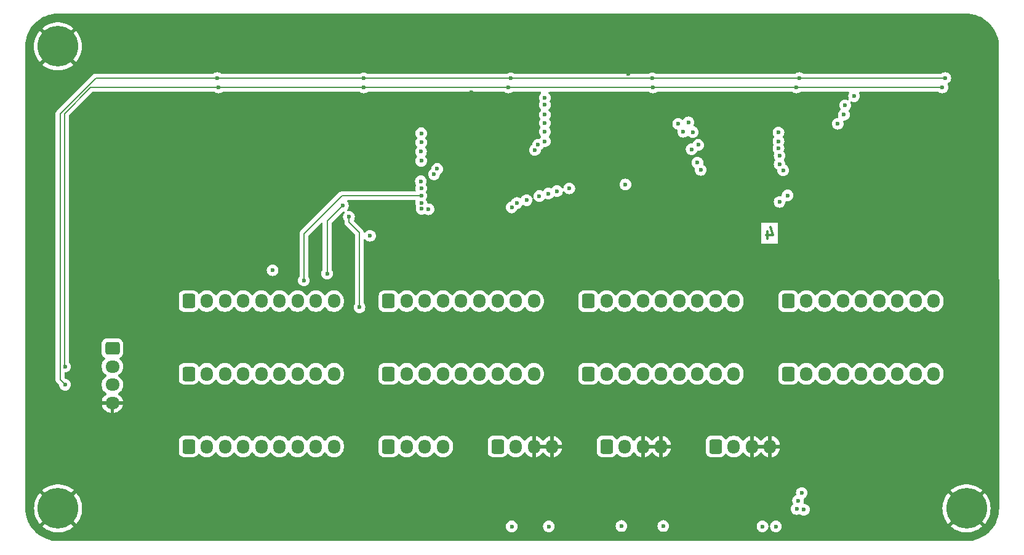
<source format=gbr>
%TF.GenerationSoftware,KiCad,Pcbnew,8.0.6*%
%TF.CreationDate,2024-12-01T20:32:07+01:00*%
%TF.ProjectId,puzzle1,70757a7a-6c65-4312-9e6b-696361645f70,rev?*%
%TF.SameCoordinates,Original*%
%TF.FileFunction,Copper,L4,Bot*%
%TF.FilePolarity,Positive*%
%FSLAX46Y46*%
G04 Gerber Fmt 4.6, Leading zero omitted, Abs format (unit mm)*
G04 Created by KiCad (PCBNEW 8.0.6) date 2024-12-01 20:32:07*
%MOMM*%
%LPD*%
G01*
G04 APERTURE LIST*
G04 Aperture macros list*
%AMRoundRect*
0 Rectangle with rounded corners*
0 $1 Rounding radius*
0 $2 $3 $4 $5 $6 $7 $8 $9 X,Y pos of 4 corners*
0 Add a 4 corners polygon primitive as box body*
4,1,4,$2,$3,$4,$5,$6,$7,$8,$9,$2,$3,0*
0 Add four circle primitives for the rounded corners*
1,1,$1+$1,$2,$3*
1,1,$1+$1,$4,$5*
1,1,$1+$1,$6,$7*
1,1,$1+$1,$8,$9*
0 Add four rect primitives between the rounded corners*
20,1,$1+$1,$2,$3,$4,$5,0*
20,1,$1+$1,$4,$5,$6,$7,0*
20,1,$1+$1,$6,$7,$8,$9,0*
20,1,$1+$1,$8,$9,$2,$3,0*%
G04 Aperture macros list end*
%ADD10C,0.300000*%
%TA.AperFunction,NonConductor*%
%ADD11C,0.300000*%
%TD*%
%TA.AperFunction,ComponentPad*%
%ADD12C,5.600000*%
%TD*%
%TA.AperFunction,ComponentPad*%
%ADD13RoundRect,0.250000X-0.600000X-0.725000X0.600000X-0.725000X0.600000X0.725000X-0.600000X0.725000X0*%
%TD*%
%TA.AperFunction,ComponentPad*%
%ADD14O,1.700000X1.950000*%
%TD*%
%TA.AperFunction,ComponentPad*%
%ADD15RoundRect,0.250000X-0.725000X0.600000X-0.725000X-0.600000X0.725000X-0.600000X0.725000X0.600000X0*%
%TD*%
%TA.AperFunction,ComponentPad*%
%ADD16O,1.950000X1.700000*%
%TD*%
%TA.AperFunction,ViaPad*%
%ADD17C,0.600000*%
%TD*%
%TA.AperFunction,Conductor*%
%ADD18C,0.200000*%
%TD*%
G04 APERTURE END LIST*
D10*
D11*
X127652632Y-83400828D02*
X127652632Y-84400828D01*
X128009774Y-82829400D02*
X128366917Y-83900828D01*
X128366917Y-83900828D02*
X127438346Y-83900828D01*
D12*
%TO.P,H2,1,1*%
%TO.N,GND*%
X30035534Y-121514466D03*
%TD*%
D13*
%TO.P,Row8,1,Pin_1*%
%TO.N,/Connectors/GPIO_64*%
X130500000Y-103000000D03*
D14*
%TO.P,Row8,2,Pin_2*%
%TO.N,/Connectors/GPIO_65*%
X133000000Y-103000000D03*
%TO.P,Row8,3,Pin_3*%
%TO.N,/Connectors/GPIO_66*%
X135500000Y-103000000D03*
%TO.P,Row8,4,Pin_4*%
%TO.N,/Connectors/GPIO_67*%
X138000000Y-103000000D03*
%TO.P,Row8,5,Pin_5*%
%TO.N,/Connectors/GPIO_68*%
X140500000Y-103000000D03*
%TO.P,Row8,6,Pin_6*%
%TO.N,/Connectors/GPIO_69*%
X143000000Y-103000000D03*
%TO.P,Row8,7,Pin_7*%
%TO.N,/Connectors/GPIO_70*%
X145500000Y-103000000D03*
%TO.P,Row8,8,Pin_8*%
%TO.N,/Connectors/GPIO_71*%
X148000000Y-103000000D03*
%TO.P,Row8,9,Pin_9*%
%TO.N,/Connectors/GPIO_72*%
X150500000Y-103000000D03*
%TD*%
D13*
%TO.P,Row9,1,Pin_1*%
%TO.N,/Connectors/GPIO_73*%
X48000000Y-113000000D03*
D14*
%TO.P,Row9,2,Pin_2*%
%TO.N,/Connectors/GPIO_74*%
X50500000Y-113000000D03*
%TO.P,Row9,3,Pin_3*%
%TO.N,/Connectors/GPIO_75*%
X53000000Y-113000000D03*
%TO.P,Row9,4,Pin_4*%
%TO.N,/Connectors/GPIO_76*%
X55500000Y-113000000D03*
%TO.P,Row9,5,Pin_5*%
%TO.N,/Connectors/GPIO_77*%
X58000000Y-113000000D03*
%TO.P,Row9,6,Pin_6*%
%TO.N,/Connectors/GPIO_78*%
X60500000Y-113000000D03*
%TO.P,Row9,7,Pin_7*%
%TO.N,/Connectors/GPIO_79*%
X63000000Y-113000000D03*
%TO.P,Row9,8,Pin_8*%
%TO.N,/Connectors/GPIO_80*%
X65500000Y-113000000D03*
%TO.P,Row9,9,Pin_9*%
%TO.N,/Connectors/GPIO_81*%
X68000000Y-113000000D03*
%TD*%
D13*
%TO.P,LED2,1,Pin_1*%
%TO.N,Net-(J13-Pin_1)*%
X105500000Y-113000000D03*
D14*
%TO.P,LED2,2,Pin_2*%
%TO.N,Net-(J13-Pin_2)*%
X108000000Y-113000000D03*
%TO.P,LED2,3,Pin_3*%
%TO.N,GND*%
X110500000Y-113000000D03*
%TO.P,LED2,4,Pin_4*%
X113000000Y-113000000D03*
%TD*%
D13*
%TO.P,Row7,1,Pin_1*%
%TO.N,/Connectors/GPIO_55*%
X103000000Y-103000000D03*
D14*
%TO.P,Row7,2,Pin_2*%
%TO.N,/Connectors/GPIO_56*%
X105500000Y-103000000D03*
%TO.P,Row7,3,Pin_3*%
%TO.N,/Connectors/GPIO_57*%
X108000000Y-103000000D03*
%TO.P,Row7,4,Pin_4*%
%TO.N,/Connectors/GPIO_58*%
X110500000Y-103000000D03*
%TO.P,Row7,5,Pin_5*%
%TO.N,/Connectors/GPIO_59*%
X113000000Y-103000000D03*
%TO.P,Row7,6,Pin_6*%
%TO.N,/Connectors/GPIO_60*%
X115500000Y-103000000D03*
%TO.P,Row7,7,Pin_7*%
%TO.N,/Connectors/GPIO_61*%
X118000000Y-103000000D03*
%TO.P,Row7,8,Pin_8*%
%TO.N,/Connectors/GPIO_62*%
X120500000Y-103000000D03*
%TO.P,Row7,9,Pin_9*%
%TO.N,/Connectors/GPIO_63*%
X123000000Y-103000000D03*
%TD*%
D13*
%TO.P,Row4,1,Pin_1*%
%TO.N,/Connectors/GPIO_28*%
X130500000Y-93000000D03*
D14*
%TO.P,Row4,2,Pin_2*%
%TO.N,/Connectors/GPIO_29*%
X133000000Y-93000000D03*
%TO.P,Row4,3,Pin_3*%
%TO.N,/Connectors/GPIO_30*%
X135500000Y-93000000D03*
%TO.P,Row4,4,Pin_4*%
%TO.N,/Connectors/GPIO_31*%
X138000000Y-93000000D03*
%TO.P,Row4,5,Pin_5*%
%TO.N,/Connectors/GPIO_32*%
X140500000Y-93000000D03*
%TO.P,Row4,6,Pin_6*%
%TO.N,/Connectors/GPIO_33*%
X143000000Y-93000000D03*
%TO.P,Row4,7,Pin_7*%
%TO.N,/Connectors/GPIO_34*%
X145500000Y-93000000D03*
%TO.P,Row4,8,Pin_8*%
%TO.N,/Connectors/GPIO_35*%
X148000000Y-93000000D03*
%TO.P,Row4,9,Pin_9*%
%TO.N,/Connectors/GPIO_36*%
X150500000Y-93000000D03*
%TD*%
D12*
%TO.P,H1,1,1*%
%TO.N,GND*%
X155014466Y-121514466D03*
%TD*%
D13*
%TO.P,Row3,1,Pin_1*%
%TO.N,/Connectors/GPIO_19*%
X103000000Y-93000000D03*
D14*
%TO.P,Row3,2,Pin_2*%
%TO.N,/Connectors/GPIO_20*%
X105500000Y-93000000D03*
%TO.P,Row3,3,Pin_3*%
%TO.N,/Connectors/GPIO_21*%
X108000000Y-93000000D03*
%TO.P,Row3,4,Pin_4*%
%TO.N,/Connectors/GPIO_22*%
X110500000Y-93000000D03*
%TO.P,Row3,5,Pin_5*%
%TO.N,/Connectors/GPIO_23*%
X113000000Y-93000000D03*
%TO.P,Row3,6,Pin_6*%
%TO.N,/Connectors/GPIO_24*%
X115500000Y-93000000D03*
%TO.P,Row3,7,Pin_7*%
%TO.N,/Connectors/GPIO_25*%
X118000000Y-93000000D03*
%TO.P,Row3,8,Pin_8*%
%TO.N,/Connectors/GPIO_26*%
X120500000Y-93000000D03*
%TO.P,Row3,9,Pin_9*%
%TO.N,/Connectors/GPIO_27*%
X123000000Y-93000000D03*
%TD*%
D13*
%TO.P,WireTriggers,1,Pin_1*%
%TO.N,VCC*%
X75500000Y-113000000D03*
D14*
%TO.P,WireTriggers,2,Pin_2*%
%TO.N,/Connectors/GPIO_82*%
X78000000Y-113000000D03*
%TO.P,WireTriggers,3,Pin_3*%
%TO.N,/Connectors/GPIO_83*%
X80500000Y-113000000D03*
%TO.P,WireTriggers,4,Pin_4*%
%TO.N,/Connectors/GPIO_84*%
X83000000Y-113000000D03*
%TD*%
D13*
%TO.P,LED1,1,Pin_1*%
%TO.N,Net-(J12-Pin_1)*%
X90500000Y-113000000D03*
D14*
%TO.P,LED1,2,Pin_2*%
%TO.N,Net-(J12-Pin_2)*%
X93000000Y-113000000D03*
%TO.P,LED1,3,Pin_3*%
%TO.N,GND*%
X95500000Y-113000000D03*
%TO.P,LED1,4,Pin_4*%
X98000000Y-113000000D03*
%TD*%
D13*
%TO.P,Row1,1,Pin_1*%
%TO.N,/Connectors/GPIO_1*%
X48000000Y-93000000D03*
D14*
%TO.P,Row1,2,Pin_2*%
%TO.N,/Connectors/GPIO_2*%
X50500000Y-93000000D03*
%TO.P,Row1,3,Pin_3*%
%TO.N,/Connectors/GPIO_3*%
X53000000Y-93000000D03*
%TO.P,Row1,4,Pin_4*%
%TO.N,/Connectors/GPIO_4*%
X55500000Y-93000000D03*
%TO.P,Row1,5,Pin_5*%
%TO.N,/Connectors/GPIO_5*%
X58000000Y-93000000D03*
%TO.P,Row1,6,Pin_6*%
%TO.N,/Connectors/GPIO_6*%
X60500000Y-93000000D03*
%TO.P,Row1,7,Pin_7*%
%TO.N,/Connectors/GPIO_7*%
X63000000Y-93000000D03*
%TO.P,Row1,8,Pin_8*%
%TO.N,/Connectors/GPIO_8*%
X65500000Y-93000000D03*
%TO.P,Row1,9,Pin_9*%
%TO.N,/Connectors/GPIO_9*%
X68000000Y-93000000D03*
%TD*%
D13*
%TO.P,Row6,1,Pin_1*%
%TO.N,/Connectors/GPIO_46*%
X75500000Y-103000000D03*
D14*
%TO.P,Row6,2,Pin_2*%
%TO.N,/Connectors/GPIO_47*%
X78000000Y-103000000D03*
%TO.P,Row6,3,Pin_3*%
%TO.N,/Connectors/GPIO_48*%
X80500000Y-103000000D03*
%TO.P,Row6,4,Pin_4*%
%TO.N,/Connectors/GPIO_49*%
X83000000Y-103000000D03*
%TO.P,Row6,5,Pin_5*%
%TO.N,/Connectors/GPIO_50*%
X85500000Y-103000000D03*
%TO.P,Row6,6,Pin_6*%
%TO.N,/Connectors/GPIO_51*%
X88000000Y-103000000D03*
%TO.P,Row6,7,Pin_7*%
%TO.N,/Connectors/GPIO_52*%
X90500000Y-103000000D03*
%TO.P,Row6,8,Pin_8*%
%TO.N,/Connectors/GPIO_53*%
X93000000Y-103000000D03*
%TO.P,Row6,9,Pin_9*%
%TO.N,/Connectors/GPIO_54*%
X95500000Y-103000000D03*
%TD*%
D12*
%TO.P,H3,1,1*%
%TO.N,GND*%
X30000000Y-57950000D03*
%TD*%
D13*
%TO.P,Row2,1,Pin_1*%
%TO.N,/Connectors/GPIO_10*%
X75500000Y-93000000D03*
D14*
%TO.P,Row2,2,Pin_2*%
%TO.N,/Connectors/GPIO_11*%
X78000000Y-93000000D03*
%TO.P,Row2,3,Pin_3*%
%TO.N,/Connectors/GPIO_12*%
X80500000Y-93000000D03*
%TO.P,Row2,4,Pin_4*%
%TO.N,/Connectors/GPIO_13*%
X83000000Y-93000000D03*
%TO.P,Row2,5,Pin_5*%
%TO.N,/Connectors/GPIO_14*%
X85500000Y-93000000D03*
%TO.P,Row2,6,Pin_6*%
%TO.N,/Connectors/GPIO_15*%
X88000000Y-93000000D03*
%TO.P,Row2,7,Pin_7*%
%TO.N,/Connectors/GPIO_16*%
X90500000Y-93000000D03*
%TO.P,Row2,8,Pin_8*%
%TO.N,/Connectors/GPIO_17*%
X93000000Y-93000000D03*
%TO.P,Row2,9,Pin_9*%
%TO.N,/Connectors/GPIO_18*%
X95500000Y-93000000D03*
%TD*%
D13*
%TO.P,Row5,1,Pin_1*%
%TO.N,/Connectors/GPIO_37*%
X48000000Y-103000000D03*
D14*
%TO.P,Row5,2,Pin_2*%
%TO.N,/Connectors/GPIO_38*%
X50500000Y-103000000D03*
%TO.P,Row5,3,Pin_3*%
%TO.N,/Connectors/GPIO_39*%
X53000000Y-103000000D03*
%TO.P,Row5,4,Pin_4*%
%TO.N,/Connectors/GPIO_40*%
X55500000Y-103000000D03*
%TO.P,Row5,5,Pin_5*%
%TO.N,/Connectors/GPIO_41*%
X58000000Y-103000000D03*
%TO.P,Row5,6,Pin_6*%
%TO.N,/Connectors/GPIO_42*%
X60500000Y-103000000D03*
%TO.P,Row5,7,Pin_7*%
%TO.N,/Connectors/GPIO_43*%
X63000000Y-103000000D03*
%TO.P,Row5,8,Pin_8*%
%TO.N,/Connectors/GPIO_44*%
X65500000Y-103000000D03*
%TO.P,Row5,9,Pin_9*%
%TO.N,/Connectors/GPIO_45*%
X68000000Y-103000000D03*
%TD*%
D13*
%TO.P,LED3,1,Pin_1*%
%TO.N,Net-(J14-Pin_1)*%
X120500000Y-113000000D03*
D14*
%TO.P,LED3,2,Pin_2*%
%TO.N,Net-(J14-Pin_2)*%
X123000000Y-113000000D03*
%TO.P,LED3,3,Pin_3*%
%TO.N,GND*%
X125500000Y-113000000D03*
%TO.P,LED3,4,Pin_4*%
X128000000Y-113000000D03*
%TD*%
D15*
%TO.P,Input,1,Pin_1*%
%TO.N,VCC*%
X37500000Y-99500000D03*
D16*
%TO.P,Input,2,Pin_2*%
%TO.N,/SCL*%
X37500000Y-102000000D03*
%TO.P,Input,3,Pin_3*%
%TO.N,/SDA*%
X37500000Y-104500000D03*
%TO.P,Input,4,Pin_4*%
%TO.N,GND*%
X37500000Y-107000000D03*
%TD*%
D17*
%TO.N,/SCL*%
X92000000Y-63600000D03*
X131600000Y-63600000D03*
X72100000Y-63600000D03*
X111900000Y-63600000D03*
X151700000Y-63600000D03*
X52100000Y-63600000D03*
X31000000Y-102000000D03*
%TO.N,/SDA*%
X132000000Y-62300000D03*
X51900000Y-62300000D03*
X92300000Y-62325000D03*
X31000000Y-104500000D03*
X111800000Y-62325000D03*
X72100000Y-62325000D03*
X152100000Y-62300000D03*
%TO.N,GND*%
X148150000Y-59700000D03*
X108275000Y-58275000D03*
X147000000Y-74970000D03*
X136050000Y-64800000D03*
X86925000Y-64275000D03*
X88275000Y-58000000D03*
X46560000Y-75040000D03*
X108500000Y-61700000D03*
X127000000Y-73300000D03*
X48050000Y-59600000D03*
X52050000Y-64880000D03*
X128250000Y-59750000D03*
X95700000Y-64400000D03*
X86550000Y-74250000D03*
X68275000Y-59400000D03*
X66800000Y-74970000D03*
%TO.N,/Connectors/GPIO_39*%
X79970000Y-72430000D03*
%TO.N,/Connectors/GPIO_44*%
X63850000Y-90150000D03*
X80000000Y-78500000D03*
%TO.N,/Connectors/GPIO_40*%
X80000000Y-73700000D03*
%TO.N,/Connectors/GPIO_45*%
X69219001Y-79859500D03*
X80000000Y-77500000D03*
X67050000Y-89200000D03*
%TO.N,/Connectors/GPIO_38*%
X80000000Y-71160000D03*
%TO.N,/Connectors/GPIO_41*%
X81000000Y-80350000D03*
%TO.N,/Connectors/GPIO_43*%
X72950000Y-84000000D03*
X80000000Y-79500000D03*
%TO.N,/Connectors/GPIO_37*%
X80000000Y-69900000D03*
%TO.N,/Connectors/GPIO_42*%
X80049264Y-80299264D03*
X59550000Y-88750000D03*
%TO.N,/Connectors/GPIO_53*%
X97000000Y-69700000D03*
%TO.N,/Connectors/GPIO_52*%
X97000000Y-68500000D03*
%TO.N,/Connectors/GPIO_54*%
X97000000Y-71000000D03*
%TO.N,/Connectors/GPIO_46*%
X71500000Y-93850000D03*
X70050000Y-81400000D03*
X79950000Y-76500000D03*
%TO.N,/Connectors/GPIO_47*%
X81750000Y-75550000D03*
%TO.N,/Connectors/GPIO_50*%
X97000000Y-66000000D03*
%TO.N,/Connectors/GPIO_51*%
X97000000Y-67350000D03*
%TO.N,/Connectors/GPIO_48*%
X82200000Y-74800000D03*
%TO.N,/Connectors/GPIO_49*%
X97000000Y-65000000D03*
%TO.N,/Connectors/GPIO_60*%
X96250000Y-78550000D03*
%TO.N,/Connectors/GPIO_56*%
X95650000Y-72200000D03*
%TO.N,/Connectors/GPIO_55*%
X96050000Y-71500000D03*
%TO.N,/Connectors/GPIO_59*%
X94500000Y-79100000D03*
%TO.N,/Connectors/GPIO_62*%
X98674264Y-77874264D03*
%TO.N,/Connectors/GPIO_63*%
X100366022Y-77479656D03*
%TO.N,/Connectors/GPIO_58*%
X93150000Y-79500000D03*
%TO.N,/Connectors/GPIO_57*%
X92450000Y-80100000D03*
%TO.N,/Connectors/GPIO_61*%
X97500000Y-78200000D03*
%TO.N,/Connectors/GPIO_67*%
X116750000Y-68400000D03*
%TO.N,/Connectors/GPIO_69*%
X117200000Y-72100000D03*
%TO.N,/Connectors/GPIO_64*%
X108100000Y-76950000D03*
%TO.N,/Connectors/GPIO_70*%
X118100000Y-71500000D03*
%TO.N,/Connectors/GPIO_72*%
X118450000Y-74950000D03*
%TO.N,/Connectors/GPIO_68*%
X117350000Y-69750000D03*
%TO.N,/Connectors/GPIO_71*%
X118000000Y-73950000D03*
%TO.N,/Connectors/GPIO_66*%
X116050000Y-69700000D03*
%TO.N,/Connectors/GPIO_65*%
X115350000Y-68600000D03*
%TO.N,/Connectors/GPIO_73*%
X129800000Y-75000000D03*
%TO.N,/Connectors/GPIO_80*%
X129300000Y-79350000D03*
%TO.N,/Connectors/GPIO_78*%
X129150000Y-69800000D03*
%TO.N,/Connectors/GPIO_74*%
X129300000Y-74150000D03*
%TO.N,/Connectors/GPIO_77*%
X129150000Y-71000000D03*
%TO.N,/Connectors/GPIO_75*%
X129300000Y-73000000D03*
%TO.N,/Connectors/GPIO_79*%
X130400000Y-78450000D03*
%TO.N,/Connectors/GPIO_76*%
X129150000Y-71950000D03*
%TO.N,/Connectors/GPIO_81*%
X139550000Y-64800000D03*
%TO.N,/Connectors/GPIO_82*%
X138324075Y-66073429D03*
%TO.N,/Connectors/GPIO_84*%
X137300000Y-68600000D03*
%TO.N,/Connectors/GPIO_83*%
X138150000Y-67350000D03*
%TO.N,/Connectors/GPIO_85*%
X132350000Y-119400000D03*
X92450000Y-124000000D03*
%TO.N,/Connectors/GPIO_86*%
X131850000Y-120450000D03*
X97550000Y-124000000D03*
%TO.N,/Connectors/GPIO_87*%
X107550000Y-123950000D03*
X131650000Y-121600000D03*
%TO.N,/Connectors/GPIO_88*%
X132650000Y-121700000D03*
X113300000Y-123950000D03*
%TO.N,/Connectors/GPIO_90*%
X128800000Y-124000000D03*
X126950000Y-124000000D03*
%TD*%
D18*
%TO.N,/SCL*%
X151700000Y-63600000D02*
X151800000Y-63600000D01*
X84600000Y-63600000D02*
X92000000Y-63600000D01*
X30900000Y-101900000D02*
X30900000Y-67200000D01*
X101500000Y-63600000D02*
X111900000Y-63600000D01*
X51100000Y-63600000D02*
X52100000Y-63600000D01*
X92000000Y-63600000D02*
X101500000Y-63600000D01*
X72100000Y-63600000D02*
X84600000Y-63600000D01*
X31000000Y-102000000D02*
X30900000Y-101900000D01*
X52100000Y-63600000D02*
X72100000Y-63600000D01*
X34500000Y-63600000D02*
X51100000Y-63600000D01*
X128300000Y-63600000D02*
X131600000Y-63600000D01*
X30900000Y-67200000D02*
X34500000Y-63600000D01*
X131600000Y-63600000D02*
X151700000Y-63600000D01*
X111900000Y-63600000D02*
X128300000Y-63600000D01*
%TO.N,/SDA*%
X52000000Y-62300000D02*
X52025000Y-62325000D01*
X92300000Y-62325000D02*
X111800000Y-62325000D01*
X152100000Y-62300000D02*
X152300000Y-62300000D01*
X128075000Y-62325000D02*
X128100000Y-62300000D01*
X128100000Y-62300000D02*
X132000000Y-62300000D01*
X30300000Y-103800000D02*
X30300000Y-102700000D01*
X92300000Y-62325000D02*
X72100000Y-62325000D01*
X35234315Y-62300000D02*
X51900000Y-62300000D01*
X132000000Y-62300000D02*
X152100000Y-62300000D01*
X31000000Y-104500000D02*
X30300000Y-103800000D01*
X111800000Y-62325000D02*
X128075000Y-62325000D01*
X52025000Y-62325000D02*
X72100000Y-62325000D01*
X51900000Y-62300000D02*
X52000000Y-62300000D01*
X30300000Y-102700000D02*
X30300000Y-67234315D01*
X30300000Y-67234315D02*
X35234315Y-62300000D01*
%TO.N,GND*%
X99900000Y-111250000D02*
X99750000Y-111250000D01*
X108275000Y-58275000D02*
X108500000Y-58500000D01*
X108500000Y-58500000D02*
X108500000Y-61700000D01*
X115250000Y-111250000D02*
X114750000Y-111250000D01*
%TO.N,/Connectors/GPIO_44*%
X63850000Y-83750000D02*
X69100000Y-78500000D01*
X63850000Y-90150000D02*
X63850000Y-83750000D01*
X69100000Y-78500000D02*
X80000000Y-78500000D01*
%TO.N,/Connectors/GPIO_45*%
X67050000Y-82000000D02*
X69200000Y-79850000D01*
X67050000Y-89200000D02*
X67050000Y-82000000D01*
%TO.N,/Connectors/GPIO_46*%
X71500000Y-93850000D02*
X71500000Y-83600000D01*
X71500000Y-83600000D02*
X70950000Y-83050000D01*
X70050000Y-82150000D02*
X70050000Y-81400000D01*
X70950000Y-83050000D02*
X70050000Y-82150000D01*
%TD*%
%TA.AperFunction,Conductor*%
%TO.N,GND*%
G36*
X97557370Y-112816657D02*
G01*
X97525000Y-112937465D01*
X97525000Y-113062535D01*
X97557370Y-113183343D01*
X97595854Y-113250000D01*
X95904146Y-113250000D01*
X95942630Y-113183343D01*
X95975000Y-113062535D01*
X95975000Y-112937465D01*
X95942630Y-112816657D01*
X95904146Y-112750000D01*
X97595854Y-112750000D01*
X97557370Y-112816657D01*
G37*
%TD.AperFunction*%
%TA.AperFunction,Conductor*%
G36*
X112557370Y-112816657D02*
G01*
X112525000Y-112937465D01*
X112525000Y-113062535D01*
X112557370Y-113183343D01*
X112595854Y-113250000D01*
X110904146Y-113250000D01*
X110942630Y-113183343D01*
X110975000Y-113062535D01*
X110975000Y-112937465D01*
X110942630Y-112816657D01*
X110904146Y-112750000D01*
X112595854Y-112750000D01*
X112557370Y-112816657D01*
G37*
%TD.AperFunction*%
%TA.AperFunction,Conductor*%
G36*
X127557370Y-112816657D02*
G01*
X127525000Y-112937465D01*
X127525000Y-113062535D01*
X127557370Y-113183343D01*
X127595854Y-113250000D01*
X125904146Y-113250000D01*
X125942630Y-113183343D01*
X125975000Y-113062535D01*
X125975000Y-112937465D01*
X125942630Y-112816657D01*
X125904146Y-112750000D01*
X127595854Y-112750000D01*
X127557370Y-112816657D01*
G37*
%TD.AperFunction*%
%TA.AperFunction,Conductor*%
G36*
X154952702Y-53450618D02*
G01*
X154965287Y-53451167D01*
X155341127Y-53467576D01*
X155351864Y-53468516D01*
X155734653Y-53518911D01*
X155745280Y-53520784D01*
X156122225Y-53604351D01*
X156132645Y-53607143D01*
X156500865Y-53723242D01*
X156511019Y-53726938D01*
X156867709Y-53874685D01*
X156877501Y-53879251D01*
X157219965Y-54057526D01*
X157229305Y-54062919D01*
X157532808Y-54256272D01*
X157554915Y-54270356D01*
X157563776Y-54276560D01*
X157870069Y-54511587D01*
X157878356Y-54518541D01*
X158162990Y-54779360D01*
X158170639Y-54787009D01*
X158431458Y-55071643D01*
X158438412Y-55079930D01*
X158673439Y-55386223D01*
X158679643Y-55395084D01*
X158710617Y-55443703D01*
X158874056Y-55700250D01*
X158887072Y-55720680D01*
X158892481Y-55730048D01*
X159070745Y-56072492D01*
X159075317Y-56082296D01*
X159223060Y-56438978D01*
X159226760Y-56449143D01*
X159342851Y-56817336D01*
X159345651Y-56827786D01*
X159429212Y-57204707D01*
X159431090Y-57215360D01*
X159481481Y-57598115D01*
X159482424Y-57608891D01*
X159499382Y-57997297D01*
X159499500Y-58002706D01*
X159499500Y-58074003D01*
X159499516Y-58074256D01*
X159513965Y-121511750D01*
X159513847Y-121517186D01*
X159497083Y-121901220D01*
X159496140Y-121911997D01*
X159446320Y-122290429D01*
X159444442Y-122301082D01*
X159361827Y-122673745D01*
X159359027Y-122684194D01*
X159244248Y-123048231D01*
X159240548Y-123058396D01*
X159094479Y-123411040D01*
X159089907Y-123420845D01*
X158913659Y-123759416D01*
X158908251Y-123768784D01*
X158703157Y-124090719D01*
X158696952Y-124099580D01*
X158464592Y-124402398D01*
X158457638Y-124410685D01*
X158199759Y-124692110D01*
X158192110Y-124699759D01*
X157910685Y-124957638D01*
X157902398Y-124964592D01*
X157599580Y-125196952D01*
X157590719Y-125203157D01*
X157268784Y-125408251D01*
X157259416Y-125413659D01*
X156920845Y-125589907D01*
X156911040Y-125594479D01*
X156558396Y-125740548D01*
X156548231Y-125744248D01*
X156184194Y-125859027D01*
X156173745Y-125861827D01*
X155801082Y-125944442D01*
X155790429Y-125946320D01*
X155411997Y-125996140D01*
X155401220Y-125997083D01*
X155017172Y-126013847D01*
X155011764Y-126013965D01*
X154940983Y-126013965D01*
X154940967Y-126013966D01*
X30038240Y-126013966D01*
X30032831Y-126013848D01*
X29648781Y-125997080D01*
X29638007Y-125996137D01*
X29259604Y-125946320D01*
X29259574Y-125946316D01*
X29248924Y-125944438D01*
X28876258Y-125861820D01*
X28865811Y-125859021D01*
X28501778Y-125744242D01*
X28491612Y-125740542D01*
X28138960Y-125594469D01*
X28129156Y-125589897D01*
X27790590Y-125413650D01*
X27781222Y-125408242D01*
X27459288Y-125203148D01*
X27450427Y-125196943D01*
X27147602Y-124964577D01*
X27139315Y-124957623D01*
X26857897Y-124699751D01*
X26850248Y-124692102D01*
X26592376Y-124410684D01*
X26585422Y-124402397D01*
X26353056Y-124099572D01*
X26346851Y-124090711D01*
X26310465Y-124033597D01*
X26141756Y-123768776D01*
X26136349Y-123759409D01*
X26079642Y-123650476D01*
X25960099Y-123420836D01*
X25955533Y-123411045D01*
X25809453Y-123058377D01*
X25805757Y-123048221D01*
X25690975Y-122684177D01*
X25688182Y-122673757D01*
X25605557Y-122301057D01*
X25603684Y-122290429D01*
X25553860Y-121911972D01*
X25552920Y-121901238D01*
X25536152Y-121517167D01*
X25536093Y-121514463D01*
X26730687Y-121514463D01*
X26730687Y-121514468D01*
X26750060Y-121871780D01*
X26750061Y-121871797D01*
X26807949Y-122224897D01*
X26807955Y-122224923D01*
X26903681Y-122569698D01*
X26903683Y-122569705D01*
X27036131Y-122902125D01*
X27036140Y-122902143D01*
X27203752Y-123218293D01*
X27404558Y-123514460D01*
X27404569Y-123514474D01*
X27531975Y-123664468D01*
X27531976Y-123664468D01*
X28741281Y-122455163D01*
X28815122Y-122556796D01*
X28993204Y-122734878D01*
X29094834Y-122808717D01*
X27882791Y-124020760D01*
X27896029Y-124033302D01*
X28180901Y-124249854D01*
X28180904Y-124249856D01*
X28487524Y-124434342D01*
X28812273Y-124584588D01*
X28812278Y-124584589D01*
X29151389Y-124698849D01*
X29500873Y-124775777D01*
X29856609Y-124814465D01*
X29856619Y-124814466D01*
X30214449Y-124814466D01*
X30214458Y-124814465D01*
X30570194Y-124775777D01*
X30919678Y-124698849D01*
X31258789Y-124584589D01*
X31258794Y-124584588D01*
X31583543Y-124434342D01*
X31890163Y-124249856D01*
X31890166Y-124249854D01*
X32175043Y-124033297D01*
X32188276Y-124020761D01*
X32188276Y-124020760D01*
X32167512Y-123999996D01*
X91644435Y-123999996D01*
X91644435Y-124000003D01*
X91664630Y-124179249D01*
X91664631Y-124179254D01*
X91724211Y-124349523D01*
X91762642Y-124410685D01*
X91820184Y-124502262D01*
X91947738Y-124629816D01*
X92020902Y-124675788D01*
X92080781Y-124713413D01*
X92100478Y-124725789D01*
X92270745Y-124785368D01*
X92270750Y-124785369D01*
X92449996Y-124805565D01*
X92450000Y-124805565D01*
X92450004Y-124805565D01*
X92629249Y-124785369D01*
X92629252Y-124785368D01*
X92629255Y-124785368D01*
X92799522Y-124725789D01*
X92952262Y-124629816D01*
X93079816Y-124502262D01*
X93175789Y-124349522D01*
X93235368Y-124179255D01*
X93241002Y-124129254D01*
X93255565Y-124000003D01*
X93255565Y-123999996D01*
X96744435Y-123999996D01*
X96744435Y-124000003D01*
X96764630Y-124179249D01*
X96764631Y-124179254D01*
X96824211Y-124349523D01*
X96862642Y-124410685D01*
X96920184Y-124502262D01*
X97047738Y-124629816D01*
X97120902Y-124675788D01*
X97180781Y-124713413D01*
X97200478Y-124725789D01*
X97370745Y-124785368D01*
X97370750Y-124785369D01*
X97549996Y-124805565D01*
X97550000Y-124805565D01*
X97550004Y-124805565D01*
X97729249Y-124785369D01*
X97729252Y-124785368D01*
X97729255Y-124785368D01*
X97899522Y-124725789D01*
X98052262Y-124629816D01*
X98179816Y-124502262D01*
X98275789Y-124349522D01*
X98335368Y-124179255D01*
X98341002Y-124129254D01*
X98355565Y-124000003D01*
X98355565Y-123999996D01*
X98349931Y-123949996D01*
X106744435Y-123949996D01*
X106744435Y-123950003D01*
X106764630Y-124129249D01*
X106764631Y-124129254D01*
X106824211Y-124299523D01*
X106888852Y-124402397D01*
X106920184Y-124452262D01*
X107047738Y-124579816D01*
X107200478Y-124675789D01*
X107343367Y-124725788D01*
X107370745Y-124735368D01*
X107370750Y-124735369D01*
X107549996Y-124755565D01*
X107550000Y-124755565D01*
X107550004Y-124755565D01*
X107729249Y-124735369D01*
X107729252Y-124735368D01*
X107729255Y-124735368D01*
X107899522Y-124675789D01*
X108052262Y-124579816D01*
X108179816Y-124452262D01*
X108275789Y-124299522D01*
X108335368Y-124129255D01*
X108338712Y-124099580D01*
X108355565Y-123950003D01*
X108355565Y-123949996D01*
X112494435Y-123949996D01*
X112494435Y-123950003D01*
X112514630Y-124129249D01*
X112514631Y-124129254D01*
X112574211Y-124299523D01*
X112638852Y-124402397D01*
X112670184Y-124452262D01*
X112797738Y-124579816D01*
X112950478Y-124675789D01*
X113093367Y-124725788D01*
X113120745Y-124735368D01*
X113120750Y-124735369D01*
X113299996Y-124755565D01*
X113300000Y-124755565D01*
X113300004Y-124755565D01*
X113479249Y-124735369D01*
X113479252Y-124735368D01*
X113479255Y-124735368D01*
X113649522Y-124675789D01*
X113802262Y-124579816D01*
X113929816Y-124452262D01*
X114025789Y-124299522D01*
X114085368Y-124129255D01*
X114088712Y-124099580D01*
X114099932Y-123999996D01*
X126144435Y-123999996D01*
X126144435Y-124000003D01*
X126164630Y-124179249D01*
X126164631Y-124179254D01*
X126224211Y-124349523D01*
X126262642Y-124410685D01*
X126320184Y-124502262D01*
X126447738Y-124629816D01*
X126520902Y-124675788D01*
X126580781Y-124713413D01*
X126600478Y-124725789D01*
X126770745Y-124785368D01*
X126770750Y-124785369D01*
X126949996Y-124805565D01*
X126950000Y-124805565D01*
X126950004Y-124805565D01*
X127129249Y-124785369D01*
X127129252Y-124785368D01*
X127129255Y-124785368D01*
X127299522Y-124725789D01*
X127452262Y-124629816D01*
X127579816Y-124502262D01*
X127675789Y-124349522D01*
X127735368Y-124179255D01*
X127741002Y-124129254D01*
X127751780Y-124033597D01*
X127765830Y-124000158D01*
X127765673Y-123999840D01*
X127984169Y-123999840D01*
X127997140Y-124026086D01*
X127998220Y-124033597D01*
X128014630Y-124179249D01*
X128014631Y-124179254D01*
X128074211Y-124349523D01*
X128112642Y-124410685D01*
X128170184Y-124502262D01*
X128297738Y-124629816D01*
X128370902Y-124675788D01*
X128430781Y-124713413D01*
X128450478Y-124725789D01*
X128620745Y-124785368D01*
X128620750Y-124785369D01*
X128799996Y-124805565D01*
X128800000Y-124805565D01*
X128800004Y-124805565D01*
X128979249Y-124785369D01*
X128979252Y-124785368D01*
X128979255Y-124785368D01*
X129149522Y-124725789D01*
X129302262Y-124629816D01*
X129429816Y-124502262D01*
X129525789Y-124349522D01*
X129585368Y-124179255D01*
X129591002Y-124129254D01*
X129605565Y-124000003D01*
X129605565Y-123999996D01*
X129585369Y-123820750D01*
X129585368Y-123820745D01*
X129563908Y-123759416D01*
X129525789Y-123650478D01*
X129429816Y-123497738D01*
X129302262Y-123370184D01*
X129222688Y-123320184D01*
X129149523Y-123274211D01*
X128979254Y-123214631D01*
X128979249Y-123214630D01*
X128800004Y-123194435D01*
X128799996Y-123194435D01*
X128620750Y-123214630D01*
X128620745Y-123214631D01*
X128450476Y-123274211D01*
X128297737Y-123370184D01*
X128170184Y-123497737D01*
X128074211Y-123650476D01*
X128014631Y-123820745D01*
X128014630Y-123820750D01*
X127998220Y-123966402D01*
X127984169Y-123999840D01*
X127765673Y-123999840D01*
X127752860Y-123973913D01*
X127751780Y-123966402D01*
X127735369Y-123820750D01*
X127735368Y-123820745D01*
X127713908Y-123759416D01*
X127675789Y-123650478D01*
X127579816Y-123497738D01*
X127452262Y-123370184D01*
X127372688Y-123320184D01*
X127299523Y-123274211D01*
X127129254Y-123214631D01*
X127129249Y-123214630D01*
X126950004Y-123194435D01*
X126949996Y-123194435D01*
X126770750Y-123214630D01*
X126770745Y-123214631D01*
X126600476Y-123274211D01*
X126447737Y-123370184D01*
X126320184Y-123497737D01*
X126224211Y-123650476D01*
X126164631Y-123820745D01*
X126164630Y-123820750D01*
X126144435Y-123999996D01*
X114099932Y-123999996D01*
X114105565Y-123950003D01*
X114105565Y-123949996D01*
X114085369Y-123770750D01*
X114085368Y-123770745D01*
X114025788Y-123600476D01*
X113929815Y-123447737D01*
X113802262Y-123320184D01*
X113649523Y-123224211D01*
X113479254Y-123164631D01*
X113479249Y-123164630D01*
X113300004Y-123144435D01*
X113299996Y-123144435D01*
X113120750Y-123164630D01*
X113120745Y-123164631D01*
X112950476Y-123224211D01*
X112797737Y-123320184D01*
X112670184Y-123447737D01*
X112574211Y-123600476D01*
X112514631Y-123770745D01*
X112514630Y-123770750D01*
X112494435Y-123949996D01*
X108355565Y-123949996D01*
X108335369Y-123770750D01*
X108335368Y-123770745D01*
X108275788Y-123600476D01*
X108179815Y-123447737D01*
X108052262Y-123320184D01*
X107899523Y-123224211D01*
X107729254Y-123164631D01*
X107729249Y-123164630D01*
X107550004Y-123144435D01*
X107549996Y-123144435D01*
X107370750Y-123164630D01*
X107370745Y-123164631D01*
X107200476Y-123224211D01*
X107047737Y-123320184D01*
X106920184Y-123447737D01*
X106824211Y-123600476D01*
X106764631Y-123770745D01*
X106764630Y-123770750D01*
X106744435Y-123949996D01*
X98349931Y-123949996D01*
X98335369Y-123820750D01*
X98335368Y-123820745D01*
X98313908Y-123759416D01*
X98275789Y-123650478D01*
X98179816Y-123497738D01*
X98052262Y-123370184D01*
X97972688Y-123320184D01*
X97899523Y-123274211D01*
X97729254Y-123214631D01*
X97729249Y-123214630D01*
X97550004Y-123194435D01*
X97549996Y-123194435D01*
X97370750Y-123214630D01*
X97370745Y-123214631D01*
X97200476Y-123274211D01*
X97047737Y-123370184D01*
X96920184Y-123497737D01*
X96824211Y-123650476D01*
X96764631Y-123820745D01*
X96764630Y-123820750D01*
X96744435Y-123999996D01*
X93255565Y-123999996D01*
X93235369Y-123820750D01*
X93235368Y-123820745D01*
X93213908Y-123759416D01*
X93175789Y-123650478D01*
X93079816Y-123497738D01*
X92952262Y-123370184D01*
X92872688Y-123320184D01*
X92799523Y-123274211D01*
X92629254Y-123214631D01*
X92629249Y-123214630D01*
X92450004Y-123194435D01*
X92449996Y-123194435D01*
X92270750Y-123214630D01*
X92270745Y-123214631D01*
X92100476Y-123274211D01*
X91947737Y-123370184D01*
X91820184Y-123497737D01*
X91724211Y-123650476D01*
X91664631Y-123820745D01*
X91664630Y-123820750D01*
X91644435Y-123999996D01*
X32167512Y-123999996D01*
X30976233Y-122808717D01*
X31077864Y-122734878D01*
X31255946Y-122556796D01*
X31329786Y-122455164D01*
X32539090Y-123664468D01*
X32666506Y-123514464D01*
X32666509Y-123514460D01*
X32867315Y-123218293D01*
X33034927Y-122902143D01*
X33034936Y-122902125D01*
X33167384Y-122569705D01*
X33167386Y-122569698D01*
X33263112Y-122224923D01*
X33263118Y-122224897D01*
X33321006Y-121871797D01*
X33321007Y-121871780D01*
X33335744Y-121599996D01*
X130844435Y-121599996D01*
X130844435Y-121600003D01*
X130864630Y-121779249D01*
X130864631Y-121779254D01*
X130924211Y-121949523D01*
X130987045Y-122049522D01*
X131020184Y-122102262D01*
X131147738Y-122229816D01*
X131211928Y-122270149D01*
X131294904Y-122322287D01*
X131300478Y-122325789D01*
X131311984Y-122329815D01*
X131470745Y-122385368D01*
X131470750Y-122385369D01*
X131649996Y-122405565D01*
X131650000Y-122405565D01*
X131650004Y-122405565D01*
X131829249Y-122385369D01*
X131829251Y-122385368D01*
X131829255Y-122385368D01*
X131829258Y-122385366D01*
X131829262Y-122385366D01*
X131999516Y-122325791D01*
X131999515Y-122325791D01*
X131999522Y-122325789D01*
X132005098Y-122322285D01*
X132072328Y-122303283D01*
X132139164Y-122323646D01*
X132147252Y-122329510D01*
X132147736Y-122329814D01*
X132147738Y-122329816D01*
X132300478Y-122425789D01*
X132470745Y-122485368D01*
X132470750Y-122485369D01*
X132649996Y-122505565D01*
X132650000Y-122505565D01*
X132650004Y-122505565D01*
X132829249Y-122485369D01*
X132829252Y-122485368D01*
X132829255Y-122485368D01*
X132999522Y-122425789D01*
X133152262Y-122329816D01*
X133279816Y-122202262D01*
X133375789Y-122049522D01*
X133435368Y-121879255D01*
X133435369Y-121879249D01*
X133455565Y-121700003D01*
X133455565Y-121699996D01*
X133435369Y-121520750D01*
X133435368Y-121520745D01*
X133433170Y-121514463D01*
X151709619Y-121514463D01*
X151709619Y-121514468D01*
X151728992Y-121871780D01*
X151728993Y-121871797D01*
X151786881Y-122224897D01*
X151786887Y-122224923D01*
X151882613Y-122569698D01*
X151882615Y-122569705D01*
X152015063Y-122902125D01*
X152015072Y-122902143D01*
X152182684Y-123218293D01*
X152383490Y-123514460D01*
X152383501Y-123514474D01*
X152510907Y-123664468D01*
X152510908Y-123664468D01*
X153720213Y-122455163D01*
X153794054Y-122556796D01*
X153972136Y-122734878D01*
X154073766Y-122808717D01*
X152861723Y-124020760D01*
X152874961Y-124033302D01*
X153159833Y-124249854D01*
X153159836Y-124249856D01*
X153466456Y-124434342D01*
X153791205Y-124584588D01*
X153791210Y-124584589D01*
X154130321Y-124698849D01*
X154479805Y-124775777D01*
X154835541Y-124814465D01*
X154835551Y-124814466D01*
X155193381Y-124814466D01*
X155193390Y-124814465D01*
X155549126Y-124775777D01*
X155898610Y-124698849D01*
X156237721Y-124584589D01*
X156237726Y-124584588D01*
X156562475Y-124434342D01*
X156869095Y-124249856D01*
X156869098Y-124249854D01*
X157153975Y-124033297D01*
X157167208Y-124020761D01*
X157167208Y-124020760D01*
X155955165Y-122808717D01*
X156056796Y-122734878D01*
X156234878Y-122556796D01*
X156308717Y-122455164D01*
X157518022Y-123664468D01*
X157645438Y-123514464D01*
X157645441Y-123514460D01*
X157846247Y-123218293D01*
X158013859Y-122902143D01*
X158013868Y-122902125D01*
X158146316Y-122569705D01*
X158146318Y-122569698D01*
X158242044Y-122224923D01*
X158242050Y-122224897D01*
X158299938Y-121871797D01*
X158299939Y-121871780D01*
X158319313Y-121514468D01*
X158319313Y-121514463D01*
X158299939Y-121157151D01*
X158299938Y-121157134D01*
X158242050Y-120804034D01*
X158242044Y-120804008D01*
X158146318Y-120459233D01*
X158146316Y-120459226D01*
X158013868Y-120126806D01*
X158013859Y-120126788D01*
X157846247Y-119810638D01*
X157645441Y-119514471D01*
X157645430Y-119514457D01*
X157518022Y-119364462D01*
X156308717Y-120573767D01*
X156234878Y-120472136D01*
X156056796Y-120294054D01*
X155955164Y-120220214D01*
X157167208Y-119008170D01*
X157153970Y-118995629D01*
X156869098Y-118779077D01*
X156869095Y-118779075D01*
X156562475Y-118594589D01*
X156237726Y-118444343D01*
X156237721Y-118444342D01*
X155898610Y-118330082D01*
X155549126Y-118253154D01*
X155193390Y-118214466D01*
X154835541Y-118214466D01*
X154479805Y-118253154D01*
X154130321Y-118330082D01*
X153791210Y-118444342D01*
X153791205Y-118444343D01*
X153466456Y-118594589D01*
X153159836Y-118779075D01*
X153159833Y-118779077D01*
X152874952Y-118995636D01*
X152874951Y-118995637D01*
X152861723Y-119008168D01*
X152861722Y-119008169D01*
X154073767Y-120220214D01*
X153972136Y-120294054D01*
X153794054Y-120472136D01*
X153720214Y-120573767D01*
X152510908Y-119364461D01*
X152510907Y-119364462D01*
X152383499Y-119514458D01*
X152182684Y-119810638D01*
X152015072Y-120126788D01*
X152015063Y-120126806D01*
X151882615Y-120459226D01*
X151882613Y-120459233D01*
X151786887Y-120804008D01*
X151786881Y-120804034D01*
X151728993Y-121157134D01*
X151728992Y-121157151D01*
X151709619Y-121514463D01*
X133433170Y-121514463D01*
X133432224Y-121511759D01*
X133375789Y-121350478D01*
X133279816Y-121197738D01*
X133152262Y-121070184D01*
X132999523Y-120974211D01*
X132829254Y-120914631D01*
X132829250Y-120914630D01*
X132701165Y-120900199D01*
X132636751Y-120873132D01*
X132597196Y-120815537D01*
X132595059Y-120745701D01*
X132598008Y-120736024D01*
X132635366Y-120629262D01*
X132635369Y-120629249D01*
X132655565Y-120450003D01*
X132655565Y-120449996D01*
X132635370Y-120270758D01*
X132635368Y-120270753D01*
X132635368Y-120270745D01*
X132635365Y-120270737D01*
X132633918Y-120264398D01*
X132638185Y-120194659D01*
X132679479Y-120138297D01*
X132693678Y-120129577D01*
X132693626Y-120129494D01*
X132739807Y-120100476D01*
X132852262Y-120029816D01*
X132979816Y-119902262D01*
X133075789Y-119749522D01*
X133135368Y-119579255D01*
X133135369Y-119579249D01*
X133155565Y-119400003D01*
X133155565Y-119399996D01*
X133135369Y-119220750D01*
X133135368Y-119220745D01*
X133075788Y-119050476D01*
X132979815Y-118897737D01*
X132852262Y-118770184D01*
X132699523Y-118674211D01*
X132529254Y-118614631D01*
X132529249Y-118614630D01*
X132350004Y-118594435D01*
X132349996Y-118594435D01*
X132170750Y-118614630D01*
X132170745Y-118614631D01*
X132000476Y-118674211D01*
X131847737Y-118770184D01*
X131720184Y-118897737D01*
X131624211Y-119050476D01*
X131564631Y-119220745D01*
X131564630Y-119220750D01*
X131544435Y-119399996D01*
X131544435Y-119400003D01*
X131564631Y-119579254D01*
X131566082Y-119585610D01*
X131561811Y-119655349D01*
X131520513Y-119711707D01*
X131506322Y-119720423D01*
X131506374Y-119720506D01*
X131347737Y-119820184D01*
X131220184Y-119947737D01*
X131124211Y-120100476D01*
X131064631Y-120270745D01*
X131064630Y-120270750D01*
X131044435Y-120449996D01*
X131044435Y-120450003D01*
X131064630Y-120629249D01*
X131064631Y-120629254D01*
X131124211Y-120799523D01*
X131146533Y-120835048D01*
X131165533Y-120902285D01*
X131145165Y-120969120D01*
X131129221Y-120988701D01*
X131020183Y-121097739D01*
X130924211Y-121250476D01*
X130864631Y-121420745D01*
X130864630Y-121420750D01*
X130844435Y-121599996D01*
X33335744Y-121599996D01*
X33340381Y-121514468D01*
X33340381Y-121514463D01*
X33321007Y-121157151D01*
X33321006Y-121157134D01*
X33263118Y-120804034D01*
X33263112Y-120804008D01*
X33167386Y-120459233D01*
X33167384Y-120459226D01*
X33034936Y-120126806D01*
X33034927Y-120126788D01*
X32867315Y-119810638D01*
X32666509Y-119514471D01*
X32666498Y-119514457D01*
X32539090Y-119364462D01*
X31329785Y-120573766D01*
X31255946Y-120472136D01*
X31077864Y-120294054D01*
X30976232Y-120220214D01*
X32188276Y-119008170D01*
X32175038Y-118995629D01*
X31890166Y-118779077D01*
X31890163Y-118779075D01*
X31583543Y-118594589D01*
X31258794Y-118444343D01*
X31258789Y-118444342D01*
X30919678Y-118330082D01*
X30570194Y-118253154D01*
X30214458Y-118214466D01*
X29856609Y-118214466D01*
X29500873Y-118253154D01*
X29151389Y-118330082D01*
X28812278Y-118444342D01*
X28812273Y-118444343D01*
X28487524Y-118594589D01*
X28180904Y-118779075D01*
X28180901Y-118779077D01*
X27896020Y-118995636D01*
X27896019Y-118995637D01*
X27882791Y-119008168D01*
X27882790Y-119008169D01*
X29094835Y-120220214D01*
X28993204Y-120294054D01*
X28815122Y-120472136D01*
X28741282Y-120573767D01*
X27531976Y-119364461D01*
X27531975Y-119364462D01*
X27404567Y-119514458D01*
X27203752Y-119810638D01*
X27036140Y-120126788D01*
X27036131Y-120126806D01*
X26903683Y-120459226D01*
X26903681Y-120459233D01*
X26807955Y-120804008D01*
X26807949Y-120804034D01*
X26750061Y-121157134D01*
X26750060Y-121157151D01*
X26730687Y-121514463D01*
X25536093Y-121514463D01*
X25536034Y-121511759D01*
X25536034Y-121440767D01*
X25535992Y-121440140D01*
X25530841Y-112224983D01*
X46649500Y-112224983D01*
X46649500Y-113775001D01*
X46649501Y-113775018D01*
X46660000Y-113877796D01*
X46660001Y-113877799D01*
X46705894Y-114016294D01*
X46715186Y-114044334D01*
X46807288Y-114193656D01*
X46931344Y-114317712D01*
X47080666Y-114409814D01*
X47247203Y-114464999D01*
X47349991Y-114475500D01*
X48650008Y-114475499D01*
X48752797Y-114464999D01*
X48919334Y-114409814D01*
X49068656Y-114317712D01*
X49192712Y-114193656D01*
X49284814Y-114044334D01*
X49284814Y-114044331D01*
X49288178Y-114038879D01*
X49340126Y-113992154D01*
X49409088Y-113980931D01*
X49473170Y-114008774D01*
X49481398Y-114016294D01*
X49620213Y-114155109D01*
X49792179Y-114280048D01*
X49792181Y-114280049D01*
X49792184Y-114280051D01*
X49981588Y-114376557D01*
X50183757Y-114442246D01*
X50393713Y-114475500D01*
X50393714Y-114475500D01*
X50606286Y-114475500D01*
X50606287Y-114475500D01*
X50816243Y-114442246D01*
X51018412Y-114376557D01*
X51207816Y-114280051D01*
X51229789Y-114264086D01*
X51379786Y-114155109D01*
X51379788Y-114155106D01*
X51379792Y-114155104D01*
X51530104Y-114004792D01*
X51649683Y-113840204D01*
X51705011Y-113797540D01*
X51774624Y-113791561D01*
X51836420Y-113824166D01*
X51850313Y-113840199D01*
X51952560Y-113980931D01*
X51969896Y-114004792D01*
X52120213Y-114155109D01*
X52292179Y-114280048D01*
X52292181Y-114280049D01*
X52292184Y-114280051D01*
X52481588Y-114376557D01*
X52683757Y-114442246D01*
X52893713Y-114475500D01*
X52893714Y-114475500D01*
X53106286Y-114475500D01*
X53106287Y-114475500D01*
X53316243Y-114442246D01*
X53518412Y-114376557D01*
X53707816Y-114280051D01*
X53729789Y-114264086D01*
X53879786Y-114155109D01*
X53879788Y-114155106D01*
X53879792Y-114155104D01*
X54030104Y-114004792D01*
X54149683Y-113840204D01*
X54205011Y-113797540D01*
X54274624Y-113791561D01*
X54336420Y-113824166D01*
X54350313Y-113840199D01*
X54452560Y-113980931D01*
X54469896Y-114004792D01*
X54620213Y-114155109D01*
X54792179Y-114280048D01*
X54792181Y-114280049D01*
X54792184Y-114280051D01*
X54981588Y-114376557D01*
X55183757Y-114442246D01*
X55393713Y-114475500D01*
X55393714Y-114475500D01*
X55606286Y-114475500D01*
X55606287Y-114475500D01*
X55816243Y-114442246D01*
X56018412Y-114376557D01*
X56207816Y-114280051D01*
X56229789Y-114264086D01*
X56379786Y-114155109D01*
X56379788Y-114155106D01*
X56379792Y-114155104D01*
X56530104Y-114004792D01*
X56649683Y-113840204D01*
X56705011Y-113797540D01*
X56774624Y-113791561D01*
X56836420Y-113824166D01*
X56850313Y-113840199D01*
X56952560Y-113980931D01*
X56969896Y-114004792D01*
X57120213Y-114155109D01*
X57292179Y-114280048D01*
X57292181Y-114280049D01*
X57292184Y-114280051D01*
X57481588Y-114376557D01*
X57683757Y-114442246D01*
X57893713Y-114475500D01*
X57893714Y-114475500D01*
X58106286Y-114475500D01*
X58106287Y-114475500D01*
X58316243Y-114442246D01*
X58518412Y-114376557D01*
X58707816Y-114280051D01*
X58729789Y-114264086D01*
X58879786Y-114155109D01*
X58879788Y-114155106D01*
X58879792Y-114155104D01*
X59030104Y-114004792D01*
X59149683Y-113840204D01*
X59205011Y-113797540D01*
X59274624Y-113791561D01*
X59336420Y-113824166D01*
X59350313Y-113840199D01*
X59452560Y-113980931D01*
X59469896Y-114004792D01*
X59620213Y-114155109D01*
X59792179Y-114280048D01*
X59792181Y-114280049D01*
X59792184Y-114280051D01*
X59981588Y-114376557D01*
X60183757Y-114442246D01*
X60393713Y-114475500D01*
X60393714Y-114475500D01*
X60606286Y-114475500D01*
X60606287Y-114475500D01*
X60816243Y-114442246D01*
X61018412Y-114376557D01*
X61207816Y-114280051D01*
X61229789Y-114264086D01*
X61379786Y-114155109D01*
X61379788Y-114155106D01*
X61379792Y-114155104D01*
X61530104Y-114004792D01*
X61649683Y-113840204D01*
X61705011Y-113797540D01*
X61774624Y-113791561D01*
X61836420Y-113824166D01*
X61850313Y-113840199D01*
X61952560Y-113980931D01*
X61969896Y-114004792D01*
X62120213Y-114155109D01*
X62292179Y-114280048D01*
X62292181Y-114280049D01*
X62292184Y-114280051D01*
X62481588Y-114376557D01*
X62683757Y-114442246D01*
X62893713Y-114475500D01*
X62893714Y-114475500D01*
X63106286Y-114475500D01*
X63106287Y-114475500D01*
X63316243Y-114442246D01*
X63518412Y-114376557D01*
X63707816Y-114280051D01*
X63729789Y-114264086D01*
X63879786Y-114155109D01*
X63879788Y-114155106D01*
X63879792Y-114155104D01*
X64030104Y-114004792D01*
X64149683Y-113840204D01*
X64205011Y-113797540D01*
X64274624Y-113791561D01*
X64336420Y-113824166D01*
X64350313Y-113840199D01*
X64452560Y-113980931D01*
X64469896Y-114004792D01*
X64620213Y-114155109D01*
X64792179Y-114280048D01*
X64792181Y-114280049D01*
X64792184Y-114280051D01*
X64981588Y-114376557D01*
X65183757Y-114442246D01*
X65393713Y-114475500D01*
X65393714Y-114475500D01*
X65606286Y-114475500D01*
X65606287Y-114475500D01*
X65816243Y-114442246D01*
X66018412Y-114376557D01*
X66207816Y-114280051D01*
X66229789Y-114264086D01*
X66379786Y-114155109D01*
X66379788Y-114155106D01*
X66379792Y-114155104D01*
X66530104Y-114004792D01*
X66649683Y-113840204D01*
X66705011Y-113797540D01*
X66774624Y-113791561D01*
X66836420Y-113824166D01*
X66850313Y-113840199D01*
X66952560Y-113980931D01*
X66969896Y-114004792D01*
X67120213Y-114155109D01*
X67292179Y-114280048D01*
X67292181Y-114280049D01*
X67292184Y-114280051D01*
X67481588Y-114376557D01*
X67683757Y-114442246D01*
X67893713Y-114475500D01*
X67893714Y-114475500D01*
X68106286Y-114475500D01*
X68106287Y-114475500D01*
X68316243Y-114442246D01*
X68518412Y-114376557D01*
X68707816Y-114280051D01*
X68729789Y-114264086D01*
X68879786Y-114155109D01*
X68879788Y-114155106D01*
X68879792Y-114155104D01*
X69030104Y-114004792D01*
X69030106Y-114004788D01*
X69030109Y-114004786D01*
X69155048Y-113832820D01*
X69155047Y-113832820D01*
X69155051Y-113832816D01*
X69251557Y-113643412D01*
X69317246Y-113441243D01*
X69350500Y-113231287D01*
X69350500Y-112768713D01*
X69317246Y-112558757D01*
X69251557Y-112356588D01*
X69184501Y-112224983D01*
X74149500Y-112224983D01*
X74149500Y-113775001D01*
X74149501Y-113775018D01*
X74160000Y-113877796D01*
X74160001Y-113877799D01*
X74205894Y-114016294D01*
X74215186Y-114044334D01*
X74307288Y-114193656D01*
X74431344Y-114317712D01*
X74580666Y-114409814D01*
X74747203Y-114464999D01*
X74849991Y-114475500D01*
X76150008Y-114475499D01*
X76252797Y-114464999D01*
X76419334Y-114409814D01*
X76568656Y-114317712D01*
X76692712Y-114193656D01*
X76784814Y-114044334D01*
X76784814Y-114044331D01*
X76788178Y-114038879D01*
X76840126Y-113992154D01*
X76909088Y-113980931D01*
X76973170Y-114008774D01*
X76981398Y-114016294D01*
X77120213Y-114155109D01*
X77292179Y-114280048D01*
X77292181Y-114280049D01*
X77292184Y-114280051D01*
X77481588Y-114376557D01*
X77683757Y-114442246D01*
X77893713Y-114475500D01*
X77893714Y-114475500D01*
X78106286Y-114475500D01*
X78106287Y-114475500D01*
X78316243Y-114442246D01*
X78518412Y-114376557D01*
X78707816Y-114280051D01*
X78729789Y-114264086D01*
X78879786Y-114155109D01*
X78879788Y-114155106D01*
X78879792Y-114155104D01*
X79030104Y-114004792D01*
X79149683Y-113840204D01*
X79205011Y-113797540D01*
X79274624Y-113791561D01*
X79336420Y-113824166D01*
X79350313Y-113840199D01*
X79452560Y-113980931D01*
X79469896Y-114004792D01*
X79620213Y-114155109D01*
X79792179Y-114280048D01*
X79792181Y-114280049D01*
X79792184Y-114280051D01*
X79981588Y-114376557D01*
X80183757Y-114442246D01*
X80393713Y-114475500D01*
X80393714Y-114475500D01*
X80606286Y-114475500D01*
X80606287Y-114475500D01*
X80816243Y-114442246D01*
X81018412Y-114376557D01*
X81207816Y-114280051D01*
X81229789Y-114264086D01*
X81379786Y-114155109D01*
X81379788Y-114155106D01*
X81379792Y-114155104D01*
X81530104Y-114004792D01*
X81649683Y-113840204D01*
X81705011Y-113797540D01*
X81774624Y-113791561D01*
X81836420Y-113824166D01*
X81850313Y-113840199D01*
X81952560Y-113980931D01*
X81969896Y-114004792D01*
X82120213Y-114155109D01*
X82292179Y-114280048D01*
X82292181Y-114280049D01*
X82292184Y-114280051D01*
X82481588Y-114376557D01*
X82683757Y-114442246D01*
X82893713Y-114475500D01*
X82893714Y-114475500D01*
X83106286Y-114475500D01*
X83106287Y-114475500D01*
X83316243Y-114442246D01*
X83518412Y-114376557D01*
X83707816Y-114280051D01*
X83729789Y-114264086D01*
X83879786Y-114155109D01*
X83879788Y-114155106D01*
X83879792Y-114155104D01*
X84030104Y-114004792D01*
X84030106Y-114004788D01*
X84030109Y-114004786D01*
X84155048Y-113832820D01*
X84155047Y-113832820D01*
X84155051Y-113832816D01*
X84251557Y-113643412D01*
X84317246Y-113441243D01*
X84350500Y-113231287D01*
X84350500Y-112768713D01*
X84317246Y-112558757D01*
X84251557Y-112356588D01*
X84184501Y-112224983D01*
X89149500Y-112224983D01*
X89149500Y-113775001D01*
X89149501Y-113775018D01*
X89160000Y-113877796D01*
X89160001Y-113877799D01*
X89205894Y-114016294D01*
X89215186Y-114044334D01*
X89307288Y-114193656D01*
X89431344Y-114317712D01*
X89580666Y-114409814D01*
X89747203Y-114464999D01*
X89849991Y-114475500D01*
X91150008Y-114475499D01*
X91252797Y-114464999D01*
X91419334Y-114409814D01*
X91568656Y-114317712D01*
X91692712Y-114193656D01*
X91784814Y-114044334D01*
X91784814Y-114044331D01*
X91788178Y-114038879D01*
X91840126Y-113992154D01*
X91909088Y-113980931D01*
X91973170Y-114008774D01*
X91981398Y-114016294D01*
X92120213Y-114155109D01*
X92292179Y-114280048D01*
X92292181Y-114280049D01*
X92292184Y-114280051D01*
X92481588Y-114376557D01*
X92683757Y-114442246D01*
X92893713Y-114475500D01*
X92893714Y-114475500D01*
X93106286Y-114475500D01*
X93106287Y-114475500D01*
X93316243Y-114442246D01*
X93518412Y-114376557D01*
X93707816Y-114280051D01*
X93729789Y-114264086D01*
X93879786Y-114155109D01*
X93879788Y-114155106D01*
X93879792Y-114155104D01*
X94030104Y-114004792D01*
X94149991Y-113839779D01*
X94205320Y-113797115D01*
X94274933Y-113791136D01*
X94336729Y-113823741D01*
X94350627Y-113839781D01*
X94470272Y-114004459D01*
X94470276Y-114004464D01*
X94620535Y-114154723D01*
X94620540Y-114154727D01*
X94792442Y-114279620D01*
X94981782Y-114376095D01*
X95183871Y-114441757D01*
X95250000Y-114452231D01*
X95250000Y-113404145D01*
X95316657Y-113442630D01*
X95437465Y-113475000D01*
X95562535Y-113475000D01*
X95683343Y-113442630D01*
X95750000Y-113404145D01*
X95750000Y-114452230D01*
X95816126Y-114441757D01*
X95816129Y-114441757D01*
X96018217Y-114376095D01*
X96207557Y-114279620D01*
X96379459Y-114154727D01*
X96379464Y-114154723D01*
X96529727Y-114004460D01*
X96649682Y-113839355D01*
X96705011Y-113796689D01*
X96774625Y-113790710D01*
X96836420Y-113823315D01*
X96850318Y-113839355D01*
X96970272Y-114004460D01*
X97120535Y-114154723D01*
X97120540Y-114154727D01*
X97292442Y-114279620D01*
X97481782Y-114376095D01*
X97683871Y-114441757D01*
X97750000Y-114452231D01*
X97750000Y-113404145D01*
X97816657Y-113442630D01*
X97937465Y-113475000D01*
X98062535Y-113475000D01*
X98183343Y-113442630D01*
X98250000Y-113404145D01*
X98250000Y-114452230D01*
X98316126Y-114441757D01*
X98316129Y-114441757D01*
X98518217Y-114376095D01*
X98707557Y-114279620D01*
X98879459Y-114154727D01*
X98879464Y-114154723D01*
X99029723Y-114004464D01*
X99029727Y-114004459D01*
X99154620Y-113832557D01*
X99251095Y-113643217D01*
X99316757Y-113441130D01*
X99316757Y-113441127D01*
X99347030Y-113250000D01*
X98404146Y-113250000D01*
X98442630Y-113183343D01*
X98475000Y-113062535D01*
X98475000Y-112937465D01*
X98442630Y-112816657D01*
X98404146Y-112750000D01*
X99347030Y-112750000D01*
X99316757Y-112558872D01*
X99316757Y-112558869D01*
X99251095Y-112356782D01*
X99183939Y-112224983D01*
X104149500Y-112224983D01*
X104149500Y-113775001D01*
X104149501Y-113775018D01*
X104160000Y-113877796D01*
X104160001Y-113877799D01*
X104205894Y-114016294D01*
X104215186Y-114044334D01*
X104307288Y-114193656D01*
X104431344Y-114317712D01*
X104580666Y-114409814D01*
X104747203Y-114464999D01*
X104849991Y-114475500D01*
X106150008Y-114475499D01*
X106252797Y-114464999D01*
X106419334Y-114409814D01*
X106568656Y-114317712D01*
X106692712Y-114193656D01*
X106784814Y-114044334D01*
X106784814Y-114044331D01*
X106788178Y-114038879D01*
X106840126Y-113992154D01*
X106909088Y-113980931D01*
X106973170Y-114008774D01*
X106981398Y-114016294D01*
X107120213Y-114155109D01*
X107292179Y-114280048D01*
X107292181Y-114280049D01*
X107292184Y-114280051D01*
X107481588Y-114376557D01*
X107683757Y-114442246D01*
X107893713Y-114475500D01*
X107893714Y-114475500D01*
X108106286Y-114475500D01*
X108106287Y-114475500D01*
X108316243Y-114442246D01*
X108518412Y-114376557D01*
X108707816Y-114280051D01*
X108729789Y-114264086D01*
X108879786Y-114155109D01*
X108879788Y-114155106D01*
X108879792Y-114155104D01*
X109030104Y-114004792D01*
X109149991Y-113839779D01*
X109205320Y-113797115D01*
X109274933Y-113791136D01*
X109336729Y-113823741D01*
X109350627Y-113839781D01*
X109470272Y-114004459D01*
X109470276Y-114004464D01*
X109620535Y-114154723D01*
X109620540Y-114154727D01*
X109792442Y-114279620D01*
X109981782Y-114376095D01*
X110183871Y-114441757D01*
X110250000Y-114452231D01*
X110250000Y-113404145D01*
X110316657Y-113442630D01*
X110437465Y-113475000D01*
X110562535Y-113475000D01*
X110683343Y-113442630D01*
X110750000Y-113404145D01*
X110750000Y-114452230D01*
X110816126Y-114441757D01*
X110816129Y-114441757D01*
X111018217Y-114376095D01*
X111207557Y-114279620D01*
X111379459Y-114154727D01*
X111379464Y-114154723D01*
X111529727Y-114004460D01*
X111649682Y-113839355D01*
X111705011Y-113796689D01*
X111774625Y-113790710D01*
X111836420Y-113823315D01*
X111850318Y-113839355D01*
X111970272Y-114004460D01*
X112120535Y-114154723D01*
X112120540Y-114154727D01*
X112292442Y-114279620D01*
X112481782Y-114376095D01*
X112683871Y-114441757D01*
X112750000Y-114452231D01*
X112750000Y-113404145D01*
X112816657Y-113442630D01*
X112937465Y-113475000D01*
X113062535Y-113475000D01*
X113183343Y-113442630D01*
X113250000Y-113404145D01*
X113250000Y-114452230D01*
X113316126Y-114441757D01*
X113316129Y-114441757D01*
X113518217Y-114376095D01*
X113707557Y-114279620D01*
X113879459Y-114154727D01*
X113879464Y-114154723D01*
X114029723Y-114004464D01*
X114029727Y-114004459D01*
X114154620Y-113832557D01*
X114251095Y-113643217D01*
X114316757Y-113441130D01*
X114316757Y-113441127D01*
X114347030Y-113250000D01*
X113404146Y-113250000D01*
X113442630Y-113183343D01*
X113475000Y-113062535D01*
X113475000Y-112937465D01*
X113442630Y-112816657D01*
X113404146Y-112750000D01*
X114347030Y-112750000D01*
X114316757Y-112558872D01*
X114316757Y-112558869D01*
X114251095Y-112356782D01*
X114183939Y-112224983D01*
X119149500Y-112224983D01*
X119149500Y-113775001D01*
X119149501Y-113775018D01*
X119160000Y-113877796D01*
X119160001Y-113877799D01*
X119205894Y-114016294D01*
X119215186Y-114044334D01*
X119307288Y-114193656D01*
X119431344Y-114317712D01*
X119580666Y-114409814D01*
X119747203Y-114464999D01*
X119849991Y-114475500D01*
X121150008Y-114475499D01*
X121252797Y-114464999D01*
X121419334Y-114409814D01*
X121568656Y-114317712D01*
X121692712Y-114193656D01*
X121784814Y-114044334D01*
X121784814Y-114044331D01*
X121788178Y-114038879D01*
X121840126Y-113992154D01*
X121909088Y-113980931D01*
X121973170Y-114008774D01*
X121981398Y-114016294D01*
X122120213Y-114155109D01*
X122292179Y-114280048D01*
X122292181Y-114280049D01*
X122292184Y-114280051D01*
X122481588Y-114376557D01*
X122683757Y-114442246D01*
X122893713Y-114475500D01*
X122893714Y-114475500D01*
X123106286Y-114475500D01*
X123106287Y-114475500D01*
X123316243Y-114442246D01*
X123518412Y-114376557D01*
X123707816Y-114280051D01*
X123729789Y-114264086D01*
X123879786Y-114155109D01*
X123879788Y-114155106D01*
X123879792Y-114155104D01*
X124030104Y-114004792D01*
X124149991Y-113839779D01*
X124205320Y-113797115D01*
X124274933Y-113791136D01*
X124336729Y-113823741D01*
X124350627Y-113839781D01*
X124470272Y-114004459D01*
X124470276Y-114004464D01*
X124620535Y-114154723D01*
X124620540Y-114154727D01*
X124792442Y-114279620D01*
X124981782Y-114376095D01*
X125183871Y-114441757D01*
X125250000Y-114452231D01*
X125250000Y-113404145D01*
X125316657Y-113442630D01*
X125437465Y-113475000D01*
X125562535Y-113475000D01*
X125683343Y-113442630D01*
X125750000Y-113404145D01*
X125750000Y-114452231D01*
X125816126Y-114441757D01*
X125816129Y-114441757D01*
X126018217Y-114376095D01*
X126207557Y-114279620D01*
X126379459Y-114154727D01*
X126379464Y-114154723D01*
X126529727Y-114004460D01*
X126649682Y-113839355D01*
X126705011Y-113796689D01*
X126774625Y-113790710D01*
X126836420Y-113823315D01*
X126850318Y-113839355D01*
X126970272Y-114004460D01*
X127120535Y-114154723D01*
X127120540Y-114154727D01*
X127292442Y-114279620D01*
X127481782Y-114376095D01*
X127683871Y-114441757D01*
X127750000Y-114452231D01*
X127750000Y-113404145D01*
X127816657Y-113442630D01*
X127937465Y-113475000D01*
X128062535Y-113475000D01*
X128183343Y-113442630D01*
X128250000Y-113404145D01*
X128250000Y-114452231D01*
X128316126Y-114441757D01*
X128316129Y-114441757D01*
X128518217Y-114376095D01*
X128707557Y-114279620D01*
X128879459Y-114154727D01*
X128879464Y-114154723D01*
X129029723Y-114004464D01*
X129029727Y-114004459D01*
X129154620Y-113832557D01*
X129251095Y-113643217D01*
X129316757Y-113441130D01*
X129316757Y-113441127D01*
X129347030Y-113250000D01*
X128404146Y-113250000D01*
X128442630Y-113183343D01*
X128475000Y-113062535D01*
X128475000Y-112937465D01*
X128442630Y-112816657D01*
X128404146Y-112750000D01*
X129347030Y-112750000D01*
X129316757Y-112558872D01*
X129316757Y-112558869D01*
X129251095Y-112356782D01*
X129154620Y-112167442D01*
X129029727Y-111995540D01*
X129029723Y-111995535D01*
X128879464Y-111845276D01*
X128879459Y-111845272D01*
X128707557Y-111720379D01*
X128518215Y-111623903D01*
X128316124Y-111558241D01*
X128250000Y-111547768D01*
X128250000Y-112595854D01*
X128183343Y-112557370D01*
X128062535Y-112525000D01*
X127937465Y-112525000D01*
X127816657Y-112557370D01*
X127750000Y-112595854D01*
X127750000Y-111547768D01*
X127749999Y-111547768D01*
X127683875Y-111558241D01*
X127481784Y-111623903D01*
X127292442Y-111720379D01*
X127120540Y-111845272D01*
X127120535Y-111845276D01*
X126970276Y-111995535D01*
X126970272Y-111995540D01*
X126850318Y-112160644D01*
X126794988Y-112203310D01*
X126725375Y-112209289D01*
X126663580Y-112176684D01*
X126649682Y-112160644D01*
X126529727Y-111995540D01*
X126529723Y-111995535D01*
X126379464Y-111845276D01*
X126379459Y-111845272D01*
X126207557Y-111720379D01*
X126018215Y-111623903D01*
X125816124Y-111558241D01*
X125750000Y-111547768D01*
X125750000Y-112595854D01*
X125683343Y-112557370D01*
X125562535Y-112525000D01*
X125437465Y-112525000D01*
X125316657Y-112557370D01*
X125250000Y-112595854D01*
X125250000Y-111547768D01*
X125249999Y-111547768D01*
X125183875Y-111558241D01*
X124981784Y-111623903D01*
X124792442Y-111720379D01*
X124620540Y-111845272D01*
X124620535Y-111845276D01*
X124470276Y-111995535D01*
X124470272Y-111995540D01*
X124350627Y-112160218D01*
X124295297Y-112202884D01*
X124225684Y-112208863D01*
X124163889Y-112176257D01*
X124149991Y-112160218D01*
X124030109Y-111995214D01*
X124030105Y-111995209D01*
X123879786Y-111844890D01*
X123707820Y-111719951D01*
X123518414Y-111623444D01*
X123518413Y-111623443D01*
X123518412Y-111623443D01*
X123316243Y-111557754D01*
X123316241Y-111557753D01*
X123316240Y-111557753D01*
X123154957Y-111532208D01*
X123106287Y-111524500D01*
X122893713Y-111524500D01*
X122845042Y-111532208D01*
X122683760Y-111557753D01*
X122481585Y-111623444D01*
X122292179Y-111719951D01*
X122120215Y-111844889D01*
X121981398Y-111983706D01*
X121920075Y-112017190D01*
X121850383Y-112012206D01*
X121794450Y-111970334D01*
X121788178Y-111961120D01*
X121692712Y-111806344D01*
X121568657Y-111682289D01*
X121568656Y-111682288D01*
X121419334Y-111590186D01*
X121252797Y-111535001D01*
X121252795Y-111535000D01*
X121150010Y-111524500D01*
X119849998Y-111524500D01*
X119849981Y-111524501D01*
X119747203Y-111535000D01*
X119747200Y-111535001D01*
X119580668Y-111590185D01*
X119580663Y-111590187D01*
X119431342Y-111682289D01*
X119307289Y-111806342D01*
X119215187Y-111955663D01*
X119215185Y-111955668D01*
X119210325Y-111970334D01*
X119160001Y-112122203D01*
X119160001Y-112122204D01*
X119160000Y-112122204D01*
X119149500Y-112224983D01*
X114183939Y-112224983D01*
X114154620Y-112167442D01*
X114029727Y-111995540D01*
X114029723Y-111995535D01*
X113879464Y-111845276D01*
X113879459Y-111845272D01*
X113707557Y-111720379D01*
X113518215Y-111623903D01*
X113316124Y-111558241D01*
X113250000Y-111547768D01*
X113250000Y-112595854D01*
X113183343Y-112557370D01*
X113062535Y-112525000D01*
X112937465Y-112525000D01*
X112816657Y-112557370D01*
X112750000Y-112595854D01*
X112750000Y-111547768D01*
X112749999Y-111547768D01*
X112683875Y-111558241D01*
X112481784Y-111623903D01*
X112292442Y-111720379D01*
X112120540Y-111845272D01*
X112120535Y-111845276D01*
X111970276Y-111995535D01*
X111970272Y-111995540D01*
X111850318Y-112160644D01*
X111794988Y-112203310D01*
X111725375Y-112209289D01*
X111663580Y-112176684D01*
X111649682Y-112160644D01*
X111529727Y-111995540D01*
X111529723Y-111995535D01*
X111379464Y-111845276D01*
X111379459Y-111845272D01*
X111207557Y-111720379D01*
X111018215Y-111623903D01*
X110816124Y-111558241D01*
X110750000Y-111547768D01*
X110750000Y-112595854D01*
X110683343Y-112557370D01*
X110562535Y-112525000D01*
X110437465Y-112525000D01*
X110316657Y-112557370D01*
X110250000Y-112595854D01*
X110250000Y-111547768D01*
X110249999Y-111547768D01*
X110183875Y-111558241D01*
X109981784Y-111623903D01*
X109792442Y-111720379D01*
X109620540Y-111845272D01*
X109620535Y-111845276D01*
X109470276Y-111995535D01*
X109470272Y-111995540D01*
X109350627Y-112160218D01*
X109295297Y-112202884D01*
X109225684Y-112208863D01*
X109163889Y-112176257D01*
X109149991Y-112160218D01*
X109030109Y-111995214D01*
X109030105Y-111995209D01*
X108879786Y-111844890D01*
X108707820Y-111719951D01*
X108518414Y-111623444D01*
X108518413Y-111623443D01*
X108518412Y-111623443D01*
X108316243Y-111557754D01*
X108316241Y-111557753D01*
X108316240Y-111557753D01*
X108154957Y-111532208D01*
X108106287Y-111524500D01*
X107893713Y-111524500D01*
X107845042Y-111532208D01*
X107683760Y-111557753D01*
X107481585Y-111623444D01*
X107292179Y-111719951D01*
X107120215Y-111844889D01*
X106981398Y-111983706D01*
X106920075Y-112017190D01*
X106850383Y-112012206D01*
X106794450Y-111970334D01*
X106788178Y-111961120D01*
X106692712Y-111806344D01*
X106568657Y-111682289D01*
X106568656Y-111682288D01*
X106419334Y-111590186D01*
X106252797Y-111535001D01*
X106252795Y-111535000D01*
X106150010Y-111524500D01*
X104849998Y-111524500D01*
X104849981Y-111524501D01*
X104747203Y-111535000D01*
X104747200Y-111535001D01*
X104580668Y-111590185D01*
X104580663Y-111590187D01*
X104431342Y-111682289D01*
X104307289Y-111806342D01*
X104215187Y-111955663D01*
X104215185Y-111955668D01*
X104210325Y-111970334D01*
X104160001Y-112122203D01*
X104160001Y-112122204D01*
X104160000Y-112122204D01*
X104149500Y-112224983D01*
X99183939Y-112224983D01*
X99154620Y-112167442D01*
X99029727Y-111995540D01*
X99029723Y-111995535D01*
X98879464Y-111845276D01*
X98879459Y-111845272D01*
X98707557Y-111720379D01*
X98518215Y-111623903D01*
X98316124Y-111558241D01*
X98250000Y-111547768D01*
X98250000Y-112595854D01*
X98183343Y-112557370D01*
X98062535Y-112525000D01*
X97937465Y-112525000D01*
X97816657Y-112557370D01*
X97750000Y-112595854D01*
X97750000Y-111547768D01*
X97749999Y-111547768D01*
X97683875Y-111558241D01*
X97481784Y-111623903D01*
X97292442Y-111720379D01*
X97120540Y-111845272D01*
X97120535Y-111845276D01*
X96970276Y-111995535D01*
X96970272Y-111995540D01*
X96850318Y-112160644D01*
X96794988Y-112203310D01*
X96725375Y-112209289D01*
X96663580Y-112176684D01*
X96649682Y-112160644D01*
X96529727Y-111995540D01*
X96529723Y-111995535D01*
X96379464Y-111845276D01*
X96379459Y-111845272D01*
X96207557Y-111720379D01*
X96018215Y-111623903D01*
X95816124Y-111558241D01*
X95750000Y-111547768D01*
X95750000Y-112595854D01*
X95683343Y-112557370D01*
X95562535Y-112525000D01*
X95437465Y-112525000D01*
X95316657Y-112557370D01*
X95250000Y-112595854D01*
X95250000Y-111547768D01*
X95249999Y-111547768D01*
X95183875Y-111558241D01*
X94981784Y-111623903D01*
X94792442Y-111720379D01*
X94620540Y-111845272D01*
X94620535Y-111845276D01*
X94470276Y-111995535D01*
X94470272Y-111995540D01*
X94350627Y-112160218D01*
X94295297Y-112202884D01*
X94225684Y-112208863D01*
X94163889Y-112176257D01*
X94149991Y-112160218D01*
X94030109Y-111995214D01*
X94030105Y-111995209D01*
X93879786Y-111844890D01*
X93707820Y-111719951D01*
X93518414Y-111623444D01*
X93518413Y-111623443D01*
X93518412Y-111623443D01*
X93316243Y-111557754D01*
X93316241Y-111557753D01*
X93316240Y-111557753D01*
X93154957Y-111532208D01*
X93106287Y-111524500D01*
X92893713Y-111524500D01*
X92845042Y-111532208D01*
X92683760Y-111557753D01*
X92481585Y-111623444D01*
X92292179Y-111719951D01*
X92120215Y-111844889D01*
X91981398Y-111983706D01*
X91920075Y-112017190D01*
X91850383Y-112012206D01*
X91794450Y-111970334D01*
X91788178Y-111961120D01*
X91692712Y-111806344D01*
X91568657Y-111682289D01*
X91568656Y-111682288D01*
X91419334Y-111590186D01*
X91252797Y-111535001D01*
X91252795Y-111535000D01*
X91150010Y-111524500D01*
X89849998Y-111524500D01*
X89849981Y-111524501D01*
X89747203Y-111535000D01*
X89747200Y-111535001D01*
X89580668Y-111590185D01*
X89580663Y-111590187D01*
X89431342Y-111682289D01*
X89307289Y-111806342D01*
X89215187Y-111955663D01*
X89215185Y-111955668D01*
X89210325Y-111970334D01*
X89160001Y-112122203D01*
X89160001Y-112122204D01*
X89160000Y-112122204D01*
X89149500Y-112224983D01*
X84184501Y-112224983D01*
X84155051Y-112167184D01*
X84155049Y-112167181D01*
X84155048Y-112167179D01*
X84030109Y-111995213D01*
X83879786Y-111844890D01*
X83707820Y-111719951D01*
X83518414Y-111623444D01*
X83518413Y-111623443D01*
X83518412Y-111623443D01*
X83316243Y-111557754D01*
X83316241Y-111557753D01*
X83316240Y-111557753D01*
X83154957Y-111532208D01*
X83106287Y-111524500D01*
X82893713Y-111524500D01*
X82845042Y-111532208D01*
X82683760Y-111557753D01*
X82481585Y-111623444D01*
X82292179Y-111719951D01*
X82120213Y-111844890D01*
X81969894Y-111995209D01*
X81969890Y-111995214D01*
X81850318Y-112159793D01*
X81794989Y-112202459D01*
X81725375Y-112208438D01*
X81663580Y-112175833D01*
X81649682Y-112159793D01*
X81530109Y-111995214D01*
X81530105Y-111995209D01*
X81379786Y-111844890D01*
X81207820Y-111719951D01*
X81018414Y-111623444D01*
X81018413Y-111623443D01*
X81018412Y-111623443D01*
X80816243Y-111557754D01*
X80816241Y-111557753D01*
X80816240Y-111557753D01*
X80654957Y-111532208D01*
X80606287Y-111524500D01*
X80393713Y-111524500D01*
X80345042Y-111532208D01*
X80183760Y-111557753D01*
X79981585Y-111623444D01*
X79792179Y-111719951D01*
X79620213Y-111844890D01*
X79469894Y-111995209D01*
X79469890Y-111995214D01*
X79350318Y-112159793D01*
X79294989Y-112202459D01*
X79225375Y-112208438D01*
X79163580Y-112175833D01*
X79149682Y-112159793D01*
X79030109Y-111995214D01*
X79030105Y-111995209D01*
X78879786Y-111844890D01*
X78707820Y-111719951D01*
X78518414Y-111623444D01*
X78518413Y-111623443D01*
X78518412Y-111623443D01*
X78316243Y-111557754D01*
X78316241Y-111557753D01*
X78316240Y-111557753D01*
X78154957Y-111532208D01*
X78106287Y-111524500D01*
X77893713Y-111524500D01*
X77845042Y-111532208D01*
X77683760Y-111557753D01*
X77481585Y-111623444D01*
X77292179Y-111719951D01*
X77120215Y-111844889D01*
X76981398Y-111983706D01*
X76920075Y-112017190D01*
X76850383Y-112012206D01*
X76794450Y-111970334D01*
X76788178Y-111961120D01*
X76692712Y-111806344D01*
X76568657Y-111682289D01*
X76568656Y-111682288D01*
X76419334Y-111590186D01*
X76252797Y-111535001D01*
X76252795Y-111535000D01*
X76150010Y-111524500D01*
X74849998Y-111524500D01*
X74849981Y-111524501D01*
X74747203Y-111535000D01*
X74747200Y-111535001D01*
X74580668Y-111590185D01*
X74580663Y-111590187D01*
X74431342Y-111682289D01*
X74307289Y-111806342D01*
X74215187Y-111955663D01*
X74215185Y-111955668D01*
X74210325Y-111970334D01*
X74160001Y-112122203D01*
X74160001Y-112122204D01*
X74160000Y-112122204D01*
X74149500Y-112224983D01*
X69184501Y-112224983D01*
X69155051Y-112167184D01*
X69155049Y-112167181D01*
X69155048Y-112167179D01*
X69030109Y-111995213D01*
X68879786Y-111844890D01*
X68707820Y-111719951D01*
X68518414Y-111623444D01*
X68518413Y-111623443D01*
X68518412Y-111623443D01*
X68316243Y-111557754D01*
X68316241Y-111557753D01*
X68316240Y-111557753D01*
X68154957Y-111532208D01*
X68106287Y-111524500D01*
X67893713Y-111524500D01*
X67845042Y-111532208D01*
X67683760Y-111557753D01*
X67481585Y-111623444D01*
X67292179Y-111719951D01*
X67120213Y-111844890D01*
X66969894Y-111995209D01*
X66969890Y-111995214D01*
X66850318Y-112159793D01*
X66794989Y-112202459D01*
X66725375Y-112208438D01*
X66663580Y-112175833D01*
X66649682Y-112159793D01*
X66530109Y-111995214D01*
X66530105Y-111995209D01*
X66379786Y-111844890D01*
X66207820Y-111719951D01*
X66018414Y-111623444D01*
X66018413Y-111623443D01*
X66018412Y-111623443D01*
X65816243Y-111557754D01*
X65816241Y-111557753D01*
X65816240Y-111557753D01*
X65654957Y-111532208D01*
X65606287Y-111524500D01*
X65393713Y-111524500D01*
X65345042Y-111532208D01*
X65183760Y-111557753D01*
X64981585Y-111623444D01*
X64792179Y-111719951D01*
X64620213Y-111844890D01*
X64469894Y-111995209D01*
X64469890Y-111995214D01*
X64350318Y-112159793D01*
X64294989Y-112202459D01*
X64225375Y-112208438D01*
X64163580Y-112175833D01*
X64149682Y-112159793D01*
X64030109Y-111995214D01*
X64030105Y-111995209D01*
X63879786Y-111844890D01*
X63707820Y-111719951D01*
X63518414Y-111623444D01*
X63518413Y-111623443D01*
X63518412Y-111623443D01*
X63316243Y-111557754D01*
X63316241Y-111557753D01*
X63316240Y-111557753D01*
X63154957Y-111532208D01*
X63106287Y-111524500D01*
X62893713Y-111524500D01*
X62845042Y-111532208D01*
X62683760Y-111557753D01*
X62481585Y-111623444D01*
X62292179Y-111719951D01*
X62120213Y-111844890D01*
X61969894Y-111995209D01*
X61969890Y-111995214D01*
X61850318Y-112159793D01*
X61794989Y-112202459D01*
X61725375Y-112208438D01*
X61663580Y-112175833D01*
X61649682Y-112159793D01*
X61530109Y-111995214D01*
X61530105Y-111995209D01*
X61379786Y-111844890D01*
X61207820Y-111719951D01*
X61018414Y-111623444D01*
X61018413Y-111623443D01*
X61018412Y-111623443D01*
X60816243Y-111557754D01*
X60816241Y-111557753D01*
X60816240Y-111557753D01*
X60654957Y-111532208D01*
X60606287Y-111524500D01*
X60393713Y-111524500D01*
X60345042Y-111532208D01*
X60183760Y-111557753D01*
X59981585Y-111623444D01*
X59792179Y-111719951D01*
X59620213Y-111844890D01*
X59469894Y-111995209D01*
X59469890Y-111995214D01*
X59350318Y-112159793D01*
X59294989Y-112202459D01*
X59225375Y-112208438D01*
X59163580Y-112175833D01*
X59149682Y-112159793D01*
X59030109Y-111995214D01*
X59030105Y-111995209D01*
X58879786Y-111844890D01*
X58707820Y-111719951D01*
X58518414Y-111623444D01*
X58518413Y-111623443D01*
X58518412Y-111623443D01*
X58316243Y-111557754D01*
X58316241Y-111557753D01*
X58316240Y-111557753D01*
X58154957Y-111532208D01*
X58106287Y-111524500D01*
X57893713Y-111524500D01*
X57845042Y-111532208D01*
X57683760Y-111557753D01*
X57481585Y-111623444D01*
X57292179Y-111719951D01*
X57120213Y-111844890D01*
X56969894Y-111995209D01*
X56969890Y-111995214D01*
X56850318Y-112159793D01*
X56794989Y-112202459D01*
X56725375Y-112208438D01*
X56663580Y-112175833D01*
X56649682Y-112159793D01*
X56530109Y-111995214D01*
X56530105Y-111995209D01*
X56379786Y-111844890D01*
X56207820Y-111719951D01*
X56018414Y-111623444D01*
X56018413Y-111623443D01*
X56018412Y-111623443D01*
X55816243Y-111557754D01*
X55816241Y-111557753D01*
X55816240Y-111557753D01*
X55654957Y-111532208D01*
X55606287Y-111524500D01*
X55393713Y-111524500D01*
X55345042Y-111532208D01*
X55183760Y-111557753D01*
X54981585Y-111623444D01*
X54792179Y-111719951D01*
X54620213Y-111844890D01*
X54469894Y-111995209D01*
X54469890Y-111995214D01*
X54350318Y-112159793D01*
X54294989Y-112202459D01*
X54225375Y-112208438D01*
X54163580Y-112175833D01*
X54149682Y-112159793D01*
X54030109Y-111995214D01*
X54030105Y-111995209D01*
X53879786Y-111844890D01*
X53707820Y-111719951D01*
X53518414Y-111623444D01*
X53518413Y-111623443D01*
X53518412Y-111623443D01*
X53316243Y-111557754D01*
X53316241Y-111557753D01*
X53316240Y-111557753D01*
X53154957Y-111532208D01*
X53106287Y-111524500D01*
X52893713Y-111524500D01*
X52845042Y-111532208D01*
X52683760Y-111557753D01*
X52481585Y-111623444D01*
X52292179Y-111719951D01*
X52120213Y-111844890D01*
X51969894Y-111995209D01*
X51969890Y-111995214D01*
X51850318Y-112159793D01*
X51794989Y-112202459D01*
X51725375Y-112208438D01*
X51663580Y-112175833D01*
X51649682Y-112159793D01*
X51530109Y-111995214D01*
X51530105Y-111995209D01*
X51379786Y-111844890D01*
X51207820Y-111719951D01*
X51018414Y-111623444D01*
X51018413Y-111623443D01*
X51018412Y-111623443D01*
X50816243Y-111557754D01*
X50816241Y-111557753D01*
X50816240Y-111557753D01*
X50654957Y-111532208D01*
X50606287Y-111524500D01*
X50393713Y-111524500D01*
X50345042Y-111532208D01*
X50183760Y-111557753D01*
X49981585Y-111623444D01*
X49792179Y-111719951D01*
X49620215Y-111844889D01*
X49481398Y-111983706D01*
X49420075Y-112017190D01*
X49350383Y-112012206D01*
X49294450Y-111970334D01*
X49288178Y-111961120D01*
X49192712Y-111806344D01*
X49068657Y-111682289D01*
X49068656Y-111682288D01*
X48919334Y-111590186D01*
X48752797Y-111535001D01*
X48752795Y-111535000D01*
X48650010Y-111524500D01*
X47349998Y-111524500D01*
X47349981Y-111524501D01*
X47247203Y-111535000D01*
X47247200Y-111535001D01*
X47080668Y-111590185D01*
X47080663Y-111590187D01*
X46931342Y-111682289D01*
X46807289Y-111806342D01*
X46715187Y-111955663D01*
X46715185Y-111955668D01*
X46710325Y-111970334D01*
X46660001Y-112122203D01*
X46660001Y-112122204D01*
X46660000Y-112122204D01*
X46649500Y-112224983D01*
X25530841Y-112224983D01*
X25526175Y-103879054D01*
X29699498Y-103879054D01*
X29740423Y-104031786D01*
X29740424Y-104031787D01*
X29759871Y-104065470D01*
X29808950Y-104150478D01*
X29819481Y-104168717D01*
X29938349Y-104287585D01*
X29938355Y-104287590D01*
X30169298Y-104518533D01*
X30202783Y-104579856D01*
X30204837Y-104592330D01*
X30214630Y-104679249D01*
X30274210Y-104849521D01*
X30370184Y-105002262D01*
X30497738Y-105129816D01*
X30588080Y-105186582D01*
X30621880Y-105207820D01*
X30650478Y-105225789D01*
X30820745Y-105285368D01*
X30820750Y-105285369D01*
X30999996Y-105305565D01*
X31000000Y-105305565D01*
X31000004Y-105305565D01*
X31179249Y-105285369D01*
X31179252Y-105285368D01*
X31179255Y-105285368D01*
X31349522Y-105225789D01*
X31502262Y-105129816D01*
X31629816Y-105002262D01*
X31725789Y-104849522D01*
X31785368Y-104679255D01*
X31785369Y-104679249D01*
X31805565Y-104500003D01*
X31805565Y-104499996D01*
X31785369Y-104320750D01*
X31785368Y-104320745D01*
X31771293Y-104280520D01*
X31725789Y-104150478D01*
X31629816Y-103997738D01*
X31502262Y-103870184D01*
X31349521Y-103774210D01*
X31179249Y-103714630D01*
X31092330Y-103704837D01*
X31027916Y-103677770D01*
X31018533Y-103669298D01*
X30936819Y-103587584D01*
X30903334Y-103526261D01*
X30900500Y-103499903D01*
X30900500Y-102927589D01*
X30920185Y-102860550D01*
X30972989Y-102814795D01*
X31010617Y-102804369D01*
X31179249Y-102785369D01*
X31179252Y-102785368D01*
X31179255Y-102785368D01*
X31349522Y-102725789D01*
X31502262Y-102629816D01*
X31629816Y-102502262D01*
X31725789Y-102349522D01*
X31785368Y-102179255D01*
X31791796Y-102122203D01*
X31805565Y-102000003D01*
X31805565Y-101999996D01*
X31785369Y-101820750D01*
X31785368Y-101820745D01*
X31780328Y-101806342D01*
X31725789Y-101650478D01*
X31629816Y-101497738D01*
X31536818Y-101404740D01*
X31503334Y-101343416D01*
X31500500Y-101317059D01*
X31500500Y-98849983D01*
X36024500Y-98849983D01*
X36024500Y-100150001D01*
X36024501Y-100150018D01*
X36035000Y-100252796D01*
X36035001Y-100252799D01*
X36090185Y-100419331D01*
X36090187Y-100419336D01*
X36182289Y-100568657D01*
X36306344Y-100692712D01*
X36461120Y-100788178D01*
X36507845Y-100840126D01*
X36519068Y-100909088D01*
X36491224Y-100973171D01*
X36483706Y-100981398D01*
X36344889Y-101120215D01*
X36219951Y-101292179D01*
X36123444Y-101481585D01*
X36057753Y-101683760D01*
X36052021Y-101719951D01*
X36024500Y-101893713D01*
X36024500Y-102106287D01*
X36057754Y-102316243D01*
X36068567Y-102349523D01*
X36123444Y-102518414D01*
X36219951Y-102707820D01*
X36344890Y-102879786D01*
X36495209Y-103030105D01*
X36495214Y-103030109D01*
X36659793Y-103149682D01*
X36702459Y-103205011D01*
X36708438Y-103274625D01*
X36675833Y-103336420D01*
X36659793Y-103350318D01*
X36495214Y-103469890D01*
X36495209Y-103469894D01*
X36344890Y-103620213D01*
X36219951Y-103792179D01*
X36123444Y-103981585D01*
X36123443Y-103981587D01*
X36123443Y-103981588D01*
X36103055Y-104044336D01*
X36057753Y-104183760D01*
X36042503Y-104280048D01*
X36024500Y-104393713D01*
X36024500Y-104606287D01*
X36057754Y-104816243D01*
X36068567Y-104849523D01*
X36123444Y-105018414D01*
X36219951Y-105207820D01*
X36344890Y-105379786D01*
X36495209Y-105530105D01*
X36495214Y-105530109D01*
X36660218Y-105649991D01*
X36702884Y-105705320D01*
X36708863Y-105774934D01*
X36676258Y-105836729D01*
X36660218Y-105850627D01*
X36495540Y-105970272D01*
X36495535Y-105970276D01*
X36345276Y-106120535D01*
X36345272Y-106120540D01*
X36220379Y-106292442D01*
X36123904Y-106481782D01*
X36058242Y-106683870D01*
X36058242Y-106683873D01*
X36047769Y-106750000D01*
X37095854Y-106750000D01*
X37057370Y-106816657D01*
X37025000Y-106937465D01*
X37025000Y-107062535D01*
X37057370Y-107183343D01*
X37095854Y-107250000D01*
X36047769Y-107250000D01*
X36058242Y-107316126D01*
X36058242Y-107316129D01*
X36123904Y-107518217D01*
X36220379Y-107707557D01*
X36345272Y-107879459D01*
X36345276Y-107879464D01*
X36495535Y-108029723D01*
X36495540Y-108029727D01*
X36667442Y-108154620D01*
X36856782Y-108251095D01*
X37058872Y-108316757D01*
X37250000Y-108347029D01*
X37250000Y-107404145D01*
X37316657Y-107442630D01*
X37437465Y-107475000D01*
X37562535Y-107475000D01*
X37683343Y-107442630D01*
X37750000Y-107404145D01*
X37750000Y-108347028D01*
X37941127Y-108316757D01*
X38143217Y-108251095D01*
X38332557Y-108154620D01*
X38504459Y-108029727D01*
X38504464Y-108029723D01*
X38654723Y-107879464D01*
X38654727Y-107879459D01*
X38779620Y-107707557D01*
X38876095Y-107518217D01*
X38941757Y-107316129D01*
X38941757Y-107316126D01*
X38952231Y-107250000D01*
X37904146Y-107250000D01*
X37942630Y-107183343D01*
X37975000Y-107062535D01*
X37975000Y-106937465D01*
X37942630Y-106816657D01*
X37904146Y-106750000D01*
X38952231Y-106750000D01*
X38941757Y-106683873D01*
X38941757Y-106683870D01*
X38876095Y-106481782D01*
X38779620Y-106292442D01*
X38654727Y-106120540D01*
X38654723Y-106120535D01*
X38504464Y-105970276D01*
X38504459Y-105970272D01*
X38339781Y-105850627D01*
X38297115Y-105795297D01*
X38291136Y-105725684D01*
X38323741Y-105663889D01*
X38339776Y-105649994D01*
X38504792Y-105530104D01*
X38655104Y-105379792D01*
X38655106Y-105379788D01*
X38655109Y-105379786D01*
X38780048Y-105207820D01*
X38780047Y-105207820D01*
X38780051Y-105207816D01*
X38876557Y-105018412D01*
X38942246Y-104816243D01*
X38975500Y-104606287D01*
X38975500Y-104393713D01*
X38942246Y-104183757D01*
X38876557Y-103981588D01*
X38780051Y-103792184D01*
X38780049Y-103792181D01*
X38780048Y-103792179D01*
X38655109Y-103620213D01*
X38504792Y-103469896D01*
X38465354Y-103441243D01*
X38340204Y-103350316D01*
X38297540Y-103294989D01*
X38291561Y-103225376D01*
X38324166Y-103163580D01*
X38340199Y-103149686D01*
X38504792Y-103030104D01*
X38655104Y-102879792D01*
X38655106Y-102879788D01*
X38655109Y-102879786D01*
X38780048Y-102707820D01*
X38780047Y-102707820D01*
X38780051Y-102707816D01*
X38876557Y-102518412D01*
X38942246Y-102316243D01*
X38956700Y-102224983D01*
X46649500Y-102224983D01*
X46649500Y-103775001D01*
X46649501Y-103775018D01*
X46660000Y-103877796D01*
X46660001Y-103877799D01*
X46705894Y-104016294D01*
X46715186Y-104044334D01*
X46807288Y-104193656D01*
X46931344Y-104317712D01*
X47080666Y-104409814D01*
X47247203Y-104464999D01*
X47349991Y-104475500D01*
X48650008Y-104475499D01*
X48752797Y-104464999D01*
X48919334Y-104409814D01*
X49068656Y-104317712D01*
X49192712Y-104193656D01*
X49284814Y-104044334D01*
X49284814Y-104044331D01*
X49288178Y-104038879D01*
X49340126Y-103992154D01*
X49409088Y-103980931D01*
X49473170Y-104008774D01*
X49481398Y-104016294D01*
X49620213Y-104155109D01*
X49792179Y-104280048D01*
X49792181Y-104280049D01*
X49792184Y-104280051D01*
X49981588Y-104376557D01*
X50183757Y-104442246D01*
X50393713Y-104475500D01*
X50393714Y-104475500D01*
X50606286Y-104475500D01*
X50606287Y-104475500D01*
X50816243Y-104442246D01*
X51018412Y-104376557D01*
X51207816Y-104280051D01*
X51229789Y-104264086D01*
X51379786Y-104155109D01*
X51379788Y-104155106D01*
X51379792Y-104155104D01*
X51530104Y-104004792D01*
X51649683Y-103840204D01*
X51705011Y-103797540D01*
X51774624Y-103791561D01*
X51836420Y-103824166D01*
X51850313Y-103840199D01*
X51960714Y-103992154D01*
X51969896Y-104004792D01*
X52120213Y-104155109D01*
X52292179Y-104280048D01*
X52292181Y-104280049D01*
X52292184Y-104280051D01*
X52481588Y-104376557D01*
X52683757Y-104442246D01*
X52893713Y-104475500D01*
X52893714Y-104475500D01*
X53106286Y-104475500D01*
X53106287Y-104475500D01*
X53316243Y-104442246D01*
X53518412Y-104376557D01*
X53707816Y-104280051D01*
X53729789Y-104264086D01*
X53879786Y-104155109D01*
X53879788Y-104155106D01*
X53879792Y-104155104D01*
X54030104Y-104004792D01*
X54149683Y-103840204D01*
X54205011Y-103797540D01*
X54274624Y-103791561D01*
X54336420Y-103824166D01*
X54350313Y-103840199D01*
X54460714Y-103992154D01*
X54469896Y-104004792D01*
X54620213Y-104155109D01*
X54792179Y-104280048D01*
X54792181Y-104280049D01*
X54792184Y-104280051D01*
X54981588Y-104376557D01*
X55183757Y-104442246D01*
X55393713Y-104475500D01*
X55393714Y-104475500D01*
X55606286Y-104475500D01*
X55606287Y-104475500D01*
X55816243Y-104442246D01*
X56018412Y-104376557D01*
X56207816Y-104280051D01*
X56229789Y-104264086D01*
X56379786Y-104155109D01*
X56379788Y-104155106D01*
X56379792Y-104155104D01*
X56530104Y-104004792D01*
X56649683Y-103840204D01*
X56705011Y-103797540D01*
X56774624Y-103791561D01*
X56836420Y-103824166D01*
X56850313Y-103840199D01*
X56960714Y-103992154D01*
X56969896Y-104004792D01*
X57120213Y-104155109D01*
X57292179Y-104280048D01*
X57292181Y-104280049D01*
X57292184Y-104280051D01*
X57481588Y-104376557D01*
X57683757Y-104442246D01*
X57893713Y-104475500D01*
X57893714Y-104475500D01*
X58106286Y-104475500D01*
X58106287Y-104475500D01*
X58316243Y-104442246D01*
X58518412Y-104376557D01*
X58707816Y-104280051D01*
X58729789Y-104264086D01*
X58879786Y-104155109D01*
X58879788Y-104155106D01*
X58879792Y-104155104D01*
X59030104Y-104004792D01*
X59149683Y-103840204D01*
X59205011Y-103797540D01*
X59274624Y-103791561D01*
X59336420Y-103824166D01*
X59350313Y-103840199D01*
X59460714Y-103992154D01*
X59469896Y-104004792D01*
X59620213Y-104155109D01*
X59792179Y-104280048D01*
X59792181Y-104280049D01*
X59792184Y-104280051D01*
X59981588Y-104376557D01*
X60183757Y-104442246D01*
X60393713Y-104475500D01*
X60393714Y-104475500D01*
X60606286Y-104475500D01*
X60606287Y-104475500D01*
X60816243Y-104442246D01*
X61018412Y-104376557D01*
X61207816Y-104280051D01*
X61229789Y-104264086D01*
X61379786Y-104155109D01*
X61379788Y-104155106D01*
X61379792Y-104155104D01*
X61530104Y-104004792D01*
X61649683Y-103840204D01*
X61705011Y-103797540D01*
X61774624Y-103791561D01*
X61836420Y-103824166D01*
X61850313Y-103840199D01*
X61960714Y-103992154D01*
X61969896Y-104004792D01*
X62120213Y-104155109D01*
X62292179Y-104280048D01*
X62292181Y-104280049D01*
X62292184Y-104280051D01*
X62481588Y-104376557D01*
X62683757Y-104442246D01*
X62893713Y-104475500D01*
X62893714Y-104475500D01*
X63106286Y-104475500D01*
X63106287Y-104475500D01*
X63316243Y-104442246D01*
X63518412Y-104376557D01*
X63707816Y-104280051D01*
X63729789Y-104264086D01*
X63879786Y-104155109D01*
X63879788Y-104155106D01*
X63879792Y-104155104D01*
X64030104Y-104004792D01*
X64149683Y-103840204D01*
X64205011Y-103797540D01*
X64274624Y-103791561D01*
X64336420Y-103824166D01*
X64350313Y-103840199D01*
X64460714Y-103992154D01*
X64469896Y-104004792D01*
X64620213Y-104155109D01*
X64792179Y-104280048D01*
X64792181Y-104280049D01*
X64792184Y-104280051D01*
X64981588Y-104376557D01*
X65183757Y-104442246D01*
X65393713Y-104475500D01*
X65393714Y-104475500D01*
X65606286Y-104475500D01*
X65606287Y-104475500D01*
X65816243Y-104442246D01*
X66018412Y-104376557D01*
X66207816Y-104280051D01*
X66229789Y-104264086D01*
X66379786Y-104155109D01*
X66379788Y-104155106D01*
X66379792Y-104155104D01*
X66530104Y-104004792D01*
X66649683Y-103840204D01*
X66705011Y-103797540D01*
X66774624Y-103791561D01*
X66836420Y-103824166D01*
X66850313Y-103840199D01*
X66960714Y-103992154D01*
X66969896Y-104004792D01*
X67120213Y-104155109D01*
X67292179Y-104280048D01*
X67292181Y-104280049D01*
X67292184Y-104280051D01*
X67481588Y-104376557D01*
X67683757Y-104442246D01*
X67893713Y-104475500D01*
X67893714Y-104475500D01*
X68106286Y-104475500D01*
X68106287Y-104475500D01*
X68316243Y-104442246D01*
X68518412Y-104376557D01*
X68707816Y-104280051D01*
X68729789Y-104264086D01*
X68879786Y-104155109D01*
X68879788Y-104155106D01*
X68879792Y-104155104D01*
X69030104Y-104004792D01*
X69030106Y-104004788D01*
X69030109Y-104004786D01*
X69155048Y-103832820D01*
X69155047Y-103832820D01*
X69155051Y-103832816D01*
X69251557Y-103643412D01*
X69317246Y-103441243D01*
X69350500Y-103231287D01*
X69350500Y-102768713D01*
X69317246Y-102558757D01*
X69251557Y-102356588D01*
X69184501Y-102224983D01*
X74149500Y-102224983D01*
X74149500Y-103775001D01*
X74149501Y-103775018D01*
X74160000Y-103877796D01*
X74160001Y-103877799D01*
X74205894Y-104016294D01*
X74215186Y-104044334D01*
X74307288Y-104193656D01*
X74431344Y-104317712D01*
X74580666Y-104409814D01*
X74747203Y-104464999D01*
X74849991Y-104475500D01*
X76150008Y-104475499D01*
X76252797Y-104464999D01*
X76419334Y-104409814D01*
X76568656Y-104317712D01*
X76692712Y-104193656D01*
X76784814Y-104044334D01*
X76784814Y-104044331D01*
X76788178Y-104038879D01*
X76840126Y-103992154D01*
X76909088Y-103980931D01*
X76973170Y-104008774D01*
X76981398Y-104016294D01*
X77120213Y-104155109D01*
X77292179Y-104280048D01*
X77292181Y-104280049D01*
X77292184Y-104280051D01*
X77481588Y-104376557D01*
X77683757Y-104442246D01*
X77893713Y-104475500D01*
X77893714Y-104475500D01*
X78106286Y-104475500D01*
X78106287Y-104475500D01*
X78316243Y-104442246D01*
X78518412Y-104376557D01*
X78707816Y-104280051D01*
X78729789Y-104264086D01*
X78879786Y-104155109D01*
X78879788Y-104155106D01*
X78879792Y-104155104D01*
X79030104Y-104004792D01*
X79149683Y-103840204D01*
X79205011Y-103797540D01*
X79274624Y-103791561D01*
X79336420Y-103824166D01*
X79350313Y-103840199D01*
X79460714Y-103992154D01*
X79469896Y-104004792D01*
X79620213Y-104155109D01*
X79792179Y-104280048D01*
X79792181Y-104280049D01*
X79792184Y-104280051D01*
X79981588Y-104376557D01*
X80183757Y-104442246D01*
X80393713Y-104475500D01*
X80393714Y-104475500D01*
X80606286Y-104475500D01*
X80606287Y-104475500D01*
X80816243Y-104442246D01*
X81018412Y-104376557D01*
X81207816Y-104280051D01*
X81229789Y-104264086D01*
X81379786Y-104155109D01*
X81379788Y-104155106D01*
X81379792Y-104155104D01*
X81530104Y-104004792D01*
X81649683Y-103840204D01*
X81705011Y-103797540D01*
X81774624Y-103791561D01*
X81836420Y-103824166D01*
X81850313Y-103840199D01*
X81960714Y-103992154D01*
X81969896Y-104004792D01*
X82120213Y-104155109D01*
X82292179Y-104280048D01*
X82292181Y-104280049D01*
X82292184Y-104280051D01*
X82481588Y-104376557D01*
X82683757Y-104442246D01*
X82893713Y-104475500D01*
X82893714Y-104475500D01*
X83106286Y-104475500D01*
X83106287Y-104475500D01*
X83316243Y-104442246D01*
X83518412Y-104376557D01*
X83707816Y-104280051D01*
X83729789Y-104264086D01*
X83879786Y-104155109D01*
X83879788Y-104155106D01*
X83879792Y-104155104D01*
X84030104Y-104004792D01*
X84149683Y-103840204D01*
X84205011Y-103797540D01*
X84274624Y-103791561D01*
X84336420Y-103824166D01*
X84350313Y-103840199D01*
X84460714Y-103992154D01*
X84469896Y-104004792D01*
X84620213Y-104155109D01*
X84792179Y-104280048D01*
X84792181Y-104280049D01*
X84792184Y-104280051D01*
X84981588Y-104376557D01*
X85183757Y-104442246D01*
X85393713Y-104475500D01*
X85393714Y-104475500D01*
X85606286Y-104475500D01*
X85606287Y-104475500D01*
X85816243Y-104442246D01*
X86018412Y-104376557D01*
X86207816Y-104280051D01*
X86229789Y-104264086D01*
X86379786Y-104155109D01*
X86379788Y-104155106D01*
X86379792Y-104155104D01*
X86530104Y-104004792D01*
X86649683Y-103840204D01*
X86705011Y-103797540D01*
X86774624Y-103791561D01*
X86836420Y-103824166D01*
X86850313Y-103840199D01*
X86960714Y-103992154D01*
X86969896Y-104004792D01*
X87120213Y-104155109D01*
X87292179Y-104280048D01*
X87292181Y-104280049D01*
X87292184Y-104280051D01*
X87481588Y-104376557D01*
X87683757Y-104442246D01*
X87893713Y-104475500D01*
X87893714Y-104475500D01*
X88106286Y-104475500D01*
X88106287Y-104475500D01*
X88316243Y-104442246D01*
X88518412Y-104376557D01*
X88707816Y-104280051D01*
X88729789Y-104264086D01*
X88879786Y-104155109D01*
X88879788Y-104155106D01*
X88879792Y-104155104D01*
X89030104Y-104004792D01*
X89149683Y-103840204D01*
X89205011Y-103797540D01*
X89274624Y-103791561D01*
X89336420Y-103824166D01*
X89350313Y-103840199D01*
X89460714Y-103992154D01*
X89469896Y-104004792D01*
X89620213Y-104155109D01*
X89792179Y-104280048D01*
X89792181Y-104280049D01*
X89792184Y-104280051D01*
X89981588Y-104376557D01*
X90183757Y-104442246D01*
X90393713Y-104475500D01*
X90393714Y-104475500D01*
X90606286Y-104475500D01*
X90606287Y-104475500D01*
X90816243Y-104442246D01*
X91018412Y-104376557D01*
X91207816Y-104280051D01*
X91229789Y-104264086D01*
X91379786Y-104155109D01*
X91379788Y-104155106D01*
X91379792Y-104155104D01*
X91530104Y-104004792D01*
X91649683Y-103840204D01*
X91705011Y-103797540D01*
X91774624Y-103791561D01*
X91836420Y-103824166D01*
X91850313Y-103840199D01*
X91960714Y-103992154D01*
X91969896Y-104004792D01*
X92120213Y-104155109D01*
X92292179Y-104280048D01*
X92292181Y-104280049D01*
X92292184Y-104280051D01*
X92481588Y-104376557D01*
X92683757Y-104442246D01*
X92893713Y-104475500D01*
X92893714Y-104475500D01*
X93106286Y-104475500D01*
X93106287Y-104475500D01*
X93316243Y-104442246D01*
X93518412Y-104376557D01*
X93707816Y-104280051D01*
X93729789Y-104264086D01*
X93879786Y-104155109D01*
X93879788Y-104155106D01*
X93879792Y-104155104D01*
X94030104Y-104004792D01*
X94149683Y-103840204D01*
X94205011Y-103797540D01*
X94274624Y-103791561D01*
X94336420Y-103824166D01*
X94350313Y-103840199D01*
X94460714Y-103992154D01*
X94469896Y-104004792D01*
X94620213Y-104155109D01*
X94792179Y-104280048D01*
X94792181Y-104280049D01*
X94792184Y-104280051D01*
X94981588Y-104376557D01*
X95183757Y-104442246D01*
X95393713Y-104475500D01*
X95393714Y-104475500D01*
X95606286Y-104475500D01*
X95606287Y-104475500D01*
X95816243Y-104442246D01*
X96018412Y-104376557D01*
X96207816Y-104280051D01*
X96229789Y-104264086D01*
X96379786Y-104155109D01*
X96379788Y-104155106D01*
X96379792Y-104155104D01*
X96530104Y-104004792D01*
X96530106Y-104004788D01*
X96530109Y-104004786D01*
X96655048Y-103832820D01*
X96655047Y-103832820D01*
X96655051Y-103832816D01*
X96751557Y-103643412D01*
X96817246Y-103441243D01*
X96850500Y-103231287D01*
X96850500Y-102768713D01*
X96817246Y-102558757D01*
X96751557Y-102356588D01*
X96684501Y-102224983D01*
X101649500Y-102224983D01*
X101649500Y-103775001D01*
X101649501Y-103775018D01*
X101660000Y-103877796D01*
X101660001Y-103877799D01*
X101705894Y-104016294D01*
X101715186Y-104044334D01*
X101807288Y-104193656D01*
X101931344Y-104317712D01*
X102080666Y-104409814D01*
X102247203Y-104464999D01*
X102349991Y-104475500D01*
X103650008Y-104475499D01*
X103752797Y-104464999D01*
X103919334Y-104409814D01*
X104068656Y-104317712D01*
X104192712Y-104193656D01*
X104284814Y-104044334D01*
X104284814Y-104044331D01*
X104288178Y-104038879D01*
X104340126Y-103992154D01*
X104409088Y-103980931D01*
X104473170Y-104008774D01*
X104481398Y-104016294D01*
X104620213Y-104155109D01*
X104792179Y-104280048D01*
X104792181Y-104280049D01*
X104792184Y-104280051D01*
X104981588Y-104376557D01*
X105183757Y-104442246D01*
X105393713Y-104475500D01*
X105393714Y-104475500D01*
X105606286Y-104475500D01*
X105606287Y-104475500D01*
X105816243Y-104442246D01*
X106018412Y-104376557D01*
X106207816Y-104280051D01*
X106229789Y-104264086D01*
X106379786Y-104155109D01*
X106379788Y-104155106D01*
X106379792Y-104155104D01*
X106530104Y-104004792D01*
X106649683Y-103840204D01*
X106705011Y-103797540D01*
X106774624Y-103791561D01*
X106836420Y-103824166D01*
X106850313Y-103840199D01*
X106960714Y-103992154D01*
X106969896Y-104004792D01*
X107120213Y-104155109D01*
X107292179Y-104280048D01*
X107292181Y-104280049D01*
X107292184Y-104280051D01*
X107481588Y-104376557D01*
X107683757Y-104442246D01*
X107893713Y-104475500D01*
X107893714Y-104475500D01*
X108106286Y-104475500D01*
X108106287Y-104475500D01*
X108316243Y-104442246D01*
X108518412Y-104376557D01*
X108707816Y-104280051D01*
X108729789Y-104264086D01*
X108879786Y-104155109D01*
X108879788Y-104155106D01*
X108879792Y-104155104D01*
X109030104Y-104004792D01*
X109149683Y-103840204D01*
X109205011Y-103797540D01*
X109274624Y-103791561D01*
X109336420Y-103824166D01*
X109350313Y-103840199D01*
X109460714Y-103992154D01*
X109469896Y-104004792D01*
X109620213Y-104155109D01*
X109792179Y-104280048D01*
X109792181Y-104280049D01*
X109792184Y-104280051D01*
X109981588Y-104376557D01*
X110183757Y-104442246D01*
X110393713Y-104475500D01*
X110393714Y-104475500D01*
X110606286Y-104475500D01*
X110606287Y-104475500D01*
X110816243Y-104442246D01*
X111018412Y-104376557D01*
X111207816Y-104280051D01*
X111229789Y-104264086D01*
X111379786Y-104155109D01*
X111379788Y-104155106D01*
X111379792Y-104155104D01*
X111530104Y-104004792D01*
X111649683Y-103840204D01*
X111705011Y-103797540D01*
X111774624Y-103791561D01*
X111836420Y-103824166D01*
X111850313Y-103840199D01*
X111960714Y-103992154D01*
X111969896Y-104004792D01*
X112120213Y-104155109D01*
X112292179Y-104280048D01*
X112292181Y-104280049D01*
X112292184Y-104280051D01*
X112481588Y-104376557D01*
X112683757Y-104442246D01*
X112893713Y-104475500D01*
X112893714Y-104475500D01*
X113106286Y-104475500D01*
X113106287Y-104475500D01*
X113316243Y-104442246D01*
X113518412Y-104376557D01*
X113707816Y-104280051D01*
X113729789Y-104264086D01*
X113879786Y-104155109D01*
X113879788Y-104155106D01*
X113879792Y-104155104D01*
X114030104Y-104004792D01*
X114149683Y-103840204D01*
X114205011Y-103797540D01*
X114274624Y-103791561D01*
X114336420Y-103824166D01*
X114350313Y-103840199D01*
X114460714Y-103992154D01*
X114469896Y-104004792D01*
X114620213Y-104155109D01*
X114792179Y-104280048D01*
X114792181Y-104280049D01*
X114792184Y-104280051D01*
X114981588Y-104376557D01*
X115183757Y-104442246D01*
X115393713Y-104475500D01*
X115393714Y-104475500D01*
X115606286Y-104475500D01*
X115606287Y-104475500D01*
X115816243Y-104442246D01*
X116018412Y-104376557D01*
X116207816Y-104280051D01*
X116229789Y-104264086D01*
X116379786Y-104155109D01*
X116379788Y-104155106D01*
X116379792Y-104155104D01*
X116530104Y-104004792D01*
X116649683Y-103840204D01*
X116705011Y-103797540D01*
X116774624Y-103791561D01*
X116836420Y-103824166D01*
X116850313Y-103840199D01*
X116960714Y-103992154D01*
X116969896Y-104004792D01*
X117120213Y-104155109D01*
X117292179Y-104280048D01*
X117292181Y-104280049D01*
X117292184Y-104280051D01*
X117481588Y-104376557D01*
X117683757Y-104442246D01*
X117893713Y-104475500D01*
X117893714Y-104475500D01*
X118106286Y-104475500D01*
X118106287Y-104475500D01*
X118316243Y-104442246D01*
X118518412Y-104376557D01*
X118707816Y-104280051D01*
X118729789Y-104264086D01*
X118879786Y-104155109D01*
X118879788Y-104155106D01*
X118879792Y-104155104D01*
X119030104Y-104004792D01*
X119149683Y-103840204D01*
X119205011Y-103797540D01*
X119274624Y-103791561D01*
X119336420Y-103824166D01*
X119350313Y-103840199D01*
X119460714Y-103992154D01*
X119469896Y-104004792D01*
X119620213Y-104155109D01*
X119792179Y-104280048D01*
X119792181Y-104280049D01*
X119792184Y-104280051D01*
X119981588Y-104376557D01*
X120183757Y-104442246D01*
X120393713Y-104475500D01*
X120393714Y-104475500D01*
X120606286Y-104475500D01*
X120606287Y-104475500D01*
X120816243Y-104442246D01*
X121018412Y-104376557D01*
X121207816Y-104280051D01*
X121229789Y-104264086D01*
X121379786Y-104155109D01*
X121379788Y-104155106D01*
X121379792Y-104155104D01*
X121530104Y-104004792D01*
X121649683Y-103840204D01*
X121705011Y-103797540D01*
X121774624Y-103791561D01*
X121836420Y-103824166D01*
X121850313Y-103840199D01*
X121960714Y-103992154D01*
X121969896Y-104004792D01*
X122120213Y-104155109D01*
X122292179Y-104280048D01*
X122292181Y-104280049D01*
X122292184Y-104280051D01*
X122481588Y-104376557D01*
X122683757Y-104442246D01*
X122893713Y-104475500D01*
X122893714Y-104475500D01*
X123106286Y-104475500D01*
X123106287Y-104475500D01*
X123316243Y-104442246D01*
X123518412Y-104376557D01*
X123707816Y-104280051D01*
X123729789Y-104264086D01*
X123879786Y-104155109D01*
X123879788Y-104155106D01*
X123879792Y-104155104D01*
X124030104Y-104004792D01*
X124030106Y-104004788D01*
X124030109Y-104004786D01*
X124155048Y-103832820D01*
X124155047Y-103832820D01*
X124155051Y-103832816D01*
X124251557Y-103643412D01*
X124317246Y-103441243D01*
X124350500Y-103231287D01*
X124350500Y-102768713D01*
X124317246Y-102558757D01*
X124251557Y-102356588D01*
X124184501Y-102224983D01*
X129149500Y-102224983D01*
X129149500Y-103775001D01*
X129149501Y-103775018D01*
X129160000Y-103877796D01*
X129160001Y-103877799D01*
X129205894Y-104016294D01*
X129215186Y-104044334D01*
X129307288Y-104193656D01*
X129431344Y-104317712D01*
X129580666Y-104409814D01*
X129747203Y-104464999D01*
X129849991Y-104475500D01*
X131150008Y-104475499D01*
X131252797Y-104464999D01*
X131419334Y-104409814D01*
X131568656Y-104317712D01*
X131692712Y-104193656D01*
X131784814Y-104044334D01*
X131784814Y-104044331D01*
X131788178Y-104038879D01*
X131840126Y-103992154D01*
X131909088Y-103980931D01*
X131973170Y-104008774D01*
X131981398Y-104016294D01*
X132120213Y-104155109D01*
X132292179Y-104280048D01*
X132292181Y-104280049D01*
X132292184Y-104280051D01*
X132481588Y-104376557D01*
X132683757Y-104442246D01*
X132893713Y-104475500D01*
X132893714Y-104475500D01*
X133106286Y-104475500D01*
X133106287Y-104475500D01*
X133316243Y-104442246D01*
X133518412Y-104376557D01*
X133707816Y-104280051D01*
X133729789Y-104264086D01*
X133879786Y-104155109D01*
X133879788Y-104155106D01*
X133879792Y-104155104D01*
X134030104Y-104004792D01*
X134149683Y-103840204D01*
X134205011Y-103797540D01*
X134274624Y-103791561D01*
X134336420Y-103824166D01*
X134350313Y-103840199D01*
X134460714Y-103992154D01*
X134469896Y-104004792D01*
X134620213Y-104155109D01*
X134792179Y-104280048D01*
X134792181Y-104280049D01*
X134792184Y-104280051D01*
X134981588Y-104376557D01*
X135183757Y-104442246D01*
X135393713Y-104475500D01*
X135393714Y-104475500D01*
X135606286Y-104475500D01*
X135606287Y-104475500D01*
X135816243Y-104442246D01*
X136018412Y-104376557D01*
X136207816Y-104280051D01*
X136229789Y-104264086D01*
X136379786Y-104155109D01*
X136379788Y-104155106D01*
X136379792Y-104155104D01*
X136530104Y-104004792D01*
X136649683Y-103840204D01*
X136705011Y-103797540D01*
X136774624Y-103791561D01*
X136836420Y-103824166D01*
X136850313Y-103840199D01*
X136960714Y-103992154D01*
X136969896Y-104004792D01*
X137120213Y-104155109D01*
X137292179Y-104280048D01*
X137292181Y-104280049D01*
X137292184Y-104280051D01*
X137481588Y-104376557D01*
X137683757Y-104442246D01*
X137893713Y-104475500D01*
X137893714Y-104475500D01*
X138106286Y-104475500D01*
X138106287Y-104475500D01*
X138316243Y-104442246D01*
X138518412Y-104376557D01*
X138707816Y-104280051D01*
X138729789Y-104264086D01*
X138879786Y-104155109D01*
X138879788Y-104155106D01*
X138879792Y-104155104D01*
X139030104Y-104004792D01*
X139149683Y-103840204D01*
X139205011Y-103797540D01*
X139274624Y-103791561D01*
X139336420Y-103824166D01*
X139350313Y-103840199D01*
X139460714Y-103992154D01*
X139469896Y-104004792D01*
X139620213Y-104155109D01*
X139792179Y-104280048D01*
X139792181Y-104280049D01*
X139792184Y-104280051D01*
X139981588Y-104376557D01*
X140183757Y-104442246D01*
X140393713Y-104475500D01*
X140393714Y-104475500D01*
X140606286Y-104475500D01*
X140606287Y-104475500D01*
X140816243Y-104442246D01*
X141018412Y-104376557D01*
X141207816Y-104280051D01*
X141229789Y-104264086D01*
X141379786Y-104155109D01*
X141379788Y-104155106D01*
X141379792Y-104155104D01*
X141530104Y-104004792D01*
X141649683Y-103840204D01*
X141705011Y-103797540D01*
X141774624Y-103791561D01*
X141836420Y-103824166D01*
X141850313Y-103840199D01*
X141960714Y-103992154D01*
X141969896Y-104004792D01*
X142120213Y-104155109D01*
X142292179Y-104280048D01*
X142292181Y-104280049D01*
X142292184Y-104280051D01*
X142481588Y-104376557D01*
X142683757Y-104442246D01*
X142893713Y-104475500D01*
X142893714Y-104475500D01*
X143106286Y-104475500D01*
X143106287Y-104475500D01*
X143316243Y-104442246D01*
X143518412Y-104376557D01*
X143707816Y-104280051D01*
X143729789Y-104264086D01*
X143879786Y-104155109D01*
X143879788Y-104155106D01*
X143879792Y-104155104D01*
X144030104Y-104004792D01*
X144149683Y-103840204D01*
X144205011Y-103797540D01*
X144274624Y-103791561D01*
X144336420Y-103824166D01*
X144350313Y-103840199D01*
X144460714Y-103992154D01*
X144469896Y-104004792D01*
X144620213Y-104155109D01*
X144792179Y-104280048D01*
X144792181Y-104280049D01*
X144792184Y-104280051D01*
X144981588Y-104376557D01*
X145183757Y-104442246D01*
X145393713Y-104475500D01*
X145393714Y-104475500D01*
X145606286Y-104475500D01*
X145606287Y-104475500D01*
X145816243Y-104442246D01*
X146018412Y-104376557D01*
X146207816Y-104280051D01*
X146229789Y-104264086D01*
X146379786Y-104155109D01*
X146379788Y-104155106D01*
X146379792Y-104155104D01*
X146530104Y-104004792D01*
X146649683Y-103840204D01*
X146705011Y-103797540D01*
X146774624Y-103791561D01*
X146836420Y-103824166D01*
X146850313Y-103840199D01*
X146960714Y-103992154D01*
X146969896Y-104004792D01*
X147120213Y-104155109D01*
X147292179Y-104280048D01*
X147292181Y-104280049D01*
X147292184Y-104280051D01*
X147481588Y-104376557D01*
X147683757Y-104442246D01*
X147893713Y-104475500D01*
X147893714Y-104475500D01*
X148106286Y-104475500D01*
X148106287Y-104475500D01*
X148316243Y-104442246D01*
X148518412Y-104376557D01*
X148707816Y-104280051D01*
X148729789Y-104264086D01*
X148879786Y-104155109D01*
X148879788Y-104155106D01*
X148879792Y-104155104D01*
X149030104Y-104004792D01*
X149149683Y-103840204D01*
X149205011Y-103797540D01*
X149274624Y-103791561D01*
X149336420Y-103824166D01*
X149350313Y-103840199D01*
X149460714Y-103992154D01*
X149469896Y-104004792D01*
X149620213Y-104155109D01*
X149792179Y-104280048D01*
X149792181Y-104280049D01*
X149792184Y-104280051D01*
X149981588Y-104376557D01*
X150183757Y-104442246D01*
X150393713Y-104475500D01*
X150393714Y-104475500D01*
X150606286Y-104475500D01*
X150606287Y-104475500D01*
X150816243Y-104442246D01*
X151018412Y-104376557D01*
X151207816Y-104280051D01*
X151229789Y-104264086D01*
X151379786Y-104155109D01*
X151379788Y-104155106D01*
X151379792Y-104155104D01*
X151530104Y-104004792D01*
X151530106Y-104004788D01*
X151530109Y-104004786D01*
X151655048Y-103832820D01*
X151655047Y-103832820D01*
X151655051Y-103832816D01*
X151751557Y-103643412D01*
X151817246Y-103441243D01*
X151850500Y-103231287D01*
X151850500Y-102768713D01*
X151817246Y-102558757D01*
X151751557Y-102356588D01*
X151655051Y-102167184D01*
X151655049Y-102167181D01*
X151655048Y-102167179D01*
X151530109Y-101995213D01*
X151379786Y-101844890D01*
X151207820Y-101719951D01*
X151018414Y-101623444D01*
X151018413Y-101623443D01*
X151018412Y-101623443D01*
X150816243Y-101557754D01*
X150816241Y-101557753D01*
X150816240Y-101557753D01*
X150654957Y-101532208D01*
X150606287Y-101524500D01*
X150393713Y-101524500D01*
X150345042Y-101532208D01*
X150183760Y-101557753D01*
X149981585Y-101623444D01*
X149792179Y-101719951D01*
X149620213Y-101844890D01*
X149469894Y-101995209D01*
X149469890Y-101995214D01*
X149350318Y-102159793D01*
X149294989Y-102202459D01*
X149225375Y-102208438D01*
X149163580Y-102175833D01*
X149149682Y-102159793D01*
X149030109Y-101995214D01*
X149030105Y-101995209D01*
X148879786Y-101844890D01*
X148707820Y-101719951D01*
X148518414Y-101623444D01*
X148518413Y-101623443D01*
X148518412Y-101623443D01*
X148316243Y-101557754D01*
X148316241Y-101557753D01*
X148316240Y-101557753D01*
X148154957Y-101532208D01*
X148106287Y-101524500D01*
X147893713Y-101524500D01*
X147845042Y-101532208D01*
X147683760Y-101557753D01*
X147481585Y-101623444D01*
X147292179Y-101719951D01*
X147120213Y-101844890D01*
X146969894Y-101995209D01*
X146969890Y-101995214D01*
X146850318Y-102159793D01*
X146794989Y-102202459D01*
X146725375Y-102208438D01*
X146663580Y-102175833D01*
X146649682Y-102159793D01*
X146530109Y-101995214D01*
X146530105Y-101995209D01*
X146379786Y-101844890D01*
X146207820Y-101719951D01*
X146018414Y-101623444D01*
X146018413Y-101623443D01*
X146018412Y-101623443D01*
X145816243Y-101557754D01*
X145816241Y-101557753D01*
X145816240Y-101557753D01*
X145654957Y-101532208D01*
X145606287Y-101524500D01*
X145393713Y-101524500D01*
X145345042Y-101532208D01*
X145183760Y-101557753D01*
X144981585Y-101623444D01*
X144792179Y-101719951D01*
X144620213Y-101844890D01*
X144469894Y-101995209D01*
X144469890Y-101995214D01*
X144350318Y-102159793D01*
X144294989Y-102202459D01*
X144225375Y-102208438D01*
X144163580Y-102175833D01*
X144149682Y-102159793D01*
X144030109Y-101995214D01*
X144030105Y-101995209D01*
X143879786Y-101844890D01*
X143707820Y-101719951D01*
X143518414Y-101623444D01*
X143518413Y-101623443D01*
X143518412Y-101623443D01*
X143316243Y-101557754D01*
X143316241Y-101557753D01*
X143316240Y-101557753D01*
X143154957Y-101532208D01*
X143106287Y-101524500D01*
X142893713Y-101524500D01*
X142845042Y-101532208D01*
X142683760Y-101557753D01*
X142481585Y-101623444D01*
X142292179Y-101719951D01*
X142120213Y-101844890D01*
X141969894Y-101995209D01*
X141969890Y-101995214D01*
X141850318Y-102159793D01*
X141794989Y-102202459D01*
X141725375Y-102208438D01*
X141663580Y-102175833D01*
X141649682Y-102159793D01*
X141530109Y-101995214D01*
X141530105Y-101995209D01*
X141379786Y-101844890D01*
X141207820Y-101719951D01*
X141018414Y-101623444D01*
X141018413Y-101623443D01*
X141018412Y-101623443D01*
X140816243Y-101557754D01*
X140816241Y-101557753D01*
X140816240Y-101557753D01*
X140654957Y-101532208D01*
X140606287Y-101524500D01*
X140393713Y-101524500D01*
X140345042Y-101532208D01*
X140183760Y-101557753D01*
X139981585Y-101623444D01*
X139792179Y-101719951D01*
X139620213Y-101844890D01*
X139469894Y-101995209D01*
X139469890Y-101995214D01*
X139350318Y-102159793D01*
X139294989Y-102202459D01*
X139225375Y-102208438D01*
X139163580Y-102175833D01*
X139149682Y-102159793D01*
X139030109Y-101995214D01*
X139030105Y-101995209D01*
X138879786Y-101844890D01*
X138707820Y-101719951D01*
X138518414Y-101623444D01*
X138518413Y-101623443D01*
X138518412Y-101623443D01*
X138316243Y-101557754D01*
X138316241Y-101557753D01*
X138316240Y-101557753D01*
X138154957Y-101532208D01*
X138106287Y-101524500D01*
X137893713Y-101524500D01*
X137845042Y-101532208D01*
X137683760Y-101557753D01*
X137481585Y-101623444D01*
X137292179Y-101719951D01*
X137120213Y-101844890D01*
X136969894Y-101995209D01*
X136969890Y-101995214D01*
X136850318Y-102159793D01*
X136794989Y-102202459D01*
X136725375Y-102208438D01*
X136663580Y-102175833D01*
X136649682Y-102159793D01*
X136530109Y-101995214D01*
X136530105Y-101995209D01*
X136379786Y-101844890D01*
X136207820Y-101719951D01*
X136018414Y-101623444D01*
X136018413Y-101623443D01*
X136018412Y-101623443D01*
X135816243Y-101557754D01*
X135816241Y-101557753D01*
X135816240Y-101557753D01*
X135654957Y-101532208D01*
X135606287Y-101524500D01*
X135393713Y-101524500D01*
X135345042Y-101532208D01*
X135183760Y-101557753D01*
X134981585Y-101623444D01*
X134792179Y-101719951D01*
X134620213Y-101844890D01*
X134469894Y-101995209D01*
X134469890Y-101995214D01*
X134350318Y-102159793D01*
X134294989Y-102202459D01*
X134225375Y-102208438D01*
X134163580Y-102175833D01*
X134149682Y-102159793D01*
X134030109Y-101995214D01*
X134030105Y-101995209D01*
X133879786Y-101844890D01*
X133707820Y-101719951D01*
X133518414Y-101623444D01*
X133518413Y-101623443D01*
X133518412Y-101623443D01*
X133316243Y-101557754D01*
X133316241Y-101557753D01*
X133316240Y-101557753D01*
X133154957Y-101532208D01*
X133106287Y-101524500D01*
X132893713Y-101524500D01*
X132845042Y-101532208D01*
X132683760Y-101557753D01*
X132481585Y-101623444D01*
X132292179Y-101719951D01*
X132120215Y-101844889D01*
X131981398Y-101983706D01*
X131920075Y-102017190D01*
X131850383Y-102012206D01*
X131794450Y-101970334D01*
X131788178Y-101961120D01*
X131692712Y-101806344D01*
X131568657Y-101682289D01*
X131568656Y-101682288D01*
X131419334Y-101590186D01*
X131252797Y-101535001D01*
X131252795Y-101535000D01*
X131150010Y-101524500D01*
X129849998Y-101524500D01*
X129849981Y-101524501D01*
X129747203Y-101535000D01*
X129747200Y-101535001D01*
X129580668Y-101590185D01*
X129580663Y-101590187D01*
X129431342Y-101682289D01*
X129307289Y-101806342D01*
X129215187Y-101955663D01*
X129215185Y-101955668D01*
X129210325Y-101970334D01*
X129160001Y-102122203D01*
X129160001Y-102122204D01*
X129160000Y-102122204D01*
X129149500Y-102224983D01*
X124184501Y-102224983D01*
X124155051Y-102167184D01*
X124155049Y-102167181D01*
X124155048Y-102167179D01*
X124030109Y-101995213D01*
X123879786Y-101844890D01*
X123707820Y-101719951D01*
X123518414Y-101623444D01*
X123518413Y-101623443D01*
X123518412Y-101623443D01*
X123316243Y-101557754D01*
X123316241Y-101557753D01*
X123316240Y-101557753D01*
X123154957Y-101532208D01*
X123106287Y-101524500D01*
X122893713Y-101524500D01*
X122845042Y-101532208D01*
X122683760Y-101557753D01*
X122481585Y-101623444D01*
X122292179Y-101719951D01*
X122120213Y-101844890D01*
X121969894Y-101995209D01*
X121969890Y-101995214D01*
X121850318Y-102159793D01*
X121794989Y-102202459D01*
X121725375Y-102208438D01*
X121663580Y-102175833D01*
X121649682Y-102159793D01*
X121530109Y-101995214D01*
X121530105Y-101995209D01*
X121379786Y-101844890D01*
X121207820Y-101719951D01*
X121018414Y-101623444D01*
X121018413Y-101623443D01*
X121018412Y-101623443D01*
X120816243Y-101557754D01*
X120816241Y-101557753D01*
X120816240Y-101557753D01*
X120654957Y-101532208D01*
X120606287Y-101524500D01*
X120393713Y-101524500D01*
X120345042Y-101532208D01*
X120183760Y-101557753D01*
X119981585Y-101623444D01*
X119792179Y-101719951D01*
X119620213Y-101844890D01*
X119469894Y-101995209D01*
X119469890Y-101995214D01*
X119350318Y-102159793D01*
X119294989Y-102202459D01*
X119225375Y-102208438D01*
X119163580Y-102175833D01*
X119149682Y-102159793D01*
X119030109Y-101995214D01*
X119030105Y-101995209D01*
X118879786Y-101844890D01*
X118707820Y-101719951D01*
X118518414Y-101623444D01*
X118518413Y-101623443D01*
X118518412Y-101623443D01*
X118316243Y-101557754D01*
X118316241Y-101557753D01*
X118316240Y-101557753D01*
X118154957Y-101532208D01*
X118106287Y-101524500D01*
X117893713Y-101524500D01*
X117845042Y-101532208D01*
X117683760Y-101557753D01*
X117481585Y-101623444D01*
X117292179Y-101719951D01*
X117120213Y-101844890D01*
X116969894Y-101995209D01*
X116969890Y-101995214D01*
X116850318Y-102159793D01*
X116794989Y-102202459D01*
X116725375Y-102208438D01*
X116663580Y-102175833D01*
X116649682Y-102159793D01*
X116530109Y-101995214D01*
X116530105Y-101995209D01*
X116379786Y-101844890D01*
X116207820Y-101719951D01*
X116018414Y-101623444D01*
X116018413Y-101623443D01*
X116018412Y-101623443D01*
X115816243Y-101557754D01*
X115816241Y-101557753D01*
X115816240Y-101557753D01*
X115654957Y-101532208D01*
X115606287Y-101524500D01*
X115393713Y-101524500D01*
X115345042Y-101532208D01*
X115183760Y-101557753D01*
X114981585Y-101623444D01*
X114792179Y-101719951D01*
X114620213Y-101844890D01*
X114469894Y-101995209D01*
X114469890Y-101995214D01*
X114350318Y-102159793D01*
X114294989Y-102202459D01*
X114225375Y-102208438D01*
X114163580Y-102175833D01*
X114149682Y-102159793D01*
X114030109Y-101995214D01*
X114030105Y-101995209D01*
X113879786Y-101844890D01*
X113707820Y-101719951D01*
X113518414Y-101623444D01*
X113518413Y-101623443D01*
X113518412Y-101623443D01*
X113316243Y-101557754D01*
X113316241Y-101557753D01*
X113316240Y-101557753D01*
X113154957Y-101532208D01*
X113106287Y-101524500D01*
X112893713Y-101524500D01*
X112845042Y-101532208D01*
X112683760Y-101557753D01*
X112481585Y-101623444D01*
X112292179Y-101719951D01*
X112120213Y-101844890D01*
X111969894Y-101995209D01*
X111969890Y-101995214D01*
X111850318Y-102159793D01*
X111794989Y-102202459D01*
X111725375Y-102208438D01*
X111663580Y-102175833D01*
X111649682Y-102159793D01*
X111530109Y-101995214D01*
X111530105Y-101995209D01*
X111379786Y-101844890D01*
X111207820Y-101719951D01*
X111018414Y-101623444D01*
X111018413Y-101623443D01*
X111018412Y-101623443D01*
X110816243Y-101557754D01*
X110816241Y-101557753D01*
X110816240Y-101557753D01*
X110654957Y-101532208D01*
X110606287Y-101524500D01*
X110393713Y-101524500D01*
X110345042Y-101532208D01*
X110183760Y-101557753D01*
X109981585Y-101623444D01*
X109792179Y-101719951D01*
X109620213Y-101844890D01*
X109469894Y-101995209D01*
X109469890Y-101995214D01*
X109350318Y-102159793D01*
X109294989Y-102202459D01*
X109225375Y-102208438D01*
X109163580Y-102175833D01*
X109149682Y-102159793D01*
X109030109Y-101995214D01*
X109030105Y-101995209D01*
X108879786Y-101844890D01*
X108707820Y-101719951D01*
X108518414Y-101623444D01*
X108518413Y-101623443D01*
X108518412Y-101623443D01*
X108316243Y-101557754D01*
X108316241Y-101557753D01*
X108316240Y-101557753D01*
X108154957Y-101532208D01*
X108106287Y-101524500D01*
X107893713Y-101524500D01*
X107845042Y-101532208D01*
X107683760Y-101557753D01*
X107481585Y-101623444D01*
X107292179Y-101719951D01*
X107120213Y-101844890D01*
X106969894Y-101995209D01*
X106969890Y-101995214D01*
X106850318Y-102159793D01*
X106794989Y-102202459D01*
X106725375Y-102208438D01*
X106663580Y-102175833D01*
X106649682Y-102159793D01*
X106530109Y-101995214D01*
X106530105Y-101995209D01*
X106379786Y-101844890D01*
X106207820Y-101719951D01*
X106018414Y-101623444D01*
X106018413Y-101623443D01*
X106018412Y-101623443D01*
X105816243Y-101557754D01*
X105816241Y-101557753D01*
X105816240Y-101557753D01*
X105654957Y-101532208D01*
X105606287Y-101524500D01*
X105393713Y-101524500D01*
X105345042Y-101532208D01*
X105183760Y-101557753D01*
X104981585Y-101623444D01*
X104792179Y-101719951D01*
X104620215Y-101844889D01*
X104481398Y-101983706D01*
X104420075Y-102017190D01*
X104350383Y-102012206D01*
X104294450Y-101970334D01*
X104288178Y-101961120D01*
X104192712Y-101806344D01*
X104068657Y-101682289D01*
X104068656Y-101682288D01*
X103919334Y-101590186D01*
X103752797Y-101535001D01*
X103752795Y-101535000D01*
X103650010Y-101524500D01*
X102349998Y-101524500D01*
X102349981Y-101524501D01*
X102247203Y-101535000D01*
X102247200Y-101535001D01*
X102080668Y-101590185D01*
X102080663Y-101590187D01*
X101931342Y-101682289D01*
X101807289Y-101806342D01*
X101715187Y-101955663D01*
X101715185Y-101955668D01*
X101710325Y-101970334D01*
X101660001Y-102122203D01*
X101660001Y-102122204D01*
X101660000Y-102122204D01*
X101649500Y-102224983D01*
X96684501Y-102224983D01*
X96655051Y-102167184D01*
X96655049Y-102167181D01*
X96655048Y-102167179D01*
X96530109Y-101995213D01*
X96379786Y-101844890D01*
X96207820Y-101719951D01*
X96018414Y-101623444D01*
X96018413Y-101623443D01*
X96018412Y-101623443D01*
X95816243Y-101557754D01*
X95816241Y-101557753D01*
X95816240Y-101557753D01*
X95654957Y-101532208D01*
X95606287Y-101524500D01*
X95393713Y-101524500D01*
X95345042Y-101532208D01*
X95183760Y-101557753D01*
X94981585Y-101623444D01*
X94792179Y-101719951D01*
X94620213Y-101844890D01*
X94469894Y-101995209D01*
X94469890Y-101995214D01*
X94350318Y-102159793D01*
X94294989Y-102202459D01*
X94225375Y-102208438D01*
X94163580Y-102175833D01*
X94149682Y-102159793D01*
X94030109Y-101995214D01*
X94030105Y-101995209D01*
X93879786Y-101844890D01*
X93707820Y-101719951D01*
X93518414Y-101623444D01*
X93518413Y-101623443D01*
X93518412Y-101623443D01*
X93316243Y-101557754D01*
X93316241Y-101557753D01*
X93316240Y-101557753D01*
X93154957Y-101532208D01*
X93106287Y-101524500D01*
X92893713Y-101524500D01*
X92845042Y-101532208D01*
X92683760Y-101557753D01*
X92481585Y-101623444D01*
X92292179Y-101719951D01*
X92120213Y-101844890D01*
X91969894Y-101995209D01*
X91969890Y-101995214D01*
X91850318Y-102159793D01*
X91794989Y-102202459D01*
X91725375Y-102208438D01*
X91663580Y-102175833D01*
X91649682Y-102159793D01*
X91530109Y-101995214D01*
X91530105Y-101995209D01*
X91379786Y-101844890D01*
X91207820Y-101719951D01*
X91018414Y-101623444D01*
X91018413Y-101623443D01*
X91018412Y-101623443D01*
X90816243Y-101557754D01*
X90816241Y-101557753D01*
X90816240Y-101557753D01*
X90654957Y-101532208D01*
X90606287Y-101524500D01*
X90393713Y-101524500D01*
X90345042Y-101532208D01*
X90183760Y-101557753D01*
X89981585Y-101623444D01*
X89792179Y-101719951D01*
X89620213Y-101844890D01*
X89469894Y-101995209D01*
X89469890Y-101995214D01*
X89350318Y-102159793D01*
X89294989Y-102202459D01*
X89225375Y-102208438D01*
X89163580Y-102175833D01*
X89149682Y-102159793D01*
X89030109Y-101995214D01*
X89030105Y-101995209D01*
X88879786Y-101844890D01*
X88707820Y-101719951D01*
X88518414Y-101623444D01*
X88518413Y-101623443D01*
X88518412Y-101623443D01*
X88316243Y-101557754D01*
X88316241Y-101557753D01*
X88316240Y-101557753D01*
X88154957Y-101532208D01*
X88106287Y-101524500D01*
X87893713Y-101524500D01*
X87845042Y-101532208D01*
X87683760Y-101557753D01*
X87481585Y-101623444D01*
X87292179Y-101719951D01*
X87120213Y-101844890D01*
X86969894Y-101995209D01*
X86969890Y-101995214D01*
X86850318Y-102159793D01*
X86794989Y-102202459D01*
X86725375Y-102208438D01*
X86663580Y-102175833D01*
X86649682Y-102159793D01*
X86530109Y-101995214D01*
X86530105Y-101995209D01*
X86379786Y-101844890D01*
X86207820Y-101719951D01*
X86018414Y-101623444D01*
X86018413Y-101623443D01*
X86018412Y-101623443D01*
X85816243Y-101557754D01*
X85816241Y-101557753D01*
X85816240Y-101557753D01*
X85654957Y-101532208D01*
X85606287Y-101524500D01*
X85393713Y-101524500D01*
X85345042Y-101532208D01*
X85183760Y-101557753D01*
X84981585Y-101623444D01*
X84792179Y-101719951D01*
X84620213Y-101844890D01*
X84469894Y-101995209D01*
X84469890Y-101995214D01*
X84350318Y-102159793D01*
X84294989Y-102202459D01*
X84225375Y-102208438D01*
X84163580Y-102175833D01*
X84149682Y-102159793D01*
X84030109Y-101995214D01*
X84030105Y-101995209D01*
X83879786Y-101844890D01*
X83707820Y-101719951D01*
X83518414Y-101623444D01*
X83518413Y-101623443D01*
X83518412Y-101623443D01*
X83316243Y-101557754D01*
X83316241Y-101557753D01*
X83316240Y-101557753D01*
X83154957Y-101532208D01*
X83106287Y-101524500D01*
X82893713Y-101524500D01*
X82845042Y-101532208D01*
X82683760Y-101557753D01*
X82481585Y-101623444D01*
X82292179Y-101719951D01*
X82120213Y-101844890D01*
X81969894Y-101995209D01*
X81969890Y-101995214D01*
X81850318Y-102159793D01*
X81794989Y-102202459D01*
X81725375Y-102208438D01*
X81663580Y-102175833D01*
X81649682Y-102159793D01*
X81530109Y-101995214D01*
X81530105Y-101995209D01*
X81379786Y-101844890D01*
X81207820Y-101719951D01*
X81018414Y-101623444D01*
X81018413Y-101623443D01*
X81018412Y-101623443D01*
X80816243Y-101557754D01*
X80816241Y-101557753D01*
X80816240Y-101557753D01*
X80654957Y-101532208D01*
X80606287Y-101524500D01*
X80393713Y-101524500D01*
X80345042Y-101532208D01*
X80183760Y-101557753D01*
X79981585Y-101623444D01*
X79792179Y-101719951D01*
X79620213Y-101844890D01*
X79469894Y-101995209D01*
X79469890Y-101995214D01*
X79350318Y-102159793D01*
X79294989Y-102202459D01*
X79225375Y-102208438D01*
X79163580Y-102175833D01*
X79149682Y-102159793D01*
X79030109Y-101995214D01*
X79030105Y-101995209D01*
X78879786Y-101844890D01*
X78707820Y-101719951D01*
X78518414Y-101623444D01*
X78518413Y-101623443D01*
X78518412Y-101623443D01*
X78316243Y-101557754D01*
X78316241Y-101557753D01*
X78316240Y-101557753D01*
X78154957Y-101532208D01*
X78106287Y-101524500D01*
X77893713Y-101524500D01*
X77845042Y-101532208D01*
X77683760Y-101557753D01*
X77481585Y-101623444D01*
X77292179Y-101719951D01*
X77120215Y-101844889D01*
X76981398Y-101983706D01*
X76920075Y-102017190D01*
X76850383Y-102012206D01*
X76794450Y-101970334D01*
X76788178Y-101961120D01*
X76692712Y-101806344D01*
X76568657Y-101682289D01*
X76568656Y-101682288D01*
X76419334Y-101590186D01*
X76252797Y-101535001D01*
X76252795Y-101535000D01*
X76150010Y-101524500D01*
X74849998Y-101524500D01*
X74849981Y-101524501D01*
X74747203Y-101535000D01*
X74747200Y-101535001D01*
X74580668Y-101590185D01*
X74580663Y-101590187D01*
X74431342Y-101682289D01*
X74307289Y-101806342D01*
X74215187Y-101955663D01*
X74215185Y-101955668D01*
X74210325Y-101970334D01*
X74160001Y-102122203D01*
X74160001Y-102122204D01*
X74160000Y-102122204D01*
X74149500Y-102224983D01*
X69184501Y-102224983D01*
X69155051Y-102167184D01*
X69155049Y-102167181D01*
X69155048Y-102167179D01*
X69030109Y-101995213D01*
X68879786Y-101844890D01*
X68707820Y-101719951D01*
X68518414Y-101623444D01*
X68518413Y-101623443D01*
X68518412Y-101623443D01*
X68316243Y-101557754D01*
X68316241Y-101557753D01*
X68316240Y-101557753D01*
X68154957Y-101532208D01*
X68106287Y-101524500D01*
X67893713Y-101524500D01*
X67845042Y-101532208D01*
X67683760Y-101557753D01*
X67481585Y-101623444D01*
X67292179Y-101719951D01*
X67120213Y-101844890D01*
X66969894Y-101995209D01*
X66969890Y-101995214D01*
X66850318Y-102159793D01*
X66794989Y-102202459D01*
X66725375Y-102208438D01*
X66663580Y-102175833D01*
X66649682Y-102159793D01*
X66530109Y-101995214D01*
X66530105Y-101995209D01*
X66379786Y-101844890D01*
X66207820Y-101719951D01*
X66018414Y-101623444D01*
X66018413Y-101623443D01*
X66018412Y-101623443D01*
X65816243Y-101557754D01*
X65816241Y-101557753D01*
X65816240Y-101557753D01*
X65654957Y-101532208D01*
X65606287Y-101524500D01*
X65393713Y-101524500D01*
X65345042Y-101532208D01*
X65183760Y-101557753D01*
X64981585Y-101623444D01*
X64792179Y-101719951D01*
X64620213Y-101844890D01*
X64469894Y-101995209D01*
X64469890Y-101995214D01*
X64350318Y-102159793D01*
X64294989Y-102202459D01*
X64225375Y-102208438D01*
X64163580Y-102175833D01*
X64149682Y-102159793D01*
X64030109Y-101995214D01*
X64030105Y-101995209D01*
X63879786Y-101844890D01*
X63707820Y-101719951D01*
X63518414Y-101623444D01*
X63518413Y-101623443D01*
X63518412Y-101623443D01*
X63316243Y-101557754D01*
X63316241Y-101557753D01*
X63316240Y-101557753D01*
X63154957Y-101532208D01*
X63106287Y-101524500D01*
X62893713Y-101524500D01*
X62845042Y-101532208D01*
X62683760Y-101557753D01*
X62481585Y-101623444D01*
X62292179Y-101719951D01*
X62120213Y-101844890D01*
X61969894Y-101995209D01*
X61969890Y-101995214D01*
X61850318Y-102159793D01*
X61794989Y-102202459D01*
X61725375Y-102208438D01*
X61663580Y-102175833D01*
X61649682Y-102159793D01*
X61530109Y-101995214D01*
X61530105Y-101995209D01*
X61379786Y-101844890D01*
X61207820Y-101719951D01*
X61018414Y-101623444D01*
X61018413Y-101623443D01*
X61018412Y-101623443D01*
X60816243Y-101557754D01*
X60816241Y-101557753D01*
X60816240Y-101557753D01*
X60654957Y-101532208D01*
X60606287Y-101524500D01*
X60393713Y-101524500D01*
X60345042Y-101532208D01*
X60183760Y-101557753D01*
X59981585Y-101623444D01*
X59792179Y-101719951D01*
X59620213Y-101844890D01*
X59469894Y-101995209D01*
X59469890Y-101995214D01*
X59350318Y-102159793D01*
X59294989Y-102202459D01*
X59225375Y-102208438D01*
X59163580Y-102175833D01*
X59149682Y-102159793D01*
X59030109Y-101995214D01*
X59030105Y-101995209D01*
X58879786Y-101844890D01*
X58707820Y-101719951D01*
X58518414Y-101623444D01*
X58518413Y-101623443D01*
X58518412Y-101623443D01*
X58316243Y-101557754D01*
X58316241Y-101557753D01*
X58316240Y-101557753D01*
X58154957Y-101532208D01*
X58106287Y-101524500D01*
X57893713Y-101524500D01*
X57845042Y-101532208D01*
X57683760Y-101557753D01*
X57481585Y-101623444D01*
X57292179Y-101719951D01*
X57120213Y-101844890D01*
X56969894Y-101995209D01*
X56969890Y-101995214D01*
X56850318Y-102159793D01*
X56794989Y-102202459D01*
X56725375Y-102208438D01*
X56663580Y-102175833D01*
X56649682Y-102159793D01*
X56530109Y-101995214D01*
X56530105Y-101995209D01*
X56379786Y-101844890D01*
X56207820Y-101719951D01*
X56018414Y-101623444D01*
X56018413Y-101623443D01*
X56018412Y-101623443D01*
X55816243Y-101557754D01*
X55816241Y-101557753D01*
X55816240Y-101557753D01*
X55654957Y-101532208D01*
X55606287Y-101524500D01*
X55393713Y-101524500D01*
X55345042Y-101532208D01*
X55183760Y-101557753D01*
X54981585Y-101623444D01*
X54792179Y-101719951D01*
X54620213Y-101844890D01*
X54469894Y-101995209D01*
X54469890Y-101995214D01*
X54350318Y-102159793D01*
X54294989Y-102202459D01*
X54225375Y-102208438D01*
X54163580Y-102175833D01*
X54149682Y-102159793D01*
X54030109Y-101995214D01*
X54030105Y-101995209D01*
X53879786Y-101844890D01*
X53707820Y-101719951D01*
X53518414Y-101623444D01*
X53518413Y-101623443D01*
X53518412Y-101623443D01*
X53316243Y-101557754D01*
X53316241Y-101557753D01*
X53316240Y-101557753D01*
X53154957Y-101532208D01*
X53106287Y-101524500D01*
X52893713Y-101524500D01*
X52845042Y-101532208D01*
X52683760Y-101557753D01*
X52481585Y-101623444D01*
X52292179Y-101719951D01*
X52120213Y-101844890D01*
X51969894Y-101995209D01*
X51969890Y-101995214D01*
X51850318Y-102159793D01*
X51794989Y-102202459D01*
X51725375Y-102208438D01*
X51663580Y-102175833D01*
X51649682Y-102159793D01*
X51530109Y-101995214D01*
X51530105Y-101995209D01*
X51379786Y-101844890D01*
X51207820Y-101719951D01*
X51018414Y-101623444D01*
X51018413Y-101623443D01*
X51018412Y-101623443D01*
X50816243Y-101557754D01*
X50816241Y-101557753D01*
X50816240Y-101557753D01*
X50654957Y-101532208D01*
X50606287Y-101524500D01*
X50393713Y-101524500D01*
X50345042Y-101532208D01*
X50183760Y-101557753D01*
X49981585Y-101623444D01*
X49792179Y-101719951D01*
X49620215Y-101844889D01*
X49481398Y-101983706D01*
X49420075Y-102017190D01*
X49350383Y-102012206D01*
X49294450Y-101970334D01*
X49288178Y-101961120D01*
X49192712Y-101806344D01*
X49068657Y-101682289D01*
X49068656Y-101682288D01*
X48919334Y-101590186D01*
X48752797Y-101535001D01*
X48752795Y-101535000D01*
X48650010Y-101524500D01*
X47349998Y-101524500D01*
X47349981Y-101524501D01*
X47247203Y-101535000D01*
X47247200Y-101535001D01*
X47080668Y-101590185D01*
X47080663Y-101590187D01*
X46931342Y-101682289D01*
X46807289Y-101806342D01*
X46715187Y-101955663D01*
X46715185Y-101955668D01*
X46710325Y-101970334D01*
X46660001Y-102122203D01*
X46660001Y-102122204D01*
X46660000Y-102122204D01*
X46649500Y-102224983D01*
X38956700Y-102224983D01*
X38975500Y-102106287D01*
X38975500Y-101893713D01*
X38942246Y-101683757D01*
X38876557Y-101481588D01*
X38780051Y-101292184D01*
X38780049Y-101292181D01*
X38780048Y-101292179D01*
X38655109Y-101120213D01*
X38516294Y-100981398D01*
X38482809Y-100920075D01*
X38487793Y-100850383D01*
X38529665Y-100794450D01*
X38538879Y-100788178D01*
X38544331Y-100784814D01*
X38544334Y-100784814D01*
X38693656Y-100692712D01*
X38817712Y-100568656D01*
X38909814Y-100419334D01*
X38964999Y-100252797D01*
X38975500Y-100150009D01*
X38975499Y-98849992D01*
X38964999Y-98747203D01*
X38909814Y-98580666D01*
X38817712Y-98431344D01*
X38693656Y-98307288D01*
X38544334Y-98215186D01*
X38377797Y-98160001D01*
X38377795Y-98160000D01*
X38275010Y-98149500D01*
X36724998Y-98149500D01*
X36724981Y-98149501D01*
X36622203Y-98160000D01*
X36622200Y-98160001D01*
X36455668Y-98215185D01*
X36455663Y-98215187D01*
X36306342Y-98307289D01*
X36182289Y-98431342D01*
X36090187Y-98580663D01*
X36090186Y-98580666D01*
X36035001Y-98747203D01*
X36035001Y-98747204D01*
X36035000Y-98747204D01*
X36024500Y-98849983D01*
X31500500Y-98849983D01*
X31500500Y-92224983D01*
X46649500Y-92224983D01*
X46649500Y-93775001D01*
X46649501Y-93775018D01*
X46660000Y-93877796D01*
X46660001Y-93877799D01*
X46705894Y-94016294D01*
X46715186Y-94044334D01*
X46807288Y-94193656D01*
X46931344Y-94317712D01*
X47080666Y-94409814D01*
X47247203Y-94464999D01*
X47349991Y-94475500D01*
X48650008Y-94475499D01*
X48752797Y-94464999D01*
X48919334Y-94409814D01*
X49068656Y-94317712D01*
X49192712Y-94193656D01*
X49284814Y-94044334D01*
X49284814Y-94044331D01*
X49288178Y-94038879D01*
X49340126Y-93992154D01*
X49409088Y-93980931D01*
X49473170Y-94008774D01*
X49481398Y-94016294D01*
X49620213Y-94155109D01*
X49792179Y-94280048D01*
X49792181Y-94280049D01*
X49792184Y-94280051D01*
X49981588Y-94376557D01*
X50183757Y-94442246D01*
X50393713Y-94475500D01*
X50393714Y-94475500D01*
X50606286Y-94475500D01*
X50606287Y-94475500D01*
X50816243Y-94442246D01*
X51018412Y-94376557D01*
X51207816Y-94280051D01*
X51229789Y-94264086D01*
X51379786Y-94155109D01*
X51379788Y-94155106D01*
X51379792Y-94155104D01*
X51530104Y-94004792D01*
X51649683Y-93840204D01*
X51705011Y-93797540D01*
X51774624Y-93791561D01*
X51836420Y-93824166D01*
X51850313Y-93840199D01*
X51952560Y-93980931D01*
X51969896Y-94004792D01*
X52120213Y-94155109D01*
X52292179Y-94280048D01*
X52292181Y-94280049D01*
X52292184Y-94280051D01*
X52481588Y-94376557D01*
X52683757Y-94442246D01*
X52893713Y-94475500D01*
X52893714Y-94475500D01*
X53106286Y-94475500D01*
X53106287Y-94475500D01*
X53316243Y-94442246D01*
X53518412Y-94376557D01*
X53707816Y-94280051D01*
X53729789Y-94264086D01*
X53879786Y-94155109D01*
X53879788Y-94155106D01*
X53879792Y-94155104D01*
X54030104Y-94004792D01*
X54149683Y-93840204D01*
X54205011Y-93797540D01*
X54274624Y-93791561D01*
X54336420Y-93824166D01*
X54350313Y-93840199D01*
X54452560Y-93980931D01*
X54469896Y-94004792D01*
X54620213Y-94155109D01*
X54792179Y-94280048D01*
X54792181Y-94280049D01*
X54792184Y-94280051D01*
X54981588Y-94376557D01*
X55183757Y-94442246D01*
X55393713Y-94475500D01*
X55393714Y-94475500D01*
X55606286Y-94475500D01*
X55606287Y-94475500D01*
X55816243Y-94442246D01*
X56018412Y-94376557D01*
X56207816Y-94280051D01*
X56229789Y-94264086D01*
X56379786Y-94155109D01*
X56379788Y-94155106D01*
X56379792Y-94155104D01*
X56530104Y-94004792D01*
X56649683Y-93840204D01*
X56705011Y-93797540D01*
X56774624Y-93791561D01*
X56836420Y-93824166D01*
X56850313Y-93840199D01*
X56952560Y-93980931D01*
X56969896Y-94004792D01*
X57120213Y-94155109D01*
X57292179Y-94280048D01*
X57292181Y-94280049D01*
X57292184Y-94280051D01*
X57481588Y-94376557D01*
X57683757Y-94442246D01*
X57893713Y-94475500D01*
X57893714Y-94475500D01*
X58106286Y-94475500D01*
X58106287Y-94475500D01*
X58316243Y-94442246D01*
X58518412Y-94376557D01*
X58707816Y-94280051D01*
X58729789Y-94264086D01*
X58879786Y-94155109D01*
X58879788Y-94155106D01*
X58879792Y-94155104D01*
X59030104Y-94004792D01*
X59149683Y-93840204D01*
X59205011Y-93797540D01*
X59274624Y-93791561D01*
X59336420Y-93824166D01*
X59350313Y-93840199D01*
X59452560Y-93980931D01*
X59469896Y-94004792D01*
X59620213Y-94155109D01*
X59792179Y-94280048D01*
X59792181Y-94280049D01*
X59792184Y-94280051D01*
X59981588Y-94376557D01*
X60183757Y-94442246D01*
X60393713Y-94475500D01*
X60393714Y-94475500D01*
X60606286Y-94475500D01*
X60606287Y-94475500D01*
X60816243Y-94442246D01*
X61018412Y-94376557D01*
X61207816Y-94280051D01*
X61229789Y-94264086D01*
X61379786Y-94155109D01*
X61379788Y-94155106D01*
X61379792Y-94155104D01*
X61530104Y-94004792D01*
X61649683Y-93840204D01*
X61705011Y-93797540D01*
X61774624Y-93791561D01*
X61836420Y-93824166D01*
X61850313Y-93840199D01*
X61952560Y-93980931D01*
X61969896Y-94004792D01*
X62120213Y-94155109D01*
X62292179Y-94280048D01*
X62292181Y-94280049D01*
X62292184Y-94280051D01*
X62481588Y-94376557D01*
X62683757Y-94442246D01*
X62893713Y-94475500D01*
X62893714Y-94475500D01*
X63106286Y-94475500D01*
X63106287Y-94475500D01*
X63316243Y-94442246D01*
X63518412Y-94376557D01*
X63707816Y-94280051D01*
X63729789Y-94264086D01*
X63879786Y-94155109D01*
X63879788Y-94155106D01*
X63879792Y-94155104D01*
X64030104Y-94004792D01*
X64149683Y-93840204D01*
X64205011Y-93797540D01*
X64274624Y-93791561D01*
X64336420Y-93824166D01*
X64350313Y-93840199D01*
X64452560Y-93980931D01*
X64469896Y-94004792D01*
X64620213Y-94155109D01*
X64792179Y-94280048D01*
X64792181Y-94280049D01*
X64792184Y-94280051D01*
X64981588Y-94376557D01*
X65183757Y-94442246D01*
X65393713Y-94475500D01*
X65393714Y-94475500D01*
X65606286Y-94475500D01*
X65606287Y-94475500D01*
X65816243Y-94442246D01*
X66018412Y-94376557D01*
X66207816Y-94280051D01*
X66229789Y-94264086D01*
X66379786Y-94155109D01*
X66379788Y-94155106D01*
X66379792Y-94155104D01*
X66530104Y-94004792D01*
X66649683Y-93840204D01*
X66705011Y-93797540D01*
X66774624Y-93791561D01*
X66836420Y-93824166D01*
X66850313Y-93840199D01*
X66952560Y-93980931D01*
X66969896Y-94004792D01*
X67120213Y-94155109D01*
X67292179Y-94280048D01*
X67292181Y-94280049D01*
X67292184Y-94280051D01*
X67481588Y-94376557D01*
X67683757Y-94442246D01*
X67893713Y-94475500D01*
X67893714Y-94475500D01*
X68106286Y-94475500D01*
X68106287Y-94475500D01*
X68316243Y-94442246D01*
X68518412Y-94376557D01*
X68707816Y-94280051D01*
X68729789Y-94264086D01*
X68879786Y-94155109D01*
X68879788Y-94155106D01*
X68879792Y-94155104D01*
X69030104Y-94004792D01*
X69030106Y-94004788D01*
X69030109Y-94004786D01*
X69155048Y-93832820D01*
X69155047Y-93832820D01*
X69155051Y-93832816D01*
X69251557Y-93643412D01*
X69317246Y-93441243D01*
X69350500Y-93231287D01*
X69350500Y-92768713D01*
X69317246Y-92558757D01*
X69251557Y-92356588D01*
X69155051Y-92167184D01*
X69155049Y-92167181D01*
X69155048Y-92167179D01*
X69030109Y-91995213D01*
X68879786Y-91844890D01*
X68707820Y-91719951D01*
X68518414Y-91623444D01*
X68518413Y-91623443D01*
X68518412Y-91623443D01*
X68316243Y-91557754D01*
X68316241Y-91557753D01*
X68316240Y-91557753D01*
X68154957Y-91532208D01*
X68106287Y-91524500D01*
X67893713Y-91524500D01*
X67845042Y-91532208D01*
X67683760Y-91557753D01*
X67481585Y-91623444D01*
X67292179Y-91719951D01*
X67120213Y-91844890D01*
X66969894Y-91995209D01*
X66969890Y-91995214D01*
X66850318Y-92159793D01*
X66794989Y-92202459D01*
X66725375Y-92208438D01*
X66663580Y-92175833D01*
X66649682Y-92159793D01*
X66530109Y-91995214D01*
X66530105Y-91995209D01*
X66379786Y-91844890D01*
X66207820Y-91719951D01*
X66018414Y-91623444D01*
X66018413Y-91623443D01*
X66018412Y-91623443D01*
X65816243Y-91557754D01*
X65816241Y-91557753D01*
X65816240Y-91557753D01*
X65654957Y-91532208D01*
X65606287Y-91524500D01*
X65393713Y-91524500D01*
X65345042Y-91532208D01*
X65183760Y-91557753D01*
X64981585Y-91623444D01*
X64792179Y-91719951D01*
X64620213Y-91844890D01*
X64469894Y-91995209D01*
X64469890Y-91995214D01*
X64350318Y-92159793D01*
X64294989Y-92202459D01*
X64225375Y-92208438D01*
X64163580Y-92175833D01*
X64149682Y-92159793D01*
X64030109Y-91995214D01*
X64030105Y-91995209D01*
X63879786Y-91844890D01*
X63707820Y-91719951D01*
X63518414Y-91623444D01*
X63518413Y-91623443D01*
X63518412Y-91623443D01*
X63316243Y-91557754D01*
X63316241Y-91557753D01*
X63316240Y-91557753D01*
X63154957Y-91532208D01*
X63106287Y-91524500D01*
X62893713Y-91524500D01*
X62845042Y-91532208D01*
X62683760Y-91557753D01*
X62481585Y-91623444D01*
X62292179Y-91719951D01*
X62120213Y-91844890D01*
X61969894Y-91995209D01*
X61969890Y-91995214D01*
X61850318Y-92159793D01*
X61794989Y-92202459D01*
X61725375Y-92208438D01*
X61663580Y-92175833D01*
X61649682Y-92159793D01*
X61530109Y-91995214D01*
X61530105Y-91995209D01*
X61379786Y-91844890D01*
X61207820Y-91719951D01*
X61018414Y-91623444D01*
X61018413Y-91623443D01*
X61018412Y-91623443D01*
X60816243Y-91557754D01*
X60816241Y-91557753D01*
X60816240Y-91557753D01*
X60654957Y-91532208D01*
X60606287Y-91524500D01*
X60393713Y-91524500D01*
X60345042Y-91532208D01*
X60183760Y-91557753D01*
X59981585Y-91623444D01*
X59792179Y-91719951D01*
X59620213Y-91844890D01*
X59469894Y-91995209D01*
X59469890Y-91995214D01*
X59350318Y-92159793D01*
X59294989Y-92202459D01*
X59225375Y-92208438D01*
X59163580Y-92175833D01*
X59149682Y-92159793D01*
X59030109Y-91995214D01*
X59030105Y-91995209D01*
X58879786Y-91844890D01*
X58707820Y-91719951D01*
X58518414Y-91623444D01*
X58518413Y-91623443D01*
X58518412Y-91623443D01*
X58316243Y-91557754D01*
X58316241Y-91557753D01*
X58316240Y-91557753D01*
X58154957Y-91532208D01*
X58106287Y-91524500D01*
X57893713Y-91524500D01*
X57845042Y-91532208D01*
X57683760Y-91557753D01*
X57481585Y-91623444D01*
X57292179Y-91719951D01*
X57120213Y-91844890D01*
X56969894Y-91995209D01*
X56969890Y-91995214D01*
X56850318Y-92159793D01*
X56794989Y-92202459D01*
X56725375Y-92208438D01*
X56663580Y-92175833D01*
X56649682Y-92159793D01*
X56530109Y-91995214D01*
X56530105Y-91995209D01*
X56379786Y-91844890D01*
X56207820Y-91719951D01*
X56018414Y-91623444D01*
X56018413Y-91623443D01*
X56018412Y-91623443D01*
X55816243Y-91557754D01*
X55816241Y-91557753D01*
X55816240Y-91557753D01*
X55654957Y-91532208D01*
X55606287Y-91524500D01*
X55393713Y-91524500D01*
X55345042Y-91532208D01*
X55183760Y-91557753D01*
X54981585Y-91623444D01*
X54792179Y-91719951D01*
X54620213Y-91844890D01*
X54469894Y-91995209D01*
X54469890Y-91995214D01*
X54350318Y-92159793D01*
X54294989Y-92202459D01*
X54225375Y-92208438D01*
X54163580Y-92175833D01*
X54149682Y-92159793D01*
X54030109Y-91995214D01*
X54030105Y-91995209D01*
X53879786Y-91844890D01*
X53707820Y-91719951D01*
X53518414Y-91623444D01*
X53518413Y-91623443D01*
X53518412Y-91623443D01*
X53316243Y-91557754D01*
X53316241Y-91557753D01*
X53316240Y-91557753D01*
X53154957Y-91532208D01*
X53106287Y-91524500D01*
X52893713Y-91524500D01*
X52845042Y-91532208D01*
X52683760Y-91557753D01*
X52481585Y-91623444D01*
X52292179Y-91719951D01*
X52120213Y-91844890D01*
X51969894Y-91995209D01*
X51969890Y-91995214D01*
X51850318Y-92159793D01*
X51794989Y-92202459D01*
X51725375Y-92208438D01*
X51663580Y-92175833D01*
X51649682Y-92159793D01*
X51530109Y-91995214D01*
X51530105Y-91995209D01*
X51379786Y-91844890D01*
X51207820Y-91719951D01*
X51018414Y-91623444D01*
X51018413Y-91623443D01*
X51018412Y-91623443D01*
X50816243Y-91557754D01*
X50816241Y-91557753D01*
X50816240Y-91557753D01*
X50654957Y-91532208D01*
X50606287Y-91524500D01*
X50393713Y-91524500D01*
X50345042Y-91532208D01*
X50183760Y-91557753D01*
X49981585Y-91623444D01*
X49792179Y-91719951D01*
X49620215Y-91844889D01*
X49481398Y-91983706D01*
X49420075Y-92017190D01*
X49350383Y-92012206D01*
X49294450Y-91970334D01*
X49288178Y-91961120D01*
X49192712Y-91806344D01*
X49068657Y-91682289D01*
X49068656Y-91682288D01*
X48919334Y-91590186D01*
X48752797Y-91535001D01*
X48752795Y-91535000D01*
X48650010Y-91524500D01*
X47349998Y-91524500D01*
X47349981Y-91524501D01*
X47247203Y-91535000D01*
X47247200Y-91535001D01*
X47080668Y-91590185D01*
X47080663Y-91590187D01*
X46931342Y-91682289D01*
X46807289Y-91806342D01*
X46715187Y-91955663D01*
X46715185Y-91955668D01*
X46710325Y-91970334D01*
X46660001Y-92122203D01*
X46660001Y-92122204D01*
X46660000Y-92122204D01*
X46649500Y-92224983D01*
X31500500Y-92224983D01*
X31500500Y-90149996D01*
X63044435Y-90149996D01*
X63044435Y-90150003D01*
X63064630Y-90329249D01*
X63064631Y-90329254D01*
X63124211Y-90499523D01*
X63220184Y-90652262D01*
X63347738Y-90779816D01*
X63500478Y-90875789D01*
X63670745Y-90935368D01*
X63670750Y-90935369D01*
X63849996Y-90955565D01*
X63850000Y-90955565D01*
X63850004Y-90955565D01*
X64029249Y-90935369D01*
X64029252Y-90935368D01*
X64029255Y-90935368D01*
X64199522Y-90875789D01*
X64352262Y-90779816D01*
X64479816Y-90652262D01*
X64575789Y-90499522D01*
X64635368Y-90329255D01*
X64655565Y-90150000D01*
X64639291Y-90005565D01*
X64635369Y-89970750D01*
X64635368Y-89970745D01*
X64575788Y-89800476D01*
X64479813Y-89647734D01*
X64477550Y-89644896D01*
X64476659Y-89642715D01*
X64476111Y-89641842D01*
X64476264Y-89641745D01*
X64451144Y-89580209D01*
X64450500Y-89567587D01*
X64450500Y-84050097D01*
X64470185Y-83983058D01*
X64486819Y-83962416D01*
X66237819Y-82211416D01*
X66299142Y-82177931D01*
X66368834Y-82182915D01*
X66424767Y-82224787D01*
X66449184Y-82290251D01*
X66449500Y-82299097D01*
X66449500Y-88617587D01*
X66429815Y-88684626D01*
X66422450Y-88694896D01*
X66420186Y-88697734D01*
X66324211Y-88850476D01*
X66264631Y-89020745D01*
X66264630Y-89020750D01*
X66244435Y-89199996D01*
X66244435Y-89200003D01*
X66264630Y-89379249D01*
X66264631Y-89379254D01*
X66324211Y-89549523D01*
X66385922Y-89647734D01*
X66420184Y-89702262D01*
X66547738Y-89829816D01*
X66700478Y-89925789D01*
X66828955Y-89970745D01*
X66870745Y-89985368D01*
X66870750Y-89985369D01*
X67049996Y-90005565D01*
X67050000Y-90005565D01*
X67050004Y-90005565D01*
X67229249Y-89985369D01*
X67229252Y-89985368D01*
X67229255Y-89985368D01*
X67399522Y-89925789D01*
X67552262Y-89829816D01*
X67679816Y-89702262D01*
X67775789Y-89549522D01*
X67835368Y-89379255D01*
X67855565Y-89200000D01*
X67844244Y-89099523D01*
X67835369Y-89020750D01*
X67835368Y-89020745D01*
X67775788Y-88850476D01*
X67679813Y-88697734D01*
X67677550Y-88694896D01*
X67676659Y-88692715D01*
X67676111Y-88691842D01*
X67676264Y-88691745D01*
X67651144Y-88630209D01*
X67650500Y-88617587D01*
X67650500Y-82300096D01*
X67670185Y-82233057D01*
X67686814Y-82212420D01*
X69205416Y-80693817D01*
X69266737Y-80660334D01*
X69279209Y-80658280D01*
X69305285Y-80655342D01*
X69355806Y-80649651D01*
X69424628Y-80661706D01*
X69476006Y-80709056D01*
X69493630Y-80776666D01*
X69471903Y-80843072D01*
X69457370Y-80860551D01*
X69420184Y-80897737D01*
X69324211Y-81050476D01*
X69264631Y-81220745D01*
X69264630Y-81220750D01*
X69244435Y-81399996D01*
X69244435Y-81400003D01*
X69264630Y-81579249D01*
X69264631Y-81579254D01*
X69324211Y-81749523D01*
X69420185Y-81902263D01*
X69422445Y-81905097D01*
X69423334Y-81907275D01*
X69423889Y-81908158D01*
X69423734Y-81908255D01*
X69448855Y-81969783D01*
X69449500Y-81982412D01*
X69449500Y-82063330D01*
X69449499Y-82063348D01*
X69449499Y-82229054D01*
X69449498Y-82229054D01*
X69490423Y-82381785D01*
X69519358Y-82431900D01*
X69519359Y-82431904D01*
X69519360Y-82431904D01*
X69569479Y-82518714D01*
X69569481Y-82518717D01*
X69688349Y-82637585D01*
X69688355Y-82637590D01*
X70863181Y-83812416D01*
X70896666Y-83873739D01*
X70899500Y-83900097D01*
X70899500Y-93267587D01*
X70879815Y-93334626D01*
X70872450Y-93344896D01*
X70870186Y-93347734D01*
X70774211Y-93500476D01*
X70714631Y-93670745D01*
X70714630Y-93670750D01*
X70694435Y-93849996D01*
X70694435Y-93850003D01*
X70714630Y-94029249D01*
X70714631Y-94029254D01*
X70774211Y-94199523D01*
X70848475Y-94317712D01*
X70870184Y-94352262D01*
X70997738Y-94479816D01*
X71150478Y-94575789D01*
X71320745Y-94635368D01*
X71320750Y-94635369D01*
X71499996Y-94655565D01*
X71500000Y-94655565D01*
X71500004Y-94655565D01*
X71679249Y-94635369D01*
X71679252Y-94635368D01*
X71679255Y-94635368D01*
X71849522Y-94575789D01*
X72002262Y-94479816D01*
X72129816Y-94352262D01*
X72225789Y-94199522D01*
X72285368Y-94029255D01*
X72285369Y-94029249D01*
X72305565Y-93850003D01*
X72305565Y-93849996D01*
X72285369Y-93670750D01*
X72285368Y-93670745D01*
X72225788Y-93500476D01*
X72129813Y-93347734D01*
X72127550Y-93344896D01*
X72126659Y-93342715D01*
X72126111Y-93341842D01*
X72126264Y-93341745D01*
X72101144Y-93280209D01*
X72100500Y-93267587D01*
X72100500Y-92224983D01*
X74149500Y-92224983D01*
X74149500Y-93775001D01*
X74149501Y-93775018D01*
X74160000Y-93877796D01*
X74160001Y-93877799D01*
X74205894Y-94016294D01*
X74215186Y-94044334D01*
X74307288Y-94193656D01*
X74431344Y-94317712D01*
X74580666Y-94409814D01*
X74747203Y-94464999D01*
X74849991Y-94475500D01*
X76150008Y-94475499D01*
X76252797Y-94464999D01*
X76419334Y-94409814D01*
X76568656Y-94317712D01*
X76692712Y-94193656D01*
X76784814Y-94044334D01*
X76784814Y-94044331D01*
X76788178Y-94038879D01*
X76840126Y-93992154D01*
X76909088Y-93980931D01*
X76973170Y-94008774D01*
X76981398Y-94016294D01*
X77120213Y-94155109D01*
X77292179Y-94280048D01*
X77292181Y-94280049D01*
X77292184Y-94280051D01*
X77481588Y-94376557D01*
X77683757Y-94442246D01*
X77893713Y-94475500D01*
X77893714Y-94475500D01*
X78106286Y-94475500D01*
X78106287Y-94475500D01*
X78316243Y-94442246D01*
X78518412Y-94376557D01*
X78707816Y-94280051D01*
X78729789Y-94264086D01*
X78879786Y-94155109D01*
X78879788Y-94155106D01*
X78879792Y-94155104D01*
X79030104Y-94004792D01*
X79149683Y-93840204D01*
X79205011Y-93797540D01*
X79274624Y-93791561D01*
X79336420Y-93824166D01*
X79350313Y-93840199D01*
X79452560Y-93980931D01*
X79469896Y-94004792D01*
X79620213Y-94155109D01*
X79792179Y-94280048D01*
X79792181Y-94280049D01*
X79792184Y-94280051D01*
X79981588Y-94376557D01*
X80183757Y-94442246D01*
X80393713Y-94475500D01*
X80393714Y-94475500D01*
X80606286Y-94475500D01*
X80606287Y-94475500D01*
X80816243Y-94442246D01*
X81018412Y-94376557D01*
X81207816Y-94280051D01*
X81229789Y-94264086D01*
X81379786Y-94155109D01*
X81379788Y-94155106D01*
X81379792Y-94155104D01*
X81530104Y-94004792D01*
X81649683Y-93840204D01*
X81705011Y-93797540D01*
X81774624Y-93791561D01*
X81836420Y-93824166D01*
X81850313Y-93840199D01*
X81952560Y-93980931D01*
X81969896Y-94004792D01*
X82120213Y-94155109D01*
X82292179Y-94280048D01*
X82292181Y-94280049D01*
X82292184Y-94280051D01*
X82481588Y-94376557D01*
X82683757Y-94442246D01*
X82893713Y-94475500D01*
X82893714Y-94475500D01*
X83106286Y-94475500D01*
X83106287Y-94475500D01*
X83316243Y-94442246D01*
X83518412Y-94376557D01*
X83707816Y-94280051D01*
X83729789Y-94264086D01*
X83879786Y-94155109D01*
X83879788Y-94155106D01*
X83879792Y-94155104D01*
X84030104Y-94004792D01*
X84149683Y-93840204D01*
X84205011Y-93797540D01*
X84274624Y-93791561D01*
X84336420Y-93824166D01*
X84350313Y-93840199D01*
X84452560Y-93980931D01*
X84469896Y-94004792D01*
X84620213Y-94155109D01*
X84792179Y-94280048D01*
X84792181Y-94280049D01*
X84792184Y-94280051D01*
X84981588Y-94376557D01*
X85183757Y-94442246D01*
X85393713Y-94475500D01*
X85393714Y-94475500D01*
X85606286Y-94475500D01*
X85606287Y-94475500D01*
X85816243Y-94442246D01*
X86018412Y-94376557D01*
X86207816Y-94280051D01*
X86229789Y-94264086D01*
X86379786Y-94155109D01*
X86379788Y-94155106D01*
X86379792Y-94155104D01*
X86530104Y-94004792D01*
X86649683Y-93840204D01*
X86705011Y-93797540D01*
X86774624Y-93791561D01*
X86836420Y-93824166D01*
X86850313Y-93840199D01*
X86952560Y-93980931D01*
X86969896Y-94004792D01*
X87120213Y-94155109D01*
X87292179Y-94280048D01*
X87292181Y-94280049D01*
X87292184Y-94280051D01*
X87481588Y-94376557D01*
X87683757Y-94442246D01*
X87893713Y-94475500D01*
X87893714Y-94475500D01*
X88106286Y-94475500D01*
X88106287Y-94475500D01*
X88316243Y-94442246D01*
X88518412Y-94376557D01*
X88707816Y-94280051D01*
X88729789Y-94264086D01*
X88879786Y-94155109D01*
X88879788Y-94155106D01*
X88879792Y-94155104D01*
X89030104Y-94004792D01*
X89149683Y-93840204D01*
X89205011Y-93797540D01*
X89274624Y-93791561D01*
X89336420Y-93824166D01*
X89350313Y-93840199D01*
X89452560Y-93980931D01*
X89469896Y-94004792D01*
X89620213Y-94155109D01*
X89792179Y-94280048D01*
X89792181Y-94280049D01*
X89792184Y-94280051D01*
X89981588Y-94376557D01*
X90183757Y-94442246D01*
X90393713Y-94475500D01*
X90393714Y-94475500D01*
X90606286Y-94475500D01*
X90606287Y-94475500D01*
X90816243Y-94442246D01*
X91018412Y-94376557D01*
X91207816Y-94280051D01*
X91229789Y-94264086D01*
X91379786Y-94155109D01*
X91379788Y-94155106D01*
X91379792Y-94155104D01*
X91530104Y-94004792D01*
X91649683Y-93840204D01*
X91705011Y-93797540D01*
X91774624Y-93791561D01*
X91836420Y-93824166D01*
X91850313Y-93840199D01*
X91952560Y-93980931D01*
X91969896Y-94004792D01*
X92120213Y-94155109D01*
X92292179Y-94280048D01*
X92292181Y-94280049D01*
X92292184Y-94280051D01*
X92481588Y-94376557D01*
X92683757Y-94442246D01*
X92893713Y-94475500D01*
X92893714Y-94475500D01*
X93106286Y-94475500D01*
X93106287Y-94475500D01*
X93316243Y-94442246D01*
X93518412Y-94376557D01*
X93707816Y-94280051D01*
X93729789Y-94264086D01*
X93879786Y-94155109D01*
X93879788Y-94155106D01*
X93879792Y-94155104D01*
X94030104Y-94004792D01*
X94149683Y-93840204D01*
X94205011Y-93797540D01*
X94274624Y-93791561D01*
X94336420Y-93824166D01*
X94350313Y-93840199D01*
X94452560Y-93980931D01*
X94469896Y-94004792D01*
X94620213Y-94155109D01*
X94792179Y-94280048D01*
X94792181Y-94280049D01*
X94792184Y-94280051D01*
X94981588Y-94376557D01*
X95183757Y-94442246D01*
X95393713Y-94475500D01*
X95393714Y-94475500D01*
X95606286Y-94475500D01*
X95606287Y-94475500D01*
X95816243Y-94442246D01*
X96018412Y-94376557D01*
X96207816Y-94280051D01*
X96229789Y-94264086D01*
X96379786Y-94155109D01*
X96379788Y-94155106D01*
X96379792Y-94155104D01*
X96530104Y-94004792D01*
X96530106Y-94004788D01*
X96530109Y-94004786D01*
X96655048Y-93832820D01*
X96655047Y-93832820D01*
X96655051Y-93832816D01*
X96751557Y-93643412D01*
X96817246Y-93441243D01*
X96850500Y-93231287D01*
X96850500Y-92768713D01*
X96817246Y-92558757D01*
X96751557Y-92356588D01*
X96684501Y-92224983D01*
X101649500Y-92224983D01*
X101649500Y-93775001D01*
X101649501Y-93775018D01*
X101660000Y-93877796D01*
X101660001Y-93877799D01*
X101705894Y-94016294D01*
X101715186Y-94044334D01*
X101807288Y-94193656D01*
X101931344Y-94317712D01*
X102080666Y-94409814D01*
X102247203Y-94464999D01*
X102349991Y-94475500D01*
X103650008Y-94475499D01*
X103752797Y-94464999D01*
X103919334Y-94409814D01*
X104068656Y-94317712D01*
X104192712Y-94193656D01*
X104284814Y-94044334D01*
X104284814Y-94044331D01*
X104288178Y-94038879D01*
X104340126Y-93992154D01*
X104409088Y-93980931D01*
X104473170Y-94008774D01*
X104481398Y-94016294D01*
X104620213Y-94155109D01*
X104792179Y-94280048D01*
X104792181Y-94280049D01*
X104792184Y-94280051D01*
X104981588Y-94376557D01*
X105183757Y-94442246D01*
X105393713Y-94475500D01*
X105393714Y-94475500D01*
X105606286Y-94475500D01*
X105606287Y-94475500D01*
X105816243Y-94442246D01*
X106018412Y-94376557D01*
X106207816Y-94280051D01*
X106229789Y-94264086D01*
X106379786Y-94155109D01*
X106379788Y-94155106D01*
X106379792Y-94155104D01*
X106530104Y-94004792D01*
X106649683Y-93840204D01*
X106705011Y-93797540D01*
X106774624Y-93791561D01*
X106836420Y-93824166D01*
X106850313Y-93840199D01*
X106952560Y-93980931D01*
X106969896Y-94004792D01*
X107120213Y-94155109D01*
X107292179Y-94280048D01*
X107292181Y-94280049D01*
X107292184Y-94280051D01*
X107481588Y-94376557D01*
X107683757Y-94442246D01*
X107893713Y-94475500D01*
X107893714Y-94475500D01*
X108106286Y-94475500D01*
X108106287Y-94475500D01*
X108316243Y-94442246D01*
X108518412Y-94376557D01*
X108707816Y-94280051D01*
X108729789Y-94264086D01*
X108879786Y-94155109D01*
X108879788Y-94155106D01*
X108879792Y-94155104D01*
X109030104Y-94004792D01*
X109149683Y-93840204D01*
X109205011Y-93797540D01*
X109274624Y-93791561D01*
X109336420Y-93824166D01*
X109350313Y-93840199D01*
X109452560Y-93980931D01*
X109469896Y-94004792D01*
X109620213Y-94155109D01*
X109792179Y-94280048D01*
X109792181Y-94280049D01*
X109792184Y-94280051D01*
X109981588Y-94376557D01*
X110183757Y-94442246D01*
X110393713Y-94475500D01*
X110393714Y-94475500D01*
X110606286Y-94475500D01*
X110606287Y-94475500D01*
X110816243Y-94442246D01*
X111018412Y-94376557D01*
X111207816Y-94280051D01*
X111229789Y-94264086D01*
X111379786Y-94155109D01*
X111379788Y-94155106D01*
X111379792Y-94155104D01*
X111530104Y-94004792D01*
X111649683Y-93840204D01*
X111705011Y-93797540D01*
X111774624Y-93791561D01*
X111836420Y-93824166D01*
X111850313Y-93840199D01*
X111952560Y-93980931D01*
X111969896Y-94004792D01*
X112120213Y-94155109D01*
X112292179Y-94280048D01*
X112292181Y-94280049D01*
X112292184Y-94280051D01*
X112481588Y-94376557D01*
X112683757Y-94442246D01*
X112893713Y-94475500D01*
X112893714Y-94475500D01*
X113106286Y-94475500D01*
X113106287Y-94475500D01*
X113316243Y-94442246D01*
X113518412Y-94376557D01*
X113707816Y-94280051D01*
X113729789Y-94264086D01*
X113879786Y-94155109D01*
X113879788Y-94155106D01*
X113879792Y-94155104D01*
X114030104Y-94004792D01*
X114149683Y-93840204D01*
X114205011Y-93797540D01*
X114274624Y-93791561D01*
X114336420Y-93824166D01*
X114350313Y-93840199D01*
X114452560Y-93980931D01*
X114469896Y-94004792D01*
X114620213Y-94155109D01*
X114792179Y-94280048D01*
X114792181Y-94280049D01*
X114792184Y-94280051D01*
X114981588Y-94376557D01*
X115183757Y-94442246D01*
X115393713Y-94475500D01*
X115393714Y-94475500D01*
X115606286Y-94475500D01*
X115606287Y-94475500D01*
X115816243Y-94442246D01*
X116018412Y-94376557D01*
X116207816Y-94280051D01*
X116229789Y-94264086D01*
X116379786Y-94155109D01*
X116379788Y-94155106D01*
X116379792Y-94155104D01*
X116530104Y-94004792D01*
X116649683Y-93840204D01*
X116705011Y-93797540D01*
X116774624Y-93791561D01*
X116836420Y-93824166D01*
X116850313Y-93840199D01*
X116952560Y-93980931D01*
X116969896Y-94004792D01*
X117120213Y-94155109D01*
X117292179Y-94280048D01*
X117292181Y-94280049D01*
X117292184Y-94280051D01*
X117481588Y-94376557D01*
X117683757Y-94442246D01*
X117893713Y-94475500D01*
X117893714Y-94475500D01*
X118106286Y-94475500D01*
X118106287Y-94475500D01*
X118316243Y-94442246D01*
X118518412Y-94376557D01*
X118707816Y-94280051D01*
X118729789Y-94264086D01*
X118879786Y-94155109D01*
X118879788Y-94155106D01*
X118879792Y-94155104D01*
X119030104Y-94004792D01*
X119149683Y-93840204D01*
X119205011Y-93797540D01*
X119274624Y-93791561D01*
X119336420Y-93824166D01*
X119350313Y-93840199D01*
X119452560Y-93980931D01*
X119469896Y-94004792D01*
X119620213Y-94155109D01*
X119792179Y-94280048D01*
X119792181Y-94280049D01*
X119792184Y-94280051D01*
X119981588Y-94376557D01*
X120183757Y-94442246D01*
X120393713Y-94475500D01*
X120393714Y-94475500D01*
X120606286Y-94475500D01*
X120606287Y-94475500D01*
X120816243Y-94442246D01*
X121018412Y-94376557D01*
X121207816Y-94280051D01*
X121229789Y-94264086D01*
X121379786Y-94155109D01*
X121379788Y-94155106D01*
X121379792Y-94155104D01*
X121530104Y-94004792D01*
X121649683Y-93840204D01*
X121705011Y-93797540D01*
X121774624Y-93791561D01*
X121836420Y-93824166D01*
X121850313Y-93840199D01*
X121952560Y-93980931D01*
X121969896Y-94004792D01*
X122120213Y-94155109D01*
X122292179Y-94280048D01*
X122292181Y-94280049D01*
X122292184Y-94280051D01*
X122481588Y-94376557D01*
X122683757Y-94442246D01*
X122893713Y-94475500D01*
X122893714Y-94475500D01*
X123106286Y-94475500D01*
X123106287Y-94475500D01*
X123316243Y-94442246D01*
X123518412Y-94376557D01*
X123707816Y-94280051D01*
X123729789Y-94264086D01*
X123879786Y-94155109D01*
X123879788Y-94155106D01*
X123879792Y-94155104D01*
X124030104Y-94004792D01*
X124030106Y-94004788D01*
X124030109Y-94004786D01*
X124155048Y-93832820D01*
X124155047Y-93832820D01*
X124155051Y-93832816D01*
X124251557Y-93643412D01*
X124317246Y-93441243D01*
X124350500Y-93231287D01*
X124350500Y-92768713D01*
X124317246Y-92558757D01*
X124251557Y-92356588D01*
X124184501Y-92224983D01*
X129149500Y-92224983D01*
X129149500Y-93775001D01*
X129149501Y-93775018D01*
X129160000Y-93877796D01*
X129160001Y-93877799D01*
X129205894Y-94016294D01*
X129215186Y-94044334D01*
X129307288Y-94193656D01*
X129431344Y-94317712D01*
X129580666Y-94409814D01*
X129747203Y-94464999D01*
X129849991Y-94475500D01*
X131150008Y-94475499D01*
X131252797Y-94464999D01*
X131419334Y-94409814D01*
X131568656Y-94317712D01*
X131692712Y-94193656D01*
X131784814Y-94044334D01*
X131784814Y-94044331D01*
X131788178Y-94038879D01*
X131840126Y-93992154D01*
X131909088Y-93980931D01*
X131973170Y-94008774D01*
X131981398Y-94016294D01*
X132120213Y-94155109D01*
X132292179Y-94280048D01*
X132292181Y-94280049D01*
X132292184Y-94280051D01*
X132481588Y-94376557D01*
X132683757Y-94442246D01*
X132893713Y-94475500D01*
X132893714Y-94475500D01*
X133106286Y-94475500D01*
X133106287Y-94475500D01*
X133316243Y-94442246D01*
X133518412Y-94376557D01*
X133707816Y-94280051D01*
X133729789Y-94264086D01*
X133879786Y-94155109D01*
X133879788Y-94155106D01*
X133879792Y-94155104D01*
X134030104Y-94004792D01*
X134149683Y-93840204D01*
X134205011Y-93797540D01*
X134274624Y-93791561D01*
X134336420Y-93824166D01*
X134350313Y-93840199D01*
X134452560Y-93980931D01*
X134469896Y-94004792D01*
X134620213Y-94155109D01*
X134792179Y-94280048D01*
X134792181Y-94280049D01*
X134792184Y-94280051D01*
X134981588Y-94376557D01*
X135183757Y-94442246D01*
X135393713Y-94475500D01*
X135393714Y-94475500D01*
X135606286Y-94475500D01*
X135606287Y-94475500D01*
X135816243Y-94442246D01*
X136018412Y-94376557D01*
X136207816Y-94280051D01*
X136229789Y-94264086D01*
X136379786Y-94155109D01*
X136379788Y-94155106D01*
X136379792Y-94155104D01*
X136530104Y-94004792D01*
X136649683Y-93840204D01*
X136705011Y-93797540D01*
X136774624Y-93791561D01*
X136836420Y-93824166D01*
X136850313Y-93840199D01*
X136952560Y-93980931D01*
X136969896Y-94004792D01*
X137120213Y-94155109D01*
X137292179Y-94280048D01*
X137292181Y-94280049D01*
X137292184Y-94280051D01*
X137481588Y-94376557D01*
X137683757Y-94442246D01*
X137893713Y-94475500D01*
X137893714Y-94475500D01*
X138106286Y-94475500D01*
X138106287Y-94475500D01*
X138316243Y-94442246D01*
X138518412Y-94376557D01*
X138707816Y-94280051D01*
X138729789Y-94264086D01*
X138879786Y-94155109D01*
X138879788Y-94155106D01*
X138879792Y-94155104D01*
X139030104Y-94004792D01*
X139149683Y-93840204D01*
X139205011Y-93797540D01*
X139274624Y-93791561D01*
X139336420Y-93824166D01*
X139350313Y-93840199D01*
X139452560Y-93980931D01*
X139469896Y-94004792D01*
X139620213Y-94155109D01*
X139792179Y-94280048D01*
X139792181Y-94280049D01*
X139792184Y-94280051D01*
X139981588Y-94376557D01*
X140183757Y-94442246D01*
X140393713Y-94475500D01*
X140393714Y-94475500D01*
X140606286Y-94475500D01*
X140606287Y-94475500D01*
X140816243Y-94442246D01*
X141018412Y-94376557D01*
X141207816Y-94280051D01*
X141229789Y-94264086D01*
X141379786Y-94155109D01*
X141379788Y-94155106D01*
X141379792Y-94155104D01*
X141530104Y-94004792D01*
X141649683Y-93840204D01*
X141705011Y-93797540D01*
X141774624Y-93791561D01*
X141836420Y-93824166D01*
X141850313Y-93840199D01*
X141952560Y-93980931D01*
X141969896Y-94004792D01*
X142120213Y-94155109D01*
X142292179Y-94280048D01*
X142292181Y-94280049D01*
X142292184Y-94280051D01*
X142481588Y-94376557D01*
X142683757Y-94442246D01*
X142893713Y-94475500D01*
X142893714Y-94475500D01*
X143106286Y-94475500D01*
X143106287Y-94475500D01*
X143316243Y-94442246D01*
X143518412Y-94376557D01*
X143707816Y-94280051D01*
X143729789Y-94264086D01*
X143879786Y-94155109D01*
X143879788Y-94155106D01*
X143879792Y-94155104D01*
X144030104Y-94004792D01*
X144149683Y-93840204D01*
X144205011Y-93797540D01*
X144274624Y-93791561D01*
X144336420Y-93824166D01*
X144350313Y-93840199D01*
X144452560Y-93980931D01*
X144469896Y-94004792D01*
X144620213Y-94155109D01*
X144792179Y-94280048D01*
X144792181Y-94280049D01*
X144792184Y-94280051D01*
X144981588Y-94376557D01*
X145183757Y-94442246D01*
X145393713Y-94475500D01*
X145393714Y-94475500D01*
X145606286Y-94475500D01*
X145606287Y-94475500D01*
X145816243Y-94442246D01*
X146018412Y-94376557D01*
X146207816Y-94280051D01*
X146229789Y-94264086D01*
X146379786Y-94155109D01*
X146379788Y-94155106D01*
X146379792Y-94155104D01*
X146530104Y-94004792D01*
X146649683Y-93840204D01*
X146705011Y-93797540D01*
X146774624Y-93791561D01*
X146836420Y-93824166D01*
X146850313Y-93840199D01*
X146952560Y-93980931D01*
X146969896Y-94004792D01*
X147120213Y-94155109D01*
X147292179Y-94280048D01*
X147292181Y-94280049D01*
X147292184Y-94280051D01*
X147481588Y-94376557D01*
X147683757Y-94442246D01*
X147893713Y-94475500D01*
X147893714Y-94475500D01*
X148106286Y-94475500D01*
X148106287Y-94475500D01*
X148316243Y-94442246D01*
X148518412Y-94376557D01*
X148707816Y-94280051D01*
X148729789Y-94264086D01*
X148879786Y-94155109D01*
X148879788Y-94155106D01*
X148879792Y-94155104D01*
X149030104Y-94004792D01*
X149149683Y-93840204D01*
X149205011Y-93797540D01*
X149274624Y-93791561D01*
X149336420Y-93824166D01*
X149350313Y-93840199D01*
X149452560Y-93980931D01*
X149469896Y-94004792D01*
X149620213Y-94155109D01*
X149792179Y-94280048D01*
X149792181Y-94280049D01*
X149792184Y-94280051D01*
X149981588Y-94376557D01*
X150183757Y-94442246D01*
X150393713Y-94475500D01*
X150393714Y-94475500D01*
X150606286Y-94475500D01*
X150606287Y-94475500D01*
X150816243Y-94442246D01*
X151018412Y-94376557D01*
X151207816Y-94280051D01*
X151229789Y-94264086D01*
X151379786Y-94155109D01*
X151379788Y-94155106D01*
X151379792Y-94155104D01*
X151530104Y-94004792D01*
X151530106Y-94004788D01*
X151530109Y-94004786D01*
X151655048Y-93832820D01*
X151655047Y-93832820D01*
X151655051Y-93832816D01*
X151751557Y-93643412D01*
X151817246Y-93441243D01*
X151850500Y-93231287D01*
X151850500Y-92768713D01*
X151817246Y-92558757D01*
X151751557Y-92356588D01*
X151655051Y-92167184D01*
X151655049Y-92167181D01*
X151655048Y-92167179D01*
X151530109Y-91995213D01*
X151379786Y-91844890D01*
X151207820Y-91719951D01*
X151018414Y-91623444D01*
X151018413Y-91623443D01*
X151018412Y-91623443D01*
X150816243Y-91557754D01*
X150816241Y-91557753D01*
X150816240Y-91557753D01*
X150654957Y-91532208D01*
X150606287Y-91524500D01*
X150393713Y-91524500D01*
X150345042Y-91532208D01*
X150183760Y-91557753D01*
X149981585Y-91623444D01*
X149792179Y-91719951D01*
X149620213Y-91844890D01*
X149469894Y-91995209D01*
X149469890Y-91995214D01*
X149350318Y-92159793D01*
X149294989Y-92202459D01*
X149225375Y-92208438D01*
X149163580Y-92175833D01*
X149149682Y-92159793D01*
X149030109Y-91995214D01*
X149030105Y-91995209D01*
X148879786Y-91844890D01*
X148707820Y-91719951D01*
X148518414Y-91623444D01*
X148518413Y-91623443D01*
X148518412Y-91623443D01*
X148316243Y-91557754D01*
X148316241Y-91557753D01*
X148316240Y-91557753D01*
X148154957Y-91532208D01*
X148106287Y-91524500D01*
X147893713Y-91524500D01*
X147845042Y-91532208D01*
X147683760Y-91557753D01*
X147481585Y-91623444D01*
X147292179Y-91719951D01*
X147120213Y-91844890D01*
X146969894Y-91995209D01*
X146969890Y-91995214D01*
X146850318Y-92159793D01*
X146794989Y-92202459D01*
X146725375Y-92208438D01*
X146663580Y-92175833D01*
X146649682Y-92159793D01*
X146530109Y-91995214D01*
X146530105Y-91995209D01*
X146379786Y-91844890D01*
X146207820Y-91719951D01*
X146018414Y-91623444D01*
X146018413Y-91623443D01*
X146018412Y-91623443D01*
X145816243Y-91557754D01*
X145816241Y-91557753D01*
X145816240Y-91557753D01*
X145654957Y-91532208D01*
X145606287Y-91524500D01*
X145393713Y-91524500D01*
X145345042Y-91532208D01*
X145183760Y-91557753D01*
X144981585Y-91623444D01*
X144792179Y-91719951D01*
X144620213Y-91844890D01*
X144469894Y-91995209D01*
X144469890Y-91995214D01*
X144350318Y-92159793D01*
X144294989Y-92202459D01*
X144225375Y-92208438D01*
X144163580Y-92175833D01*
X144149682Y-92159793D01*
X144030109Y-91995214D01*
X144030105Y-91995209D01*
X143879786Y-91844890D01*
X143707820Y-91719951D01*
X143518414Y-91623444D01*
X143518413Y-91623443D01*
X143518412Y-91623443D01*
X143316243Y-91557754D01*
X143316241Y-91557753D01*
X143316240Y-91557753D01*
X143154957Y-91532208D01*
X143106287Y-91524500D01*
X142893713Y-91524500D01*
X142845042Y-91532208D01*
X142683760Y-91557753D01*
X142481585Y-91623444D01*
X142292179Y-91719951D01*
X142120213Y-91844890D01*
X141969894Y-91995209D01*
X141969890Y-91995214D01*
X141850318Y-92159793D01*
X141794989Y-92202459D01*
X141725375Y-92208438D01*
X141663580Y-92175833D01*
X141649682Y-92159793D01*
X141530109Y-91995214D01*
X141530105Y-91995209D01*
X141379786Y-91844890D01*
X141207820Y-91719951D01*
X141018414Y-91623444D01*
X141018413Y-91623443D01*
X141018412Y-91623443D01*
X140816243Y-91557754D01*
X140816241Y-91557753D01*
X140816240Y-91557753D01*
X140654957Y-91532208D01*
X140606287Y-91524500D01*
X140393713Y-91524500D01*
X140345042Y-91532208D01*
X140183760Y-91557753D01*
X139981585Y-91623444D01*
X139792179Y-91719951D01*
X139620213Y-91844890D01*
X139469894Y-91995209D01*
X139469890Y-91995214D01*
X139350318Y-92159793D01*
X139294989Y-92202459D01*
X139225375Y-92208438D01*
X139163580Y-92175833D01*
X139149682Y-92159793D01*
X139030109Y-91995214D01*
X139030105Y-91995209D01*
X138879786Y-91844890D01*
X138707820Y-91719951D01*
X138518414Y-91623444D01*
X138518413Y-91623443D01*
X138518412Y-91623443D01*
X138316243Y-91557754D01*
X138316241Y-91557753D01*
X138316240Y-91557753D01*
X138154957Y-91532208D01*
X138106287Y-91524500D01*
X137893713Y-91524500D01*
X137845042Y-91532208D01*
X137683760Y-91557753D01*
X137481585Y-91623444D01*
X137292179Y-91719951D01*
X137120213Y-91844890D01*
X136969894Y-91995209D01*
X136969890Y-91995214D01*
X136850318Y-92159793D01*
X136794989Y-92202459D01*
X136725375Y-92208438D01*
X136663580Y-92175833D01*
X136649682Y-92159793D01*
X136530109Y-91995214D01*
X136530105Y-91995209D01*
X136379786Y-91844890D01*
X136207820Y-91719951D01*
X136018414Y-91623444D01*
X136018413Y-91623443D01*
X136018412Y-91623443D01*
X135816243Y-91557754D01*
X135816241Y-91557753D01*
X135816240Y-91557753D01*
X135654957Y-91532208D01*
X135606287Y-91524500D01*
X135393713Y-91524500D01*
X135345042Y-91532208D01*
X135183760Y-91557753D01*
X134981585Y-91623444D01*
X134792179Y-91719951D01*
X134620213Y-91844890D01*
X134469894Y-91995209D01*
X134469890Y-91995214D01*
X134350318Y-92159793D01*
X134294989Y-92202459D01*
X134225375Y-92208438D01*
X134163580Y-92175833D01*
X134149682Y-92159793D01*
X134030109Y-91995214D01*
X134030105Y-91995209D01*
X133879786Y-91844890D01*
X133707820Y-91719951D01*
X133518414Y-91623444D01*
X133518413Y-91623443D01*
X133518412Y-91623443D01*
X133316243Y-91557754D01*
X133316241Y-91557753D01*
X133316240Y-91557753D01*
X133154957Y-91532208D01*
X133106287Y-91524500D01*
X132893713Y-91524500D01*
X132845042Y-91532208D01*
X132683760Y-91557753D01*
X132481585Y-91623444D01*
X132292179Y-91719951D01*
X132120215Y-91844889D01*
X131981398Y-91983706D01*
X131920075Y-92017190D01*
X131850383Y-92012206D01*
X131794450Y-91970334D01*
X131788178Y-91961120D01*
X131692712Y-91806344D01*
X131568657Y-91682289D01*
X131568656Y-91682288D01*
X131419334Y-91590186D01*
X131252797Y-91535001D01*
X131252795Y-91535000D01*
X131150010Y-91524500D01*
X129849998Y-91524500D01*
X129849981Y-91524501D01*
X129747203Y-91535000D01*
X129747200Y-91535001D01*
X129580668Y-91590185D01*
X129580663Y-91590187D01*
X129431342Y-91682289D01*
X129307289Y-91806342D01*
X129215187Y-91955663D01*
X129215185Y-91955668D01*
X129210325Y-91970334D01*
X129160001Y-92122203D01*
X129160001Y-92122204D01*
X129160000Y-92122204D01*
X129149500Y-92224983D01*
X124184501Y-92224983D01*
X124155051Y-92167184D01*
X124155049Y-92167181D01*
X124155048Y-92167179D01*
X124030109Y-91995213D01*
X123879786Y-91844890D01*
X123707820Y-91719951D01*
X123518414Y-91623444D01*
X123518413Y-91623443D01*
X123518412Y-91623443D01*
X123316243Y-91557754D01*
X123316241Y-91557753D01*
X123316240Y-91557753D01*
X123154957Y-91532208D01*
X123106287Y-91524500D01*
X122893713Y-91524500D01*
X122845042Y-91532208D01*
X122683760Y-91557753D01*
X122481585Y-91623444D01*
X122292179Y-91719951D01*
X122120213Y-91844890D01*
X121969894Y-91995209D01*
X121969890Y-91995214D01*
X121850318Y-92159793D01*
X121794989Y-92202459D01*
X121725375Y-92208438D01*
X121663580Y-92175833D01*
X121649682Y-92159793D01*
X121530109Y-91995214D01*
X121530105Y-91995209D01*
X121379786Y-91844890D01*
X121207820Y-91719951D01*
X121018414Y-91623444D01*
X121018413Y-91623443D01*
X121018412Y-91623443D01*
X120816243Y-91557754D01*
X120816241Y-91557753D01*
X120816240Y-91557753D01*
X120654957Y-91532208D01*
X120606287Y-91524500D01*
X120393713Y-91524500D01*
X120345042Y-91532208D01*
X120183760Y-91557753D01*
X119981585Y-91623444D01*
X119792179Y-91719951D01*
X119620213Y-91844890D01*
X119469894Y-91995209D01*
X119469890Y-91995214D01*
X119350318Y-92159793D01*
X119294989Y-92202459D01*
X119225375Y-92208438D01*
X119163580Y-92175833D01*
X119149682Y-92159793D01*
X119030109Y-91995214D01*
X119030105Y-91995209D01*
X118879786Y-91844890D01*
X118707820Y-91719951D01*
X118518414Y-91623444D01*
X118518413Y-91623443D01*
X118518412Y-91623443D01*
X118316243Y-91557754D01*
X118316241Y-91557753D01*
X118316240Y-91557753D01*
X118154957Y-91532208D01*
X118106287Y-91524500D01*
X117893713Y-91524500D01*
X117845042Y-91532208D01*
X117683760Y-91557753D01*
X117481585Y-91623444D01*
X117292179Y-91719951D01*
X117120213Y-91844890D01*
X116969894Y-91995209D01*
X116969890Y-91995214D01*
X116850318Y-92159793D01*
X116794989Y-92202459D01*
X116725375Y-92208438D01*
X116663580Y-92175833D01*
X116649682Y-92159793D01*
X116530109Y-91995214D01*
X116530105Y-91995209D01*
X116379786Y-91844890D01*
X116207820Y-91719951D01*
X116018414Y-91623444D01*
X116018413Y-91623443D01*
X116018412Y-91623443D01*
X115816243Y-91557754D01*
X115816241Y-91557753D01*
X115816240Y-91557753D01*
X115654957Y-91532208D01*
X115606287Y-91524500D01*
X115393713Y-91524500D01*
X115345042Y-91532208D01*
X115183760Y-91557753D01*
X114981585Y-91623444D01*
X114792179Y-91719951D01*
X114620213Y-91844890D01*
X114469894Y-91995209D01*
X114469890Y-91995214D01*
X114350318Y-92159793D01*
X114294989Y-92202459D01*
X114225375Y-92208438D01*
X114163580Y-92175833D01*
X114149682Y-92159793D01*
X114030109Y-91995214D01*
X114030105Y-91995209D01*
X113879786Y-91844890D01*
X113707820Y-91719951D01*
X113518414Y-91623444D01*
X113518413Y-91623443D01*
X113518412Y-91623443D01*
X113316243Y-91557754D01*
X113316241Y-91557753D01*
X113316240Y-91557753D01*
X113154957Y-91532208D01*
X113106287Y-91524500D01*
X112893713Y-91524500D01*
X112845042Y-91532208D01*
X112683760Y-91557753D01*
X112481585Y-91623444D01*
X112292179Y-91719951D01*
X112120213Y-91844890D01*
X111969894Y-91995209D01*
X111969890Y-91995214D01*
X111850318Y-92159793D01*
X111794989Y-92202459D01*
X111725375Y-92208438D01*
X111663580Y-92175833D01*
X111649682Y-92159793D01*
X111530109Y-91995214D01*
X111530105Y-91995209D01*
X111379786Y-91844890D01*
X111207820Y-91719951D01*
X111018414Y-91623444D01*
X111018413Y-91623443D01*
X111018412Y-91623443D01*
X110816243Y-91557754D01*
X110816241Y-91557753D01*
X110816240Y-91557753D01*
X110654957Y-91532208D01*
X110606287Y-91524500D01*
X110393713Y-91524500D01*
X110345042Y-91532208D01*
X110183760Y-91557753D01*
X109981585Y-91623444D01*
X109792179Y-91719951D01*
X109620213Y-91844890D01*
X109469894Y-91995209D01*
X109469890Y-91995214D01*
X109350318Y-92159793D01*
X109294989Y-92202459D01*
X109225375Y-92208438D01*
X109163580Y-92175833D01*
X109149682Y-92159793D01*
X109030109Y-91995214D01*
X109030105Y-91995209D01*
X108879786Y-91844890D01*
X108707820Y-91719951D01*
X108518414Y-91623444D01*
X108518413Y-91623443D01*
X108518412Y-91623443D01*
X108316243Y-91557754D01*
X108316241Y-91557753D01*
X108316240Y-91557753D01*
X108154957Y-91532208D01*
X108106287Y-91524500D01*
X107893713Y-91524500D01*
X107845042Y-91532208D01*
X107683760Y-91557753D01*
X107481585Y-91623444D01*
X107292179Y-91719951D01*
X107120213Y-91844890D01*
X106969894Y-91995209D01*
X106969890Y-91995214D01*
X106850318Y-92159793D01*
X106794989Y-92202459D01*
X106725375Y-92208438D01*
X106663580Y-92175833D01*
X106649682Y-92159793D01*
X106530109Y-91995214D01*
X106530105Y-91995209D01*
X106379786Y-91844890D01*
X106207820Y-91719951D01*
X106018414Y-91623444D01*
X106018413Y-91623443D01*
X106018412Y-91623443D01*
X105816243Y-91557754D01*
X105816241Y-91557753D01*
X105816240Y-91557753D01*
X105654957Y-91532208D01*
X105606287Y-91524500D01*
X105393713Y-91524500D01*
X105345042Y-91532208D01*
X105183760Y-91557753D01*
X104981585Y-91623444D01*
X104792179Y-91719951D01*
X104620215Y-91844889D01*
X104481398Y-91983706D01*
X104420075Y-92017190D01*
X104350383Y-92012206D01*
X104294450Y-91970334D01*
X104288178Y-91961120D01*
X104192712Y-91806344D01*
X104068657Y-91682289D01*
X104068656Y-91682288D01*
X103919334Y-91590186D01*
X103752797Y-91535001D01*
X103752795Y-91535000D01*
X103650010Y-91524500D01*
X102349998Y-91524500D01*
X102349981Y-91524501D01*
X102247203Y-91535000D01*
X102247200Y-91535001D01*
X102080668Y-91590185D01*
X102080663Y-91590187D01*
X101931342Y-91682289D01*
X101807289Y-91806342D01*
X101715187Y-91955663D01*
X101715185Y-91955668D01*
X101710325Y-91970334D01*
X101660001Y-92122203D01*
X101660001Y-92122204D01*
X101660000Y-92122204D01*
X101649500Y-92224983D01*
X96684501Y-92224983D01*
X96655051Y-92167184D01*
X96655049Y-92167181D01*
X96655048Y-92167179D01*
X96530109Y-91995213D01*
X96379786Y-91844890D01*
X96207820Y-91719951D01*
X96018414Y-91623444D01*
X96018413Y-91623443D01*
X96018412Y-91623443D01*
X95816243Y-91557754D01*
X95816241Y-91557753D01*
X95816240Y-91557753D01*
X95654957Y-91532208D01*
X95606287Y-91524500D01*
X95393713Y-91524500D01*
X95345042Y-91532208D01*
X95183760Y-91557753D01*
X94981585Y-91623444D01*
X94792179Y-91719951D01*
X94620213Y-91844890D01*
X94469894Y-91995209D01*
X94469890Y-91995214D01*
X94350318Y-92159793D01*
X94294989Y-92202459D01*
X94225375Y-92208438D01*
X94163580Y-92175833D01*
X94149682Y-92159793D01*
X94030109Y-91995214D01*
X94030105Y-91995209D01*
X93879786Y-91844890D01*
X93707820Y-91719951D01*
X93518414Y-91623444D01*
X93518413Y-91623443D01*
X93518412Y-91623443D01*
X93316243Y-91557754D01*
X93316241Y-91557753D01*
X93316240Y-91557753D01*
X93154957Y-91532208D01*
X93106287Y-91524500D01*
X92893713Y-91524500D01*
X92845042Y-91532208D01*
X92683760Y-91557753D01*
X92481585Y-91623444D01*
X92292179Y-91719951D01*
X92120213Y-91844890D01*
X91969894Y-91995209D01*
X91969890Y-91995214D01*
X91850318Y-92159793D01*
X91794989Y-92202459D01*
X91725375Y-92208438D01*
X91663580Y-92175833D01*
X91649682Y-92159793D01*
X91530109Y-91995214D01*
X91530105Y-91995209D01*
X91379786Y-91844890D01*
X91207820Y-91719951D01*
X91018414Y-91623444D01*
X91018413Y-91623443D01*
X91018412Y-91623443D01*
X90816243Y-91557754D01*
X90816241Y-91557753D01*
X90816240Y-91557753D01*
X90654957Y-91532208D01*
X90606287Y-91524500D01*
X90393713Y-91524500D01*
X90345042Y-91532208D01*
X90183760Y-91557753D01*
X89981585Y-91623444D01*
X89792179Y-91719951D01*
X89620213Y-91844890D01*
X89469894Y-91995209D01*
X89469890Y-91995214D01*
X89350318Y-92159793D01*
X89294989Y-92202459D01*
X89225375Y-92208438D01*
X89163580Y-92175833D01*
X89149682Y-92159793D01*
X89030109Y-91995214D01*
X89030105Y-91995209D01*
X88879786Y-91844890D01*
X88707820Y-91719951D01*
X88518414Y-91623444D01*
X88518413Y-91623443D01*
X88518412Y-91623443D01*
X88316243Y-91557754D01*
X88316241Y-91557753D01*
X88316240Y-91557753D01*
X88154957Y-91532208D01*
X88106287Y-91524500D01*
X87893713Y-91524500D01*
X87845042Y-91532208D01*
X87683760Y-91557753D01*
X87481585Y-91623444D01*
X87292179Y-91719951D01*
X87120213Y-91844890D01*
X86969894Y-91995209D01*
X86969890Y-91995214D01*
X86850318Y-92159793D01*
X86794989Y-92202459D01*
X86725375Y-92208438D01*
X86663580Y-92175833D01*
X86649682Y-92159793D01*
X86530109Y-91995214D01*
X86530105Y-91995209D01*
X86379786Y-91844890D01*
X86207820Y-91719951D01*
X86018414Y-91623444D01*
X86018413Y-91623443D01*
X86018412Y-91623443D01*
X85816243Y-91557754D01*
X85816241Y-91557753D01*
X85816240Y-91557753D01*
X85654957Y-91532208D01*
X85606287Y-91524500D01*
X85393713Y-91524500D01*
X85345042Y-91532208D01*
X85183760Y-91557753D01*
X84981585Y-91623444D01*
X84792179Y-91719951D01*
X84620213Y-91844890D01*
X84469894Y-91995209D01*
X84469890Y-91995214D01*
X84350318Y-92159793D01*
X84294989Y-92202459D01*
X84225375Y-92208438D01*
X84163580Y-92175833D01*
X84149682Y-92159793D01*
X84030109Y-91995214D01*
X84030105Y-91995209D01*
X83879786Y-91844890D01*
X83707820Y-91719951D01*
X83518414Y-91623444D01*
X83518413Y-91623443D01*
X83518412Y-91623443D01*
X83316243Y-91557754D01*
X83316241Y-91557753D01*
X83316240Y-91557753D01*
X83154957Y-91532208D01*
X83106287Y-91524500D01*
X82893713Y-91524500D01*
X82845042Y-91532208D01*
X82683760Y-91557753D01*
X82481585Y-91623444D01*
X82292179Y-91719951D01*
X82120213Y-91844890D01*
X81969894Y-91995209D01*
X81969890Y-91995214D01*
X81850318Y-92159793D01*
X81794989Y-92202459D01*
X81725375Y-92208438D01*
X81663580Y-92175833D01*
X81649682Y-92159793D01*
X81530109Y-91995214D01*
X81530105Y-91995209D01*
X81379786Y-91844890D01*
X81207820Y-91719951D01*
X81018414Y-91623444D01*
X81018413Y-91623443D01*
X81018412Y-91623443D01*
X80816243Y-91557754D01*
X80816241Y-91557753D01*
X80816240Y-91557753D01*
X80654957Y-91532208D01*
X80606287Y-91524500D01*
X80393713Y-91524500D01*
X80345042Y-91532208D01*
X80183760Y-91557753D01*
X79981585Y-91623444D01*
X79792179Y-91719951D01*
X79620213Y-91844890D01*
X79469894Y-91995209D01*
X79469890Y-91995214D01*
X79350318Y-92159793D01*
X79294989Y-92202459D01*
X79225375Y-92208438D01*
X79163580Y-92175833D01*
X79149682Y-92159793D01*
X79030109Y-91995214D01*
X79030105Y-91995209D01*
X78879786Y-91844890D01*
X78707820Y-91719951D01*
X78518414Y-91623444D01*
X78518413Y-91623443D01*
X78518412Y-91623443D01*
X78316243Y-91557754D01*
X78316241Y-91557753D01*
X78316240Y-91557753D01*
X78154957Y-91532208D01*
X78106287Y-91524500D01*
X77893713Y-91524500D01*
X77845042Y-91532208D01*
X77683760Y-91557753D01*
X77481585Y-91623444D01*
X77292179Y-91719951D01*
X77120215Y-91844889D01*
X76981398Y-91983706D01*
X76920075Y-92017190D01*
X76850383Y-92012206D01*
X76794450Y-91970334D01*
X76788178Y-91961120D01*
X76692712Y-91806344D01*
X76568657Y-91682289D01*
X76568656Y-91682288D01*
X76419334Y-91590186D01*
X76252797Y-91535001D01*
X76252795Y-91535000D01*
X76150010Y-91524500D01*
X74849998Y-91524500D01*
X74849981Y-91524501D01*
X74747203Y-91535000D01*
X74747200Y-91535001D01*
X74580668Y-91590185D01*
X74580663Y-91590187D01*
X74431342Y-91682289D01*
X74307289Y-91806342D01*
X74215187Y-91955663D01*
X74215185Y-91955668D01*
X74210325Y-91970334D01*
X74160001Y-92122203D01*
X74160001Y-92122204D01*
X74160000Y-92122204D01*
X74149500Y-92224983D01*
X72100500Y-92224983D01*
X72100500Y-85056328D01*
X126782846Y-85056328D01*
X129024142Y-85056328D01*
X129024142Y-82172175D01*
X126782846Y-82172175D01*
X126782846Y-85056328D01*
X72100500Y-85056328D01*
X72100500Y-84581158D01*
X72120185Y-84514119D01*
X72172989Y-84468364D01*
X72242147Y-84458420D01*
X72305703Y-84487445D01*
X72315229Y-84497368D01*
X72315260Y-84497338D01*
X72320184Y-84502262D01*
X72447738Y-84629816D01*
X72600478Y-84725789D01*
X72770745Y-84785368D01*
X72770750Y-84785369D01*
X72949996Y-84805565D01*
X72950000Y-84805565D01*
X72950004Y-84805565D01*
X73129249Y-84785369D01*
X73129252Y-84785368D01*
X73129255Y-84785368D01*
X73299522Y-84725789D01*
X73452262Y-84629816D01*
X73579816Y-84502262D01*
X73675789Y-84349522D01*
X73735368Y-84179255D01*
X73735369Y-84179249D01*
X73755565Y-84000003D01*
X73755565Y-83999996D01*
X73735369Y-83820750D01*
X73735368Y-83820745D01*
X73732454Y-83812416D01*
X73675789Y-83650478D01*
X73579816Y-83497738D01*
X73452262Y-83370184D01*
X73449119Y-83368209D01*
X73299523Y-83274211D01*
X73129254Y-83214631D01*
X73129249Y-83214630D01*
X72950004Y-83194435D01*
X72949996Y-83194435D01*
X72770750Y-83214630D01*
X72770745Y-83214631D01*
X72600476Y-83274211D01*
X72447737Y-83370184D01*
X72320184Y-83497737D01*
X72320178Y-83497744D01*
X72313021Y-83509135D01*
X72260685Y-83555424D01*
X72191631Y-83566069D01*
X72127784Y-83537690D01*
X72089415Y-83479299D01*
X72088256Y-83475251D01*
X72073108Y-83418717D01*
X72059577Y-83368216D01*
X72005304Y-83274211D01*
X71980524Y-83231290D01*
X71980521Y-83231286D01*
X71980520Y-83231284D01*
X71868716Y-83119480D01*
X71868715Y-83119479D01*
X71864385Y-83115149D01*
X71864374Y-83115139D01*
X70738811Y-81989576D01*
X70705326Y-81928253D01*
X70710310Y-81858561D01*
X70721492Y-81835934D01*
X70775789Y-81749522D01*
X70835368Y-81579255D01*
X70855565Y-81400000D01*
X70835368Y-81220745D01*
X70775789Y-81050478D01*
X70759813Y-81025053D01*
X70724852Y-80969413D01*
X70679816Y-80897738D01*
X70552262Y-80770184D01*
X70488017Y-80729816D01*
X70399523Y-80674211D01*
X70229254Y-80614631D01*
X70229249Y-80614630D01*
X70050004Y-80594435D01*
X70049996Y-80594435D01*
X69913195Y-80609848D01*
X69844373Y-80597793D01*
X69792994Y-80550444D01*
X69775370Y-80482834D01*
X69797097Y-80416428D01*
X69811627Y-80398951D01*
X69848817Y-80361762D01*
X69944790Y-80209022D01*
X70004369Y-80038755D01*
X70011010Y-79979815D01*
X70024566Y-79859503D01*
X70024566Y-79859496D01*
X70004370Y-79680250D01*
X70004369Y-79680245D01*
X69984762Y-79624211D01*
X69944790Y-79509978D01*
X69938522Y-79500003D01*
X69848816Y-79357237D01*
X69803760Y-79312181D01*
X69770275Y-79250858D01*
X69775259Y-79181166D01*
X69817131Y-79125233D01*
X69882595Y-79100816D01*
X69891441Y-79100500D01*
X79116937Y-79100500D01*
X79183976Y-79120185D01*
X79229731Y-79172989D01*
X79239675Y-79242147D01*
X79233978Y-79265455D01*
X79214633Y-79320737D01*
X79214630Y-79320750D01*
X79194435Y-79499996D01*
X79194435Y-79500003D01*
X79214630Y-79679249D01*
X79214631Y-79679254D01*
X79274212Y-79849525D01*
X79296607Y-79885167D01*
X79315607Y-79952403D01*
X79308655Y-79992092D01*
X79263896Y-80120006D01*
X79263894Y-80120014D01*
X79243699Y-80299260D01*
X79243699Y-80299267D01*
X79263894Y-80478513D01*
X79263895Y-80478518D01*
X79323475Y-80648787D01*
X79399754Y-80770184D01*
X79419448Y-80801526D01*
X79547002Y-80929080D01*
X79699742Y-81025053D01*
X79844734Y-81075788D01*
X79870009Y-81084632D01*
X79870014Y-81084633D01*
X80049260Y-81104829D01*
X80049264Y-81104829D01*
X80049268Y-81104829D01*
X80228513Y-81084633D01*
X80228515Y-81084632D01*
X80228519Y-81084632D01*
X80228522Y-81084630D01*
X80228526Y-81084630D01*
X80292341Y-81062299D01*
X80398786Y-81025053D01*
X80418287Y-81012798D01*
X80485521Y-80993799D01*
X80550230Y-81012799D01*
X80610192Y-81050476D01*
X80650478Y-81075789D01*
X80675753Y-81084633D01*
X80820745Y-81135368D01*
X80820750Y-81135369D01*
X80999996Y-81155565D01*
X81000000Y-81155565D01*
X81000004Y-81155565D01*
X81179249Y-81135369D01*
X81179252Y-81135368D01*
X81179255Y-81135368D01*
X81349522Y-81075789D01*
X81502262Y-80979816D01*
X81629816Y-80852262D01*
X81725789Y-80699522D01*
X81785368Y-80529255D01*
X81789868Y-80489316D01*
X81805565Y-80350003D01*
X81805565Y-80349996D01*
X81785369Y-80170750D01*
X81785368Y-80170745D01*
X81760612Y-80099996D01*
X91644435Y-80099996D01*
X91644435Y-80100003D01*
X91664630Y-80279249D01*
X91664631Y-80279254D01*
X91724211Y-80449523D01*
X91809519Y-80585289D01*
X91820184Y-80602262D01*
X91947738Y-80729816D01*
X92100478Y-80825789D01*
X92199822Y-80860551D01*
X92270745Y-80885368D01*
X92270750Y-80885369D01*
X92449996Y-80905565D01*
X92450000Y-80905565D01*
X92450004Y-80905565D01*
X92629249Y-80885369D01*
X92629252Y-80885368D01*
X92629255Y-80885368D01*
X92799522Y-80825789D01*
X92952262Y-80729816D01*
X93079816Y-80602262D01*
X93175789Y-80449522D01*
X93203553Y-80370174D01*
X93244274Y-80313398D01*
X93306711Y-80287907D01*
X93329255Y-80285368D01*
X93499522Y-80225789D01*
X93652262Y-80129816D01*
X93779816Y-80002262D01*
X93875789Y-79849522D01*
X93880749Y-79835344D01*
X93921469Y-79778569D01*
X93986421Y-79752820D01*
X94054983Y-79766273D01*
X94063765Y-79771303D01*
X94150478Y-79825789D01*
X94246807Y-79859496D01*
X94320745Y-79885368D01*
X94320750Y-79885369D01*
X94499996Y-79905565D01*
X94500000Y-79905565D01*
X94500004Y-79905565D01*
X94679249Y-79885369D01*
X94679252Y-79885368D01*
X94679255Y-79885368D01*
X94849522Y-79825789D01*
X95002262Y-79729816D01*
X95129816Y-79602262D01*
X95225789Y-79449522D01*
X95285368Y-79279255D01*
X95286923Y-79265455D01*
X95305565Y-79100003D01*
X95305565Y-79099997D01*
X95291010Y-78970821D01*
X95303064Y-78901999D01*
X95350413Y-78850619D01*
X95418024Y-78832995D01*
X95484429Y-78854721D01*
X95518747Y-78894730D01*
X95520506Y-78893626D01*
X95587645Y-79000476D01*
X95620184Y-79052262D01*
X95747738Y-79179816D01*
X95749887Y-79181166D01*
X95884031Y-79265455D01*
X95900478Y-79275789D01*
X96011479Y-79314630D01*
X96070745Y-79335368D01*
X96070750Y-79335369D01*
X96249996Y-79355565D01*
X96250000Y-79355565D01*
X96250004Y-79355565D01*
X96299430Y-79349996D01*
X128494435Y-79349996D01*
X128494435Y-79350003D01*
X128514630Y-79529249D01*
X128514631Y-79529254D01*
X128574211Y-79699523D01*
X128653549Y-79825788D01*
X128670184Y-79852262D01*
X128797738Y-79979816D01*
X128950478Y-80075789D01*
X129104878Y-80129816D01*
X129120745Y-80135368D01*
X129120750Y-80135369D01*
X129299996Y-80155565D01*
X129300000Y-80155565D01*
X129300004Y-80155565D01*
X129479249Y-80135369D01*
X129479252Y-80135368D01*
X129479255Y-80135368D01*
X129649522Y-80075789D01*
X129802262Y-79979816D01*
X129929816Y-79852262D01*
X130025789Y-79699522D01*
X130085368Y-79529255D01*
X130105565Y-79350000D01*
X130105565Y-79349996D01*
X130105879Y-79347211D01*
X130132945Y-79282797D01*
X130190540Y-79243242D01*
X130242982Y-79237874D01*
X130399996Y-79255565D01*
X130400000Y-79255565D01*
X130400004Y-79255565D01*
X130579249Y-79235369D01*
X130579252Y-79235368D01*
X130579255Y-79235368D01*
X130749522Y-79175789D01*
X130902262Y-79079816D01*
X131029816Y-78952262D01*
X131125789Y-78799522D01*
X131185368Y-78629255D01*
X131185369Y-78629249D01*
X131205565Y-78450003D01*
X131205565Y-78449996D01*
X131185369Y-78270750D01*
X131185368Y-78270745D01*
X131168936Y-78223786D01*
X131125789Y-78100478D01*
X131029816Y-77947738D01*
X130902262Y-77820184D01*
X130749523Y-77724211D01*
X130579254Y-77664631D01*
X130579249Y-77664630D01*
X130400004Y-77644435D01*
X130399996Y-77644435D01*
X130220750Y-77664630D01*
X130220745Y-77664631D01*
X130050476Y-77724211D01*
X129897737Y-77820184D01*
X129770184Y-77947737D01*
X129674211Y-78100476D01*
X129614631Y-78270745D01*
X129614630Y-78270749D01*
X129594120Y-78452789D01*
X129567053Y-78517203D01*
X129509459Y-78556758D01*
X129457017Y-78562125D01*
X129300004Y-78544435D01*
X129299996Y-78544435D01*
X129120750Y-78564630D01*
X129120745Y-78564631D01*
X128950476Y-78624211D01*
X128797737Y-78720184D01*
X128670184Y-78847737D01*
X128574211Y-79000476D01*
X128514631Y-79170745D01*
X128514630Y-79170750D01*
X128494435Y-79349996D01*
X96299430Y-79349996D01*
X96429249Y-79335369D01*
X96429252Y-79335368D01*
X96429255Y-79335368D01*
X96599522Y-79275789D01*
X96752262Y-79179816D01*
X96879816Y-79052262D01*
X96947433Y-78944650D01*
X96999765Y-78898361D01*
X97068819Y-78887712D01*
X97118395Y-78905630D01*
X97150478Y-78925789D01*
X97279172Y-78970821D01*
X97320745Y-78985368D01*
X97320750Y-78985369D01*
X97499996Y-79005565D01*
X97500000Y-79005565D01*
X97500004Y-79005565D01*
X97679249Y-78985369D01*
X97679252Y-78985368D01*
X97679255Y-78985368D01*
X97849522Y-78925789D01*
X98002262Y-78829816D01*
X98129816Y-78702262D01*
X98165444Y-78645559D01*
X98217778Y-78599268D01*
X98286831Y-78588619D01*
X98318091Y-78597973D01*
X98318169Y-78597753D01*
X98322965Y-78599431D01*
X98324251Y-78599816D01*
X98324738Y-78600051D01*
X98324742Y-78600053D01*
X98324745Y-78600054D01*
X98495009Y-78659632D01*
X98495014Y-78659633D01*
X98674260Y-78679829D01*
X98674264Y-78679829D01*
X98674268Y-78679829D01*
X98853513Y-78659633D01*
X98853516Y-78659632D01*
X98853519Y-78659632D01*
X99023786Y-78600053D01*
X99176526Y-78504080D01*
X99304080Y-78376526D01*
X99400053Y-78223786D01*
X99459632Y-78053519D01*
X99460284Y-78047738D01*
X99465662Y-78000000D01*
X99468849Y-77971712D01*
X99495915Y-77907299D01*
X99553509Y-77867743D01*
X99623346Y-77865604D01*
X99683253Y-77901562D01*
X99697062Y-77919622D01*
X99736204Y-77981916D01*
X99736206Y-77981918D01*
X99863760Y-78109472D01*
X100016500Y-78205445D01*
X100186767Y-78265024D01*
X100186772Y-78265025D01*
X100366018Y-78285221D01*
X100366022Y-78285221D01*
X100366026Y-78285221D01*
X100545271Y-78265025D01*
X100545274Y-78265024D01*
X100545277Y-78265024D01*
X100715544Y-78205445D01*
X100868284Y-78109472D01*
X100995838Y-77981918D01*
X101091811Y-77829178D01*
X101151390Y-77658911D01*
X101166507Y-77524742D01*
X101171587Y-77479659D01*
X101171587Y-77479652D01*
X101151391Y-77300406D01*
X101151390Y-77300401D01*
X101098930Y-77150480D01*
X101091811Y-77130134D01*
X101065899Y-77088896D01*
X101026495Y-77026185D01*
X100995838Y-76977394D01*
X100968440Y-76949996D01*
X107294435Y-76949996D01*
X107294435Y-76950003D01*
X107314630Y-77129249D01*
X107314631Y-77129254D01*
X107374211Y-77299523D01*
X107426166Y-77382208D01*
X107470184Y-77452262D01*
X107597738Y-77579816D01*
X107688080Y-77636582D01*
X107732721Y-77664632D01*
X107750478Y-77675789D01*
X107805406Y-77695009D01*
X107920745Y-77735368D01*
X107920750Y-77735369D01*
X108099996Y-77755565D01*
X108100000Y-77755565D01*
X108100004Y-77755565D01*
X108279249Y-77735369D01*
X108279252Y-77735368D01*
X108279255Y-77735368D01*
X108449522Y-77675789D01*
X108602262Y-77579816D01*
X108729816Y-77452262D01*
X108825789Y-77299522D01*
X108885368Y-77129255D01*
X108888016Y-77105757D01*
X108905565Y-76950003D01*
X108905565Y-76949996D01*
X108885369Y-76770750D01*
X108885368Y-76770745D01*
X108879462Y-76753867D01*
X108825789Y-76600478D01*
X108729816Y-76447738D01*
X108602262Y-76320184D01*
X108531608Y-76275789D01*
X108449523Y-76224211D01*
X108279254Y-76164631D01*
X108279249Y-76164630D01*
X108100004Y-76144435D01*
X108099996Y-76144435D01*
X107920750Y-76164630D01*
X107920745Y-76164631D01*
X107750476Y-76224211D01*
X107597737Y-76320184D01*
X107470184Y-76447737D01*
X107374211Y-76600476D01*
X107314631Y-76770745D01*
X107314630Y-76770750D01*
X107294435Y-76949996D01*
X100968440Y-76949996D01*
X100868284Y-76849840D01*
X100715545Y-76753867D01*
X100545276Y-76694287D01*
X100545271Y-76694286D01*
X100366026Y-76674091D01*
X100366018Y-76674091D01*
X100186772Y-76694286D01*
X100186767Y-76694287D01*
X100016498Y-76753867D01*
X99863759Y-76849840D01*
X99736206Y-76977393D01*
X99640233Y-77130132D01*
X99580653Y-77300401D01*
X99580652Y-77300405D01*
X99571436Y-77382208D01*
X99544370Y-77446622D01*
X99486775Y-77486177D01*
X99416938Y-77488314D01*
X99357031Y-77452356D01*
X99343222Y-77434296D01*
X99330865Y-77414630D01*
X99304080Y-77372002D01*
X99176526Y-77244448D01*
X99023787Y-77148475D01*
X98853518Y-77088895D01*
X98853513Y-77088894D01*
X98674268Y-77068699D01*
X98674260Y-77068699D01*
X98495014Y-77088894D01*
X98495009Y-77088895D01*
X98324740Y-77148475D01*
X98172001Y-77244448D01*
X98044448Y-77372001D01*
X98044446Y-77372004D01*
X98008818Y-77428705D01*
X97956483Y-77474996D01*
X97887429Y-77485643D01*
X97856171Y-77476290D01*
X97856095Y-77476511D01*
X97851302Y-77474833D01*
X97850019Y-77474450D01*
X97849524Y-77474212D01*
X97849523Y-77474211D01*
X97849522Y-77474211D01*
X97787064Y-77452356D01*
X97679254Y-77414631D01*
X97679249Y-77414630D01*
X97500004Y-77394435D01*
X97499996Y-77394435D01*
X97320750Y-77414630D01*
X97320745Y-77414631D01*
X97150476Y-77474211D01*
X96997737Y-77570184D01*
X96870184Y-77697737D01*
X96802569Y-77805346D01*
X96750234Y-77851637D01*
X96681180Y-77862285D01*
X96631604Y-77844368D01*
X96599525Y-77824212D01*
X96429254Y-77764631D01*
X96429249Y-77764630D01*
X96250004Y-77744435D01*
X96249996Y-77744435D01*
X96070750Y-77764630D01*
X96070745Y-77764631D01*
X95900476Y-77824211D01*
X95747737Y-77920184D01*
X95620184Y-78047737D01*
X95524211Y-78200476D01*
X95464631Y-78370745D01*
X95464630Y-78370750D01*
X95444435Y-78549996D01*
X95444435Y-78550003D01*
X95458989Y-78679179D01*
X95446934Y-78748001D01*
X95399585Y-78799380D01*
X95331975Y-78817004D01*
X95265569Y-78795277D01*
X95231255Y-78755267D01*
X95229494Y-78756374D01*
X95168707Y-78659632D01*
X95129816Y-78597738D01*
X95002262Y-78470184D01*
X94970144Y-78450003D01*
X94849523Y-78374211D01*
X94679254Y-78314631D01*
X94679249Y-78314630D01*
X94500004Y-78294435D01*
X94499996Y-78294435D01*
X94320750Y-78314630D01*
X94320745Y-78314631D01*
X94150476Y-78374211D01*
X93997737Y-78470184D01*
X93870184Y-78597737D01*
X93774210Y-78750478D01*
X93769248Y-78764659D01*
X93728525Y-78821434D01*
X93663571Y-78847180D01*
X93595010Y-78833722D01*
X93586235Y-78828696D01*
X93499523Y-78774211D01*
X93329254Y-78714631D01*
X93329249Y-78714630D01*
X93150004Y-78694435D01*
X93149996Y-78694435D01*
X92970750Y-78714630D01*
X92970745Y-78714631D01*
X92800476Y-78774211D01*
X92647737Y-78870184D01*
X92520184Y-78997737D01*
X92424212Y-79150475D01*
X92424211Y-79150476D01*
X92396445Y-79229827D01*
X92355723Y-79286602D01*
X92293289Y-79312091D01*
X92270750Y-79314630D01*
X92100478Y-79374210D01*
X91947737Y-79470184D01*
X91820184Y-79597737D01*
X91724211Y-79750476D01*
X91664631Y-79920745D01*
X91664630Y-79920750D01*
X91644435Y-80099996D01*
X81760612Y-80099996D01*
X81752141Y-80075788D01*
X81725789Y-80000478D01*
X81695581Y-79952403D01*
X81686582Y-79938080D01*
X81629816Y-79847738D01*
X81502262Y-79720184D01*
X81469379Y-79699522D01*
X81349523Y-79624211D01*
X81179254Y-79564631D01*
X81179249Y-79564630D01*
X81000004Y-79544435D01*
X80999994Y-79544435D01*
X80936165Y-79551626D01*
X80867343Y-79539571D01*
X80815964Y-79492221D01*
X80799063Y-79442289D01*
X80785369Y-79320750D01*
X80785368Y-79320745D01*
X80725788Y-79150475D01*
X80672691Y-79065973D01*
X80653690Y-78998736D01*
X80672691Y-78934027D01*
X80725788Y-78849524D01*
X80726413Y-78847738D01*
X80785368Y-78679255D01*
X80787579Y-78659632D01*
X80805565Y-78500003D01*
X80805565Y-78499996D01*
X80785369Y-78320750D01*
X80785368Y-78320745D01*
X80725788Y-78150475D01*
X80672691Y-78065973D01*
X80653690Y-77998736D01*
X80672691Y-77934027D01*
X80725788Y-77849524D01*
X80732907Y-77829179D01*
X80785368Y-77679255D01*
X80787016Y-77664630D01*
X80805565Y-77500003D01*
X80805565Y-77499996D01*
X80785369Y-77320750D01*
X80785368Y-77320745D01*
X80725788Y-77150475D01*
X80647690Y-77026185D01*
X80628689Y-76958948D01*
X80647688Y-76894242D01*
X80675789Y-76849522D01*
X80735368Y-76679255D01*
X80744244Y-76600478D01*
X80755565Y-76500003D01*
X80755565Y-76499996D01*
X80735369Y-76320750D01*
X80735368Y-76320745D01*
X80686054Y-76179815D01*
X80675789Y-76150478D01*
X80579816Y-75997738D01*
X80452262Y-75870184D01*
X80349422Y-75805565D01*
X80299523Y-75774211D01*
X80129254Y-75714631D01*
X80129249Y-75714630D01*
X79950004Y-75694435D01*
X79949996Y-75694435D01*
X79770750Y-75714630D01*
X79770745Y-75714631D01*
X79600476Y-75774211D01*
X79447737Y-75870184D01*
X79320184Y-75997737D01*
X79224211Y-76150476D01*
X79164631Y-76320745D01*
X79164630Y-76320750D01*
X79144435Y-76499996D01*
X79144435Y-76500003D01*
X79164630Y-76679249D01*
X79164631Y-76679254D01*
X79224211Y-76849523D01*
X79302309Y-76973815D01*
X79321309Y-77041052D01*
X79302310Y-77105757D01*
X79274209Y-77150480D01*
X79214633Y-77320737D01*
X79214630Y-77320750D01*
X79194435Y-77499996D01*
X79194435Y-77500003D01*
X79214630Y-77679249D01*
X79214633Y-77679262D01*
X79233978Y-77734545D01*
X79237540Y-77804324D01*
X79202812Y-77864951D01*
X79140818Y-77897179D01*
X79116937Y-77899500D01*
X69179057Y-77899500D01*
X69020942Y-77899500D01*
X68868215Y-77940423D01*
X68868214Y-77940423D01*
X68868212Y-77940424D01*
X68868209Y-77940425D01*
X68833066Y-77960716D01*
X68833064Y-77960717D01*
X68731290Y-78019475D01*
X68731282Y-78019481D01*
X63369479Y-83381284D01*
X63354289Y-83407594D01*
X63347869Y-83418716D01*
X63290423Y-83518215D01*
X63249499Y-83670943D01*
X63249499Y-83670945D01*
X63249499Y-83839046D01*
X63249500Y-83839059D01*
X63249500Y-89567587D01*
X63229815Y-89634626D01*
X63222450Y-89644896D01*
X63220186Y-89647734D01*
X63124211Y-89800476D01*
X63064631Y-89970745D01*
X63064630Y-89970750D01*
X63044435Y-90149996D01*
X31500500Y-90149996D01*
X31500500Y-88749996D01*
X58744435Y-88749996D01*
X58744435Y-88750003D01*
X58764630Y-88929249D01*
X58764631Y-88929254D01*
X58824211Y-89099523D01*
X58887347Y-89200003D01*
X58920184Y-89252262D01*
X59047738Y-89379816D01*
X59200478Y-89475789D01*
X59370745Y-89535368D01*
X59370750Y-89535369D01*
X59549996Y-89555565D01*
X59550000Y-89555565D01*
X59550004Y-89555565D01*
X59729249Y-89535369D01*
X59729252Y-89535368D01*
X59729255Y-89535368D01*
X59899522Y-89475789D01*
X60052262Y-89379816D01*
X60179816Y-89252262D01*
X60275789Y-89099522D01*
X60335368Y-88929255D01*
X60344244Y-88850478D01*
X60355565Y-88750003D01*
X60355565Y-88749996D01*
X60335369Y-88570750D01*
X60335368Y-88570745D01*
X60275788Y-88400476D01*
X60179815Y-88247737D01*
X60052262Y-88120184D01*
X59899523Y-88024211D01*
X59729254Y-87964631D01*
X59729249Y-87964630D01*
X59550004Y-87944435D01*
X59549996Y-87944435D01*
X59370750Y-87964630D01*
X59370745Y-87964631D01*
X59200476Y-88024211D01*
X59047737Y-88120184D01*
X58920184Y-88247737D01*
X58824211Y-88400476D01*
X58764631Y-88570745D01*
X58764630Y-88570750D01*
X58744435Y-88749996D01*
X31500500Y-88749996D01*
X31500500Y-75549996D01*
X80944435Y-75549996D01*
X80944435Y-75550003D01*
X80964630Y-75729249D01*
X80964631Y-75729254D01*
X81024211Y-75899523D01*
X81085924Y-75997738D01*
X81120184Y-76052262D01*
X81247738Y-76179816D01*
X81400478Y-76275789D01*
X81527352Y-76320184D01*
X81570745Y-76335368D01*
X81570750Y-76335369D01*
X81749996Y-76355565D01*
X81750000Y-76355565D01*
X81750004Y-76355565D01*
X81929249Y-76335369D01*
X81929252Y-76335368D01*
X81929255Y-76335368D01*
X82099522Y-76275789D01*
X82252262Y-76179816D01*
X82379816Y-76052262D01*
X82475789Y-75899522D01*
X82535368Y-75729255D01*
X82552275Y-75579195D01*
X82579341Y-75514783D01*
X82609518Y-75488089D01*
X82702262Y-75429816D01*
X82829816Y-75302262D01*
X82925789Y-75149522D01*
X82985368Y-74979255D01*
X82988664Y-74950003D01*
X83005565Y-74800003D01*
X83005565Y-74799996D01*
X82985369Y-74620750D01*
X82985368Y-74620745D01*
X82945065Y-74505565D01*
X82925789Y-74450478D01*
X82924067Y-74447738D01*
X82849619Y-74329254D01*
X82829816Y-74297738D01*
X82702262Y-74170184D01*
X82549523Y-74074211D01*
X82379254Y-74014631D01*
X82379249Y-74014630D01*
X82200004Y-73994435D01*
X82199996Y-73994435D01*
X82020750Y-74014630D01*
X82020745Y-74014631D01*
X81850476Y-74074211D01*
X81697737Y-74170184D01*
X81570184Y-74297737D01*
X81474211Y-74450476D01*
X81414631Y-74620745D01*
X81414630Y-74620749D01*
X81397724Y-74770802D01*
X81370657Y-74835216D01*
X81340477Y-74861911D01*
X81247740Y-74920182D01*
X81247737Y-74920184D01*
X81120184Y-75047737D01*
X81024211Y-75200476D01*
X80964631Y-75370745D01*
X80964630Y-75370750D01*
X80944435Y-75549996D01*
X31500500Y-75549996D01*
X31500500Y-72429996D01*
X79164435Y-72429996D01*
X79164435Y-72430003D01*
X79184630Y-72609249D01*
X79184631Y-72609254D01*
X79244211Y-72779523D01*
X79340184Y-72932262D01*
X79400240Y-72992318D01*
X79433725Y-73053641D01*
X79428741Y-73123333D01*
X79400241Y-73167679D01*
X79370186Y-73197734D01*
X79274211Y-73350476D01*
X79214631Y-73520745D01*
X79214630Y-73520750D01*
X79194435Y-73699996D01*
X79194435Y-73700003D01*
X79214630Y-73879249D01*
X79214631Y-73879254D01*
X79274211Y-74049523D01*
X79350028Y-74170184D01*
X79370184Y-74202262D01*
X79497738Y-74329816D01*
X79650478Y-74425789D01*
X79820745Y-74485368D01*
X79820750Y-74485369D01*
X79999996Y-74505565D01*
X80000000Y-74505565D01*
X80000004Y-74505565D01*
X80179249Y-74485369D01*
X80179252Y-74485368D01*
X80179255Y-74485368D01*
X80349522Y-74425789D01*
X80502262Y-74329816D01*
X80629816Y-74202262D01*
X80725789Y-74049522D01*
X80760615Y-73949996D01*
X117194435Y-73949996D01*
X117194435Y-73950003D01*
X117214630Y-74129249D01*
X117214631Y-74129254D01*
X117274211Y-74299523D01*
X117318611Y-74370184D01*
X117370184Y-74452262D01*
X117497738Y-74579816D01*
X117562884Y-74620750D01*
X117607715Y-74648919D01*
X117654006Y-74701254D01*
X117664963Y-74767796D01*
X117644435Y-74949995D01*
X117644435Y-74950003D01*
X117664630Y-75129249D01*
X117664631Y-75129254D01*
X117724211Y-75299523D01*
X117806078Y-75429813D01*
X117820184Y-75452262D01*
X117947738Y-75579816D01*
X118100478Y-75675789D01*
X118211479Y-75714630D01*
X118270745Y-75735368D01*
X118270750Y-75735369D01*
X118449996Y-75755565D01*
X118450000Y-75755565D01*
X118450004Y-75755565D01*
X118629249Y-75735369D01*
X118629252Y-75735368D01*
X118629255Y-75735368D01*
X118799522Y-75675789D01*
X118952262Y-75579816D01*
X119079816Y-75452262D01*
X119175789Y-75299522D01*
X119235368Y-75129255D01*
X119249931Y-75000003D01*
X119255565Y-74950003D01*
X119255565Y-74949996D01*
X119235369Y-74770750D01*
X119235368Y-74770745D01*
X119182882Y-74620749D01*
X119175789Y-74600478D01*
X119079816Y-74447738D01*
X118952262Y-74320184D01*
X118919379Y-74299522D01*
X118842284Y-74251080D01*
X118795993Y-74198745D01*
X118785036Y-74132202D01*
X118805565Y-73950002D01*
X118805565Y-73949996D01*
X118785369Y-73770750D01*
X118785368Y-73770745D01*
X118725788Y-73600476D01*
X118686582Y-73538080D01*
X118629816Y-73447738D01*
X118502262Y-73320184D01*
X118349523Y-73224211D01*
X118179254Y-73164631D01*
X118179249Y-73164630D01*
X118000004Y-73144435D01*
X117999996Y-73144435D01*
X117820750Y-73164630D01*
X117820745Y-73164631D01*
X117650476Y-73224211D01*
X117497737Y-73320184D01*
X117370184Y-73447737D01*
X117274211Y-73600476D01*
X117214631Y-73770745D01*
X117214630Y-73770750D01*
X117194435Y-73949996D01*
X80760615Y-73949996D01*
X80785368Y-73879255D01*
X80794244Y-73800478D01*
X80805565Y-73700003D01*
X80805565Y-73699996D01*
X80785369Y-73520750D01*
X80785368Y-73520745D01*
X80725789Y-73350478D01*
X80725188Y-73349522D01*
X80646450Y-73224211D01*
X80629816Y-73197738D01*
X80569758Y-73137680D01*
X80536274Y-73076356D01*
X80541259Y-73006665D01*
X80569758Y-72962319D01*
X80599816Y-72932262D01*
X80695789Y-72779522D01*
X80755368Y-72609255D01*
X80756156Y-72602262D01*
X80775565Y-72430003D01*
X80775565Y-72429996D01*
X80755369Y-72250750D01*
X80755368Y-72250745D01*
X80754826Y-72249196D01*
X80695789Y-72080478D01*
X80599816Y-71927738D01*
X80569759Y-71897681D01*
X80536274Y-71836358D01*
X80541258Y-71766666D01*
X80569759Y-71722319D01*
X80599759Y-71692319D01*
X80629816Y-71662262D01*
X80725789Y-71509522D01*
X80785368Y-71339255D01*
X80787454Y-71320745D01*
X80805565Y-71160003D01*
X80805565Y-71159996D01*
X80785369Y-70980750D01*
X80785368Y-70980745D01*
X80729383Y-70820750D01*
X80725789Y-70810478D01*
X80629816Y-70657738D01*
X80589759Y-70617681D01*
X80556274Y-70556358D01*
X80561258Y-70486666D01*
X80589759Y-70442319D01*
X80606290Y-70425788D01*
X80629816Y-70402262D01*
X80725789Y-70249522D01*
X80785368Y-70079255D01*
X80788718Y-70049522D01*
X80805565Y-69900003D01*
X80805565Y-69899996D01*
X80785369Y-69720750D01*
X80785368Y-69720745D01*
X80732882Y-69570750D01*
X80725789Y-69550478D01*
X80707106Y-69520745D01*
X80662955Y-69450478D01*
X80629816Y-69397738D01*
X80502262Y-69270184D01*
X80477874Y-69254860D01*
X80349523Y-69174211D01*
X80179254Y-69114631D01*
X80179249Y-69114630D01*
X80000004Y-69094435D01*
X79999996Y-69094435D01*
X79820750Y-69114630D01*
X79820745Y-69114631D01*
X79650476Y-69174211D01*
X79497737Y-69270184D01*
X79370184Y-69397737D01*
X79274211Y-69550476D01*
X79214631Y-69720745D01*
X79214630Y-69720750D01*
X79194435Y-69899996D01*
X79194435Y-69900003D01*
X79214630Y-70079249D01*
X79214631Y-70079254D01*
X79274211Y-70249523D01*
X79370184Y-70402262D01*
X79410241Y-70442319D01*
X79443726Y-70503642D01*
X79438742Y-70573334D01*
X79410241Y-70617681D01*
X79370184Y-70657737D01*
X79274211Y-70810476D01*
X79214631Y-70980745D01*
X79214630Y-70980750D01*
X79194435Y-71159996D01*
X79194435Y-71160003D01*
X79214630Y-71339249D01*
X79214631Y-71339254D01*
X79274211Y-71509523D01*
X79370184Y-71662262D01*
X79400241Y-71692319D01*
X79433726Y-71753642D01*
X79428742Y-71823334D01*
X79400241Y-71867681D01*
X79340184Y-71927737D01*
X79244211Y-72080476D01*
X79184631Y-72250745D01*
X79184630Y-72250750D01*
X79164435Y-72429996D01*
X31500500Y-72429996D01*
X31500500Y-67500097D01*
X31520185Y-67433058D01*
X31536819Y-67412416D01*
X34712416Y-64236819D01*
X34773739Y-64203334D01*
X34800097Y-64200500D01*
X51020943Y-64200500D01*
X51517588Y-64200500D01*
X51584627Y-64220185D01*
X51594903Y-64227555D01*
X51597736Y-64229814D01*
X51597738Y-64229816D01*
X51750478Y-64325789D01*
X51877352Y-64370184D01*
X51920745Y-64385368D01*
X51920750Y-64385369D01*
X52099996Y-64405565D01*
X52100000Y-64405565D01*
X52100004Y-64405565D01*
X52279249Y-64385369D01*
X52279252Y-64385368D01*
X52279255Y-64385368D01*
X52449522Y-64325789D01*
X52602262Y-64229816D01*
X52602267Y-64229810D01*
X52605097Y-64227555D01*
X52607275Y-64226665D01*
X52608158Y-64226111D01*
X52608255Y-64226265D01*
X52669783Y-64201145D01*
X52682412Y-64200500D01*
X71517588Y-64200500D01*
X71584627Y-64220185D01*
X71594903Y-64227555D01*
X71597736Y-64229814D01*
X71597738Y-64229816D01*
X71750478Y-64325789D01*
X71877352Y-64370184D01*
X71920745Y-64385368D01*
X71920750Y-64385369D01*
X72099996Y-64405565D01*
X72100000Y-64405565D01*
X72100004Y-64405565D01*
X72279249Y-64385369D01*
X72279252Y-64385368D01*
X72279255Y-64385368D01*
X72449522Y-64325789D01*
X72602262Y-64229816D01*
X72602267Y-64229810D01*
X72605097Y-64227555D01*
X72607275Y-64226665D01*
X72608158Y-64226111D01*
X72608255Y-64226265D01*
X72669783Y-64201145D01*
X72682412Y-64200500D01*
X84520943Y-64200500D01*
X91417588Y-64200500D01*
X91484627Y-64220185D01*
X91494903Y-64227555D01*
X91497736Y-64229814D01*
X91497738Y-64229816D01*
X91650478Y-64325789D01*
X91777352Y-64370184D01*
X91820745Y-64385368D01*
X91820750Y-64385369D01*
X91999996Y-64405565D01*
X92000000Y-64405565D01*
X92000004Y-64405565D01*
X92179249Y-64385369D01*
X92179252Y-64385368D01*
X92179255Y-64385368D01*
X92349522Y-64325789D01*
X92502262Y-64229816D01*
X92502267Y-64229810D01*
X92505097Y-64227555D01*
X92507275Y-64226665D01*
X92508158Y-64226111D01*
X92508255Y-64226265D01*
X92569783Y-64201145D01*
X92582412Y-64200500D01*
X96368060Y-64200500D01*
X96435099Y-64220185D01*
X96480854Y-64272989D01*
X96490798Y-64342147D01*
X96461773Y-64405703D01*
X96455741Y-64412181D01*
X96370184Y-64497737D01*
X96274211Y-64650476D01*
X96214631Y-64820745D01*
X96214630Y-64820750D01*
X96194435Y-64999996D01*
X96194435Y-65000003D01*
X96214630Y-65179249D01*
X96214633Y-65179262D01*
X96274209Y-65349520D01*
X96327309Y-65434029D01*
X96346309Y-65501266D01*
X96327309Y-65565971D01*
X96274209Y-65650479D01*
X96214633Y-65820737D01*
X96214630Y-65820750D01*
X96194435Y-65999996D01*
X96194435Y-66000003D01*
X96214630Y-66179249D01*
X96214631Y-66179254D01*
X96274211Y-66349523D01*
X96370184Y-66502262D01*
X96455241Y-66587319D01*
X96488726Y-66648642D01*
X96483742Y-66718334D01*
X96455241Y-66762681D01*
X96370184Y-66847737D01*
X96274211Y-67000476D01*
X96214631Y-67170745D01*
X96214630Y-67170750D01*
X96194435Y-67349996D01*
X96194435Y-67350003D01*
X96214630Y-67529249D01*
X96214631Y-67529254D01*
X96274211Y-67699523D01*
X96312847Y-67761011D01*
X96346539Y-67814632D01*
X96373889Y-67858158D01*
X96371449Y-67859690D01*
X96392951Y-67912443D01*
X96380156Y-67981132D01*
X96373450Y-67991566D01*
X96373889Y-67991842D01*
X96274211Y-68150476D01*
X96214631Y-68320745D01*
X96214630Y-68320750D01*
X96194435Y-68499996D01*
X96194435Y-68500003D01*
X96214630Y-68679249D01*
X96214631Y-68679254D01*
X96274211Y-68849523D01*
X96370184Y-69002262D01*
X96380241Y-69012319D01*
X96413726Y-69073642D01*
X96408742Y-69143334D01*
X96380241Y-69187681D01*
X96370184Y-69197737D01*
X96274211Y-69350476D01*
X96214631Y-69520745D01*
X96214630Y-69520750D01*
X96194435Y-69699996D01*
X96194435Y-69700003D01*
X96214630Y-69879249D01*
X96214631Y-69879254D01*
X96274211Y-70049523D01*
X96370184Y-70202262D01*
X96430241Y-70262319D01*
X96463726Y-70323642D01*
X96458742Y-70393334D01*
X96430241Y-70437681D01*
X96370184Y-70497737D01*
X96370182Y-70497740D01*
X96275044Y-70649149D01*
X96222709Y-70695440D01*
X96156168Y-70706396D01*
X96050004Y-70694435D01*
X96049996Y-70694435D01*
X95870750Y-70714630D01*
X95870745Y-70714631D01*
X95700476Y-70774211D01*
X95547737Y-70870184D01*
X95420184Y-70997737D01*
X95324211Y-71150476D01*
X95264631Y-71320745D01*
X952
... [27422 chars truncated]
</source>
